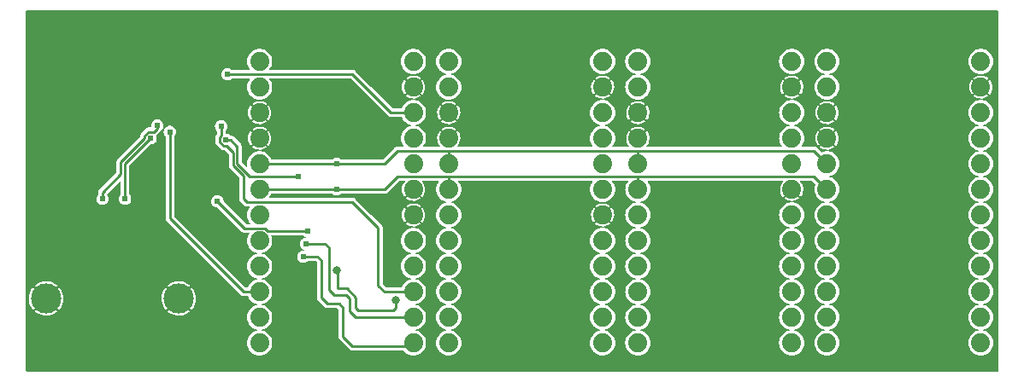
<source format=gbr>
%TF.GenerationSoftware,KiCad,Pcbnew,(6.0.7)*%
%TF.CreationDate,2022-08-19T11:16:44-06:00*%
%TF.ProjectId,ogx360,6f677833-3630-42e6-9b69-6361645f7063,rev?*%
%TF.SameCoordinates,Original*%
%TF.FileFunction,Copper,L2,Bot*%
%TF.FilePolarity,Positive*%
%FSLAX46Y46*%
G04 Gerber Fmt 4.6, Leading zero omitted, Abs format (unit mm)*
G04 Created by KiCad (PCBNEW (6.0.7)) date 2022-08-19 11:16:44*
%MOMM*%
%LPD*%
G01*
G04 APERTURE LIST*
%TA.AperFunction,ComponentPad*%
%ADD10C,1.880000*%
%TD*%
%TA.AperFunction,ComponentPad*%
%ADD11C,3.000000*%
%TD*%
%TA.AperFunction,ViaPad*%
%ADD12C,0.609600*%
%TD*%
%TA.AperFunction,ViaPad*%
%ADD13C,0.800000*%
%TD*%
%TA.AperFunction,Conductor*%
%ADD14C,0.254000*%
%TD*%
%TA.AperFunction,Conductor*%
%ADD15C,0.250000*%
%TD*%
G04 APERTURE END LIST*
D10*
%TO.P,U7,P$1,RAW*%
%TO.N,Net-(D3-Pad1)*%
X193916100Y-91891200D03*
%TO.P,U7,P$2,GND@1*%
%TO.N,GND*%
X193916100Y-94431200D03*
%TO.P,U7,P$3,RST*%
%TO.N,/RESET*%
X193916100Y-96971200D03*
%TO.P,U7,P$4,VCC*%
%TO.N,unconnected-(U7-PadP$4)*%
X193916100Y-99511200D03*
%TO.P,U7,P$5,D21/A3*%
%TO.N,unconnected-(U7-PadP$5)*%
X193916100Y-102051200D03*
%TO.P,U7,P$6,D20/A2*%
%TO.N,unconnected-(U7-PadP$6)*%
X193916100Y-104591200D03*
%TO.P,U7,P$7,D19/A1*%
%TO.N,unconnected-(U7-PadP$7)*%
X193916100Y-107131200D03*
%TO.P,U7,P$8,D18/A0*%
%TO.N,unconnected-(U7-PadP$8)*%
X193916100Y-109671200D03*
%TO.P,U7,P$9,D15/SCLK*%
%TO.N,unconnected-(U7-PadP$9)*%
X193916100Y-112211200D03*
%TO.P,U7,P$10,D14/MISO*%
%TO.N,unconnected-(U7-PadP$10)*%
X193916100Y-114751200D03*
%TO.P,U7,P$11,D16/MOSI*%
%TO.N,unconnected-(U7-PadP$11)*%
X193916100Y-117291200D03*
%TO.P,U7,P$12,D10/A10*%
%TO.N,unconnected-(U7-PadP$12)*%
X193916100Y-119831200D03*
%TO.P,U7,P$13,A9/D9*%
%TO.N,unconnected-(U7-PadP$13)*%
X178676100Y-119831200D03*
%TO.P,U7,P$14,A8/D8*%
%TO.N,unconnected-(U7-PadP$14)*%
X178676100Y-117291200D03*
%TO.P,U7,P$15,D7*%
%TO.N,unconnected-(U7-PadP$15)*%
X178676100Y-114751200D03*
%TO.P,U7,P$16,A7/D6*%
%TO.N,unconnected-(U7-PadP$16)*%
X178676100Y-112211200D03*
%TO.P,U7,P$17,D5*%
%TO.N,unconnected-(U7-PadP$17)*%
X178676100Y-109671200D03*
%TO.P,U7,P$18,A6/D4*%
%TO.N,unconnected-(U7-PadP$18)*%
X178676100Y-107131200D03*
%TO.P,U7,P$19,D3/SCL*%
%TO.N,/I2C_SCL*%
X178676100Y-104591200D03*
%TO.P,U7,P$20,D2/SDA*%
%TO.N,/I2C_SDA*%
X178676100Y-102051200D03*
%TO.P,U7,P$21,GND@2*%
%TO.N,GND*%
X178676100Y-99511200D03*
%TO.P,U7,P$22,GND@3*%
X178676100Y-96971200D03*
%TO.P,U7,P$23,D1/RX*%
%TO.N,unconnected-(U7-PadP$23)*%
X178676100Y-94431200D03*
%TO.P,U7,P$24,D0/TX*%
%TO.N,unconnected-(U7-PadP$24)*%
X178676100Y-91891200D03*
%TD*%
D11*
%TO.P,J1,5,Shield*%
%TO.N,GND*%
X114459000Y-115416600D03*
X101319000Y-115416600D03*
%TD*%
D10*
%TO.P,U5,P$1,RAW*%
%TO.N,Net-(D1-Pad1)*%
X156451100Y-91891200D03*
%TO.P,U5,P$2,GND@1*%
%TO.N,GND*%
X156451100Y-94431200D03*
%TO.P,U5,P$3,RST*%
%TO.N,/RESET*%
X156451100Y-96971200D03*
%TO.P,U5,P$4,VCC*%
%TO.N,unconnected-(U5-PadP$4)*%
X156451100Y-99511200D03*
%TO.P,U5,P$5,D21/A3*%
%TO.N,unconnected-(U5-PadP$5)*%
X156451100Y-102051200D03*
%TO.P,U5,P$6,D20/A2*%
%TO.N,unconnected-(U5-PadP$6)*%
X156451100Y-104591200D03*
%TO.P,U5,P$7,D19/A1*%
%TO.N,GND*%
X156451100Y-107131200D03*
%TO.P,U5,P$8,D18/A0*%
%TO.N,unconnected-(U5-PadP$8)*%
X156451100Y-109671200D03*
%TO.P,U5,P$9,D15/SCLK*%
%TO.N,unconnected-(U5-PadP$9)*%
X156451100Y-112211200D03*
%TO.P,U5,P$10,D14/MISO*%
%TO.N,unconnected-(U5-PadP$10)*%
X156451100Y-114751200D03*
%TO.P,U5,P$11,D16/MOSI*%
%TO.N,unconnected-(U5-PadP$11)*%
X156451100Y-117291200D03*
%TO.P,U5,P$12,D10/A10*%
%TO.N,unconnected-(U5-PadP$12)*%
X156451100Y-119831200D03*
%TO.P,U5,P$13,A9/D9*%
%TO.N,unconnected-(U5-PadP$13)*%
X141211100Y-119831200D03*
%TO.P,U5,P$14,A8/D8*%
%TO.N,unconnected-(U5-PadP$14)*%
X141211100Y-117291200D03*
%TO.P,U5,P$15,D7*%
%TO.N,unconnected-(U5-PadP$15)*%
X141211100Y-114751200D03*
%TO.P,U5,P$16,A7/D6*%
%TO.N,unconnected-(U5-PadP$16)*%
X141211100Y-112211200D03*
%TO.P,U5,P$17,D5*%
%TO.N,unconnected-(U5-PadP$17)*%
X141211100Y-109671200D03*
%TO.P,U5,P$18,A6/D4*%
%TO.N,unconnected-(U5-PadP$18)*%
X141211100Y-107131200D03*
%TO.P,U5,P$19,D3/SCL*%
%TO.N,/I2C_SCL*%
X141211100Y-104591200D03*
%TO.P,U5,P$20,D2/SDA*%
%TO.N,/I2C_SDA*%
X141211100Y-102051200D03*
%TO.P,U5,P$21,GND@2*%
%TO.N,GND*%
X141211100Y-99511200D03*
%TO.P,U5,P$22,GND@3*%
X141211100Y-96971200D03*
%TO.P,U5,P$23,D1/RX*%
%TO.N,unconnected-(U5-PadP$23)*%
X141211100Y-94431200D03*
%TO.P,U5,P$24,D0/TX*%
%TO.N,unconnected-(U5-PadP$24)*%
X141211100Y-91891200D03*
%TD*%
%TO.P,U6,P$1,RAW*%
%TO.N,Net-(D2-Pad1)*%
X175183600Y-91891200D03*
%TO.P,U6,P$2,GND@1*%
%TO.N,GND*%
X175183600Y-94431200D03*
%TO.P,U6,P$3,RST*%
%TO.N,/RESET*%
X175183600Y-96971200D03*
%TO.P,U6,P$4,VCC*%
%TO.N,unconnected-(U6-PadP$4)*%
X175183600Y-99511200D03*
%TO.P,U6,P$5,D21/A3*%
%TO.N,unconnected-(U6-PadP$5)*%
X175183600Y-102051200D03*
%TO.P,U6,P$6,D20/A2*%
%TO.N,GND*%
X175183600Y-104591200D03*
%TO.P,U6,P$7,D19/A1*%
%TO.N,unconnected-(U6-PadP$7)*%
X175183600Y-107131200D03*
%TO.P,U6,P$8,D18/A0*%
%TO.N,unconnected-(U6-PadP$8)*%
X175183600Y-109671200D03*
%TO.P,U6,P$9,D15/SCLK*%
%TO.N,unconnected-(U6-PadP$9)*%
X175183600Y-112211200D03*
%TO.P,U6,P$10,D14/MISO*%
%TO.N,unconnected-(U6-PadP$10)*%
X175183600Y-114751200D03*
%TO.P,U6,P$11,D16/MOSI*%
%TO.N,unconnected-(U6-PadP$11)*%
X175183600Y-117291200D03*
%TO.P,U6,P$12,D10/A10*%
%TO.N,unconnected-(U6-PadP$12)*%
X175183600Y-119831200D03*
%TO.P,U6,P$13,A9/D9*%
%TO.N,unconnected-(U6-PadP$13)*%
X159943600Y-119831200D03*
%TO.P,U6,P$14,A8/D8*%
%TO.N,unconnected-(U6-PadP$14)*%
X159943600Y-117291200D03*
%TO.P,U6,P$15,D7*%
%TO.N,unconnected-(U6-PadP$15)*%
X159943600Y-114751200D03*
%TO.P,U6,P$16,A7/D6*%
%TO.N,unconnected-(U6-PadP$16)*%
X159943600Y-112211200D03*
%TO.P,U6,P$17,D5*%
%TO.N,unconnected-(U6-PadP$17)*%
X159943600Y-109671200D03*
%TO.P,U6,P$18,A6/D4*%
%TO.N,unconnected-(U6-PadP$18)*%
X159943600Y-107131200D03*
%TO.P,U6,P$19,D3/SCL*%
%TO.N,/I2C_SCL*%
X159943600Y-104591200D03*
%TO.P,U6,P$20,D2/SDA*%
%TO.N,/I2C_SDA*%
X159943600Y-102051200D03*
%TO.P,U6,P$21,GND@2*%
%TO.N,GND*%
X159943600Y-99511200D03*
%TO.P,U6,P$22,GND@3*%
X159943600Y-96971200D03*
%TO.P,U6,P$23,D1/RX*%
%TO.N,unconnected-(U6-PadP$23)*%
X159943600Y-94431200D03*
%TO.P,U6,P$24,D0/TX*%
%TO.N,unconnected-(U6-PadP$24)*%
X159943600Y-91891200D03*
%TD*%
%TO.P,U4,P$1,RAW*%
%TO.N,+5V*%
X137718600Y-91891200D03*
%TO.P,U4,P$2,GND@1*%
%TO.N,GND*%
X137718600Y-94431200D03*
%TO.P,U4,P$3,RST*%
%TO.N,/RESET*%
X137718600Y-96971200D03*
%TO.P,U4,P$4,VCC*%
%TO.N,unconnected-(U4-PadP$4)*%
X137718600Y-99511200D03*
%TO.P,U4,P$5,D21/A3*%
%TO.N,unconnected-(U4-PadP$5)*%
X137718600Y-102051200D03*
%TO.P,U4,P$6,D20/A2*%
%TO.N,GND*%
X137718600Y-104591200D03*
%TO.P,U4,P$7,D19/A1*%
X137718600Y-107131200D03*
%TO.P,U4,P$8,D18/A0*%
%TO.N,unconnected-(U4-PadP$8)*%
X137718600Y-109671200D03*
%TO.P,U4,P$9,D15/SCLK*%
%TO.N,/AT_SCK*%
X137718600Y-112211200D03*
%TO.P,U4,P$10,D14/MISO*%
%TO.N,/MAX_MISO*%
X137718600Y-114751200D03*
%TO.P,U4,P$11,D16/MOSI*%
%TO.N,/AT_MOSI*%
X137718600Y-117291200D03*
%TO.P,U4,P$12,D10/A10*%
%TO.N,/AT_SS*%
X137718600Y-119831200D03*
%TO.P,U4,P$13,A9/D9*%
%TO.N,/AT_RES*%
X122478600Y-119831200D03*
%TO.P,U4,P$14,A8/D8*%
%TO.N,unconnected-(U4-PadP$14)*%
X122478600Y-117291200D03*
%TO.P,U4,P$15,D7*%
%TO.N,/MAX_INT*%
X122478600Y-114751200D03*
%TO.P,U4,P$16,A7/D6*%
%TO.N,unconnected-(U4-PadP$16)*%
X122478600Y-112211200D03*
%TO.P,U4,P$17,D5*%
%TO.N,unconnected-(U4-PadP$17)*%
X122478600Y-109671200D03*
%TO.P,U4,P$18,A6/D4*%
%TO.N,unconnected-(U4-PadP$18)*%
X122478600Y-107131200D03*
%TO.P,U4,P$19,D3/SCL*%
%TO.N,/I2C_SCL*%
X122478600Y-104591200D03*
%TO.P,U4,P$20,D2/SDA*%
%TO.N,/I2C_SDA*%
X122478600Y-102051200D03*
%TO.P,U4,P$21,GND@2*%
%TO.N,GND*%
X122478600Y-99511200D03*
%TO.P,U4,P$22,GND@3*%
X122478600Y-96971200D03*
%TO.P,U4,P$23,D1/RX*%
%TO.N,unconnected-(U4-PadP$23)*%
X122478600Y-94431200D03*
%TO.P,U4,P$24,D0/TX*%
%TO.N,unconnected-(U4-PadP$24)*%
X122478600Y-91891200D03*
%TD*%
D12*
%TO.N,+3V3*%
X118303000Y-105797600D03*
X127241100Y-108718700D03*
%TO.N,GND*%
X111366100Y-110623700D03*
X119938600Y-104273700D03*
X112928226Y-97569135D03*
X126812000Y-113290600D03*
X116128600Y-111258700D03*
X113906100Y-111258700D03*
X119303600Y-95066200D03*
X104381100Y-99193700D03*
X109461100Y-89986200D03*
X118986100Y-104273700D03*
X118049000Y-114179600D03*
X104381100Y-101416200D03*
X104698600Y-94748700D03*
X111366100Y-112528700D03*
X111366100Y-109353700D03*
X111366100Y-101416200D03*
X111366100Y-111576200D03*
%TO.N,Net-(R1-Pad1)*%
X111683600Y-99511200D03*
X109143600Y-105543700D03*
%TO.N,Net-(R2-Pad1)*%
X112335300Y-98241200D03*
X106921100Y-105543700D03*
%TO.N,/I2C_SCL*%
X130098600Y-104591200D03*
%TO.N,/I2C_SDA*%
X130098600Y-102051200D03*
%TO.N,/RESET*%
X119303600Y-93161200D03*
%TO.N,/MAX_SS*%
X119155906Y-99658894D03*
X126288600Y-103321200D03*
%TO.N,/MAX_MISO*%
X118668600Y-98345400D03*
%TO.N,/MAX_INT*%
X113588600Y-98876200D03*
%TO.N,/AT_MOSI*%
X127066000Y-109988600D03*
%TO.N,/AT_SS*%
X126812000Y-111258600D03*
D13*
%TO.N,/AT_SCK*%
X130114000Y-112655600D03*
X135956000Y-115576600D03*
%TD*%
D14*
%TO.N,/MAX_SS*%
X121526100Y-103321200D02*
X126288600Y-103321200D01*
X120256100Y-102051200D02*
X121526100Y-103321200D01*
X119597894Y-99658894D02*
X120256100Y-100317100D01*
X120256100Y-100317100D02*
X120256100Y-102051200D01*
X119155906Y-99658894D02*
X119597894Y-99658894D01*
%TO.N,+3V3*%
X120957200Y-108451800D02*
X122983693Y-108451800D01*
X122983693Y-108451800D02*
X123250593Y-108718700D01*
X118303000Y-105797600D02*
X120957200Y-108451800D01*
X123250593Y-108718700D02*
X127241100Y-108718700D01*
%TO.N,Net-(R1-Pad1)*%
X109143600Y-105543700D02*
X109143600Y-102051200D01*
X109143600Y-102051200D02*
X111683600Y-99511200D01*
%TO.N,Net-(R2-Pad1)*%
X112335300Y-98542000D02*
X112335300Y-98241200D01*
X106921100Y-105543700D02*
X106921100Y-104908700D01*
X108737200Y-103092600D02*
X108737200Y-101882863D01*
X106921100Y-104908700D02*
X108737200Y-103092600D01*
X111099400Y-99269213D02*
X111492412Y-98876200D01*
X111099400Y-99520663D02*
X111099400Y-99269213D01*
X112001100Y-98876200D02*
X112335300Y-98542000D01*
X111492412Y-98876200D02*
X112001100Y-98876200D01*
X108737200Y-101882863D02*
X111099400Y-99520663D01*
%TO.N,/I2C_SCL*%
X177406100Y-103321200D02*
X178676100Y-104591200D01*
X130098600Y-104591200D02*
X134861100Y-104591200D01*
X159943600Y-103321200D02*
X177406100Y-103321200D01*
X141211100Y-103321200D02*
X159943600Y-103321200D01*
X134861100Y-104591200D02*
X136131100Y-103321200D01*
X159943600Y-104591200D02*
X159943600Y-103321200D01*
X136131100Y-103321200D02*
X141211100Y-103321200D01*
X122478600Y-104591200D02*
X130098600Y-104591200D01*
X141211100Y-104591200D02*
X141211100Y-103321200D01*
%TO.N,/I2C_SDA*%
X177406100Y-100781200D02*
X178676100Y-102051200D01*
X122478600Y-102051200D02*
X130098600Y-102051200D01*
X141211100Y-100781200D02*
X159943600Y-100781200D01*
X159943600Y-100781200D02*
X177406100Y-100781200D01*
X141211100Y-102051200D02*
X141211100Y-100781200D01*
X136131100Y-100781200D02*
X141211100Y-100781200D01*
X134861100Y-102051200D02*
X136131100Y-100781200D01*
X130098600Y-102051200D02*
X134861100Y-102051200D01*
X159943600Y-102051200D02*
X159943600Y-100781200D01*
%TO.N,/RESET*%
X119303600Y-93161200D02*
X131686100Y-93161200D01*
X135496100Y-96971200D02*
X137718600Y-96971200D01*
X131686100Y-93161200D02*
X135496100Y-96971200D01*
%TO.N,/MAX_MISO*%
X120891100Y-105543700D02*
X121208600Y-105861200D01*
X118904556Y-100265694D02*
X119187968Y-100265694D01*
X119187968Y-100265694D02*
X119849700Y-100927425D01*
X134226100Y-114116200D02*
X134861100Y-114751200D01*
X134226100Y-108401200D02*
X134226100Y-114116200D01*
X118549106Y-99910244D02*
X118904556Y-100265694D01*
X118668600Y-99288050D02*
X118549106Y-99407544D01*
X120891100Y-103260938D02*
X120891100Y-105543700D01*
X118668600Y-98345400D02*
X118668600Y-99288050D01*
X131686100Y-105861200D02*
X134226100Y-108401200D01*
X121208600Y-105861200D02*
X131686100Y-105861200D01*
X134861100Y-114751200D02*
X137718600Y-114751200D01*
X119849700Y-100927425D02*
X119849700Y-102219538D01*
X118549106Y-99407544D02*
X118549106Y-99910244D01*
X119849700Y-102219538D02*
X120891100Y-103260938D01*
%TO.N,/MAX_INT*%
X120906600Y-114751200D02*
X122478600Y-114751200D01*
X113588600Y-98876200D02*
X113588600Y-107433200D01*
X113588600Y-107433200D02*
X120906600Y-114751200D01*
%TO.N,/AT_MOSI*%
X137718600Y-117291200D02*
X132003600Y-117291200D01*
X131368600Y-115386200D02*
X131051000Y-115068600D01*
X128971000Y-109988600D02*
X127066000Y-109988600D01*
X131368600Y-116656200D02*
X131368600Y-115386200D01*
X131051000Y-115068600D02*
X129860000Y-115068600D01*
X129352000Y-110369600D02*
X128971000Y-109988600D01*
X129352000Y-114560600D02*
X129352000Y-110369600D01*
X132003600Y-117291200D02*
X131368600Y-116656200D01*
X129860000Y-115068600D02*
X129352000Y-114560600D01*
%TO.N,/AT_SS*%
X130352500Y-115957600D02*
X129225000Y-115957600D01*
X128590000Y-111639600D02*
X128209000Y-111258600D01*
X129225000Y-115957600D02*
X128590000Y-115322600D01*
X131686100Y-120148700D02*
X130733600Y-119196200D01*
X137401100Y-120148700D02*
X131686100Y-120148700D01*
X130733600Y-119196200D02*
X130733600Y-116338700D01*
X130733600Y-116338700D02*
X130352500Y-115957600D01*
X128590000Y-115322600D02*
X128590000Y-111639600D01*
X128209000Y-111258600D02*
X126812000Y-111258600D01*
D15*
%TO.N,/AT_SCK*%
X135956000Y-116338600D02*
X135956000Y-115576600D01*
X132019000Y-115322600D02*
X132019000Y-116338600D01*
X132273000Y-116592600D02*
X135702000Y-116592600D01*
X130241000Y-112782600D02*
X130241000Y-114433600D01*
X130114000Y-112655600D02*
X130241000Y-112782600D01*
X135702000Y-116592600D02*
X135956000Y-116338600D01*
X131130000Y-114433600D02*
X132019000Y-115322600D01*
X130241000Y-114433600D02*
X131130000Y-114433600D01*
X132019000Y-116338600D02*
X132273000Y-116592600D01*
%TD*%
%TA.AperFunction,Conductor*%
%TO.N,GND*%
G36*
X195476486Y-86805864D02*
G01*
X195500000Y-86810010D01*
X195505700Y-86809005D01*
X195519376Y-86809155D01*
X195567269Y-86818681D01*
X195580641Y-86824219D01*
X195631538Y-86858226D01*
X195641773Y-86868461D01*
X195675781Y-86919359D01*
X195681319Y-86932731D01*
X195690845Y-86980624D01*
X195690995Y-86994300D01*
X195689990Y-87000000D01*
X195690554Y-87003199D01*
X195694136Y-87023513D01*
X195694700Y-87029955D01*
X195694700Y-122470045D01*
X195694136Y-122476486D01*
X195689990Y-122500000D01*
X195690554Y-122503198D01*
X195690995Y-122505700D01*
X195690845Y-122519376D01*
X195681319Y-122567269D01*
X195675781Y-122580641D01*
X195641774Y-122631538D01*
X195631539Y-122641773D01*
X195580641Y-122675781D01*
X195567269Y-122681319D01*
X195519376Y-122690845D01*
X195505700Y-122690995D01*
X195500000Y-122689990D01*
X195496801Y-122690554D01*
X195476487Y-122694136D01*
X195470045Y-122694700D01*
X99529955Y-122694700D01*
X99523513Y-122694136D01*
X99503199Y-122690554D01*
X99500000Y-122689990D01*
X99494300Y-122690995D01*
X99480624Y-122690845D01*
X99432731Y-122681319D01*
X99419359Y-122675781D01*
X99368461Y-122641773D01*
X99358226Y-122631538D01*
X99324219Y-122580641D01*
X99318681Y-122567269D01*
X99309155Y-122519376D01*
X99309005Y-122505700D01*
X99309446Y-122503198D01*
X99310010Y-122500000D01*
X99305864Y-122476486D01*
X99305300Y-122470045D01*
X99305300Y-116691649D01*
X100190100Y-116691649D01*
X100192296Y-116696918D01*
X100209300Y-116713775D01*
X100211390Y-116715560D01*
X100413225Y-116863551D01*
X100415557Y-116865009D01*
X100637050Y-116981541D01*
X100639562Y-116982634D01*
X100875852Y-117065149D01*
X100878504Y-117065860D01*
X101124387Y-117112543D01*
X101127123Y-117112854D01*
X101377204Y-117122680D01*
X101379949Y-117122584D01*
X101628733Y-117095338D01*
X101631445Y-117094835D01*
X101873466Y-117031117D01*
X101876069Y-117030220D01*
X102106013Y-116931429D01*
X102108464Y-116930153D01*
X102321277Y-116798460D01*
X102323505Y-116796841D01*
X102443847Y-116694965D01*
X102445555Y-116691649D01*
X113330100Y-116691649D01*
X113332296Y-116696918D01*
X113349300Y-116713775D01*
X113351390Y-116715560D01*
X113553225Y-116863551D01*
X113555557Y-116865009D01*
X113777050Y-116981541D01*
X113779562Y-116982634D01*
X114015852Y-117065149D01*
X114018504Y-117065860D01*
X114264387Y-117112543D01*
X114267123Y-117112854D01*
X114517204Y-117122680D01*
X114519949Y-117122584D01*
X114768733Y-117095338D01*
X114771445Y-117094835D01*
X115013466Y-117031117D01*
X115016069Y-117030220D01*
X115246013Y-116931429D01*
X115248464Y-116930153D01*
X115461277Y-116798460D01*
X115463505Y-116796841D01*
X115583847Y-116694965D01*
X115586433Y-116689944D01*
X115585118Y-116685836D01*
X114464217Y-115564935D01*
X114459000Y-115562774D01*
X114453783Y-115564935D01*
X113332242Y-116686476D01*
X113330100Y-116691649D01*
X102445555Y-116691649D01*
X102446433Y-116689944D01*
X102445118Y-116685836D01*
X101324217Y-115564935D01*
X101319000Y-115562774D01*
X101313783Y-115564935D01*
X100192242Y-116686476D01*
X100190100Y-116691649D01*
X99305300Y-116691649D01*
X99305300Y-115373286D01*
X99612477Y-115373286D01*
X99624485Y-115623269D01*
X99624821Y-115626009D01*
X99673646Y-115871468D01*
X99674380Y-115874118D01*
X99758956Y-116109680D01*
X99760069Y-116112180D01*
X99878534Y-116332654D01*
X99880003Y-116334961D01*
X100029758Y-116535508D01*
X100031558Y-116537578D01*
X100038040Y-116544003D01*
X100043313Y-116546161D01*
X100048470Y-116544012D01*
X101170665Y-115421817D01*
X101172826Y-115416600D01*
X101465174Y-115416600D01*
X101467335Y-115421817D01*
X102587070Y-116541552D01*
X102591625Y-116543439D01*
X102597570Y-116540745D01*
X102681504Y-116445037D01*
X102683153Y-116442849D01*
X102818548Y-116232353D01*
X102819862Y-116229932D01*
X102922650Y-116001751D01*
X102923595Y-115999155D01*
X102991529Y-115758277D01*
X102992075Y-115755593D01*
X103023715Y-115506881D01*
X103023859Y-115505006D01*
X103026150Y-115417527D01*
X103026105Y-115415678D01*
X103022955Y-115373286D01*
X112752477Y-115373286D01*
X112764485Y-115623269D01*
X112764821Y-115626009D01*
X112813646Y-115871468D01*
X112814380Y-115874118D01*
X112898956Y-116109680D01*
X112900069Y-116112180D01*
X113018534Y-116332654D01*
X113020003Y-116334961D01*
X113169758Y-116535508D01*
X113171558Y-116537578D01*
X113178040Y-116544003D01*
X113183313Y-116546161D01*
X113188470Y-116544012D01*
X114310665Y-115421817D01*
X114312826Y-115416600D01*
X114605174Y-115416600D01*
X114607335Y-115421817D01*
X115727070Y-116541552D01*
X115731625Y-116543439D01*
X115737570Y-116540745D01*
X115821504Y-116445037D01*
X115823153Y-116442849D01*
X115958548Y-116232353D01*
X115959862Y-116229932D01*
X116062650Y-116001751D01*
X116063595Y-115999155D01*
X116131529Y-115758277D01*
X116132075Y-115755593D01*
X116163715Y-115506881D01*
X116163859Y-115505006D01*
X116166150Y-115417527D01*
X116166105Y-115415678D01*
X116147524Y-115165634D01*
X116147119Y-115162923D01*
X116091885Y-114918821D01*
X116091077Y-114916180D01*
X116000372Y-114682935D01*
X115999183Y-114680441D01*
X115874993Y-114463153D01*
X115873458Y-114460878D01*
X115738896Y-114290187D01*
X115733968Y-114287427D01*
X115730240Y-114288478D01*
X114607335Y-115411383D01*
X114605174Y-115416600D01*
X114312826Y-115416600D01*
X114310665Y-115411383D01*
X113190327Y-114291045D01*
X113185110Y-114288884D01*
X113181232Y-114290490D01*
X113070044Y-114424180D01*
X113068447Y-114426419D01*
X112938614Y-114640377D01*
X112937365Y-114642829D01*
X112840580Y-114873636D01*
X112839706Y-114876247D01*
X112778102Y-115118813D01*
X112777624Y-115121526D01*
X112752549Y-115370541D01*
X112752477Y-115373286D01*
X103022955Y-115373286D01*
X103007524Y-115165634D01*
X103007119Y-115162923D01*
X102951885Y-114918821D01*
X102951077Y-114916180D01*
X102860372Y-114682935D01*
X102859183Y-114680441D01*
X102734993Y-114463153D01*
X102733458Y-114460878D01*
X102598896Y-114290187D01*
X102593968Y-114287427D01*
X102590240Y-114288478D01*
X101467335Y-115411383D01*
X101465174Y-115416600D01*
X101172826Y-115416600D01*
X101170665Y-115411383D01*
X100050327Y-114291045D01*
X100045110Y-114288884D01*
X100041232Y-114290490D01*
X99930044Y-114424180D01*
X99928447Y-114426419D01*
X99798614Y-114640377D01*
X99797365Y-114642829D01*
X99700580Y-114873636D01*
X99699706Y-114876247D01*
X99638102Y-115118813D01*
X99637624Y-115121526D01*
X99612549Y-115370541D01*
X99612477Y-115373286D01*
X99305300Y-115373286D01*
X99305300Y-114142945D01*
X100192169Y-114142945D01*
X100194453Y-114148935D01*
X101313783Y-115268265D01*
X101319000Y-115270426D01*
X101324217Y-115268265D01*
X102444434Y-114148048D01*
X102446467Y-114143139D01*
X102446383Y-114142945D01*
X113332169Y-114142945D01*
X113334453Y-114148935D01*
X114453783Y-115268265D01*
X114459000Y-115270426D01*
X114464217Y-115268265D01*
X115584434Y-114148048D01*
X115586467Y-114143139D01*
X115584061Y-114137573D01*
X115534362Y-114090821D01*
X115532226Y-114089091D01*
X115326585Y-113946432D01*
X115324224Y-113945042D01*
X115099751Y-113834344D01*
X115097212Y-113833318D01*
X114858834Y-113757012D01*
X114856185Y-113756376D01*
X114609144Y-113716143D01*
X114606417Y-113715904D01*
X114356160Y-113712628D01*
X114353411Y-113712796D01*
X114105426Y-113746546D01*
X114102737Y-113747117D01*
X113862451Y-113817154D01*
X113859887Y-113818113D01*
X113632596Y-113922896D01*
X113630196Y-113924226D01*
X113420894Y-114061450D01*
X113418707Y-114063128D01*
X113334353Y-114138416D01*
X113332169Y-114142945D01*
X102446383Y-114142945D01*
X102444061Y-114137573D01*
X102394362Y-114090821D01*
X102392226Y-114089091D01*
X102186585Y-113946432D01*
X102184224Y-113945042D01*
X101959751Y-113834344D01*
X101957212Y-113833318D01*
X101718834Y-113757012D01*
X101716185Y-113756376D01*
X101469144Y-113716143D01*
X101466417Y-113715904D01*
X101216160Y-113712628D01*
X101213411Y-113712796D01*
X100965426Y-113746546D01*
X100962737Y-113747117D01*
X100722451Y-113817154D01*
X100719887Y-113818113D01*
X100492596Y-113922896D01*
X100490196Y-113924226D01*
X100280894Y-114061450D01*
X100278707Y-114063128D01*
X100194353Y-114138416D01*
X100192169Y-114142945D01*
X99305300Y-114142945D01*
X99305300Y-105537264D01*
X106306553Y-105537264D01*
X106306798Y-105539483D01*
X106306798Y-105539486D01*
X106318665Y-105646979D01*
X106322757Y-105684040D01*
X106323525Y-105686138D01*
X106323525Y-105686139D01*
X106367207Y-105805507D01*
X106373504Y-105822714D01*
X106374752Y-105824572D01*
X106374754Y-105824575D01*
X106416606Y-105886856D01*
X106455865Y-105945280D01*
X106565085Y-106044662D01*
X106567048Y-106045728D01*
X106567051Y-106045730D01*
X106692896Y-106114058D01*
X106692898Y-106114059D01*
X106694858Y-106115123D01*
X106837692Y-106152595D01*
X106911517Y-106153755D01*
X106983104Y-106154879D01*
X106983105Y-106154879D01*
X106985341Y-106154914D01*
X107057311Y-106138431D01*
X107127105Y-106122446D01*
X107127108Y-106122445D01*
X107129282Y-106121947D01*
X107131276Y-106120944D01*
X107131279Y-106120943D01*
X107259206Y-106056603D01*
X107259207Y-106056602D01*
X107261204Y-106055598D01*
X107298684Y-106023587D01*
X107371792Y-105961147D01*
X107371796Y-105961143D01*
X107373491Y-105959695D01*
X107459661Y-105839777D01*
X107460636Y-105837353D01*
X107513907Y-105704837D01*
X107514740Y-105702765D01*
X107517983Y-105679982D01*
X107533355Y-105571965D01*
X107535546Y-105556571D01*
X107535681Y-105543700D01*
X107517941Y-105397102D01*
X107517042Y-105394721D01*
X107466534Y-105261057D01*
X107466533Y-105261055D01*
X107465744Y-105258967D01*
X107460577Y-105251449D01*
X107383371Y-105139113D01*
X107383369Y-105139111D01*
X107382104Y-105137270D01*
X107370088Y-105126565D01*
X107357730Y-105101002D01*
X107368534Y-105072631D01*
X108647966Y-103793198D01*
X108674200Y-103782332D01*
X108700434Y-103793198D01*
X108711300Y-103819432D01*
X108711300Y-105094291D01*
X108698589Y-105122248D01*
X108686877Y-105132465D01*
X108685593Y-105134292D01*
X108685592Y-105134293D01*
X108609657Y-105242338D01*
X108601968Y-105253279D01*
X108548327Y-105390860D01*
X108529053Y-105537264D01*
X108529298Y-105539483D01*
X108529298Y-105539486D01*
X108541165Y-105646979D01*
X108545257Y-105684040D01*
X108546025Y-105686138D01*
X108546025Y-105686139D01*
X108589707Y-105805507D01*
X108596004Y-105822714D01*
X108597252Y-105824572D01*
X108597254Y-105824575D01*
X108639106Y-105886856D01*
X108678365Y-105945280D01*
X108787585Y-106044662D01*
X108789548Y-106045728D01*
X108789551Y-106045730D01*
X108915396Y-106114058D01*
X108915398Y-106114059D01*
X108917358Y-106115123D01*
X109060192Y-106152595D01*
X109134017Y-106153755D01*
X109205604Y-106154879D01*
X109205605Y-106154879D01*
X109207841Y-106154914D01*
X109279811Y-106138431D01*
X109349605Y-106122446D01*
X109349608Y-106122445D01*
X109351782Y-106121947D01*
X109353776Y-106120944D01*
X109353779Y-106120943D01*
X109481706Y-106056603D01*
X109481707Y-106056602D01*
X109483704Y-106055598D01*
X109521184Y-106023587D01*
X109594292Y-105961147D01*
X109594296Y-105961143D01*
X109595991Y-105959695D01*
X109682161Y-105839777D01*
X109683136Y-105837353D01*
X109736407Y-105704837D01*
X109737240Y-105702765D01*
X109740483Y-105679982D01*
X109755855Y-105571965D01*
X109758046Y-105556571D01*
X109758181Y-105543700D01*
X109740441Y-105397102D01*
X109739542Y-105394721D01*
X109689034Y-105261057D01*
X109689033Y-105261055D01*
X109688244Y-105258967D01*
X109683077Y-105251449D01*
X109605871Y-105139113D01*
X109605869Y-105139111D01*
X109604604Y-105137270D01*
X109588319Y-105122761D01*
X109575900Y-105095062D01*
X109575900Y-102245633D01*
X109586766Y-102219399D01*
X111673633Y-100132531D01*
X111700449Y-100121670D01*
X111745604Y-100122379D01*
X111745605Y-100122379D01*
X111747841Y-100122414D01*
X111830424Y-100103500D01*
X111889605Y-100089946D01*
X111889608Y-100089945D01*
X111891782Y-100089447D01*
X111893776Y-100088444D01*
X111893779Y-100088443D01*
X112021706Y-100024103D01*
X112021707Y-100024102D01*
X112023704Y-100023098D01*
X112031119Y-100016765D01*
X112134292Y-99928647D01*
X112134296Y-99928643D01*
X112135991Y-99927195D01*
X112222161Y-99807277D01*
X112277240Y-99670265D01*
X112298046Y-99524071D01*
X112298181Y-99511200D01*
X112280441Y-99364602D01*
X112276192Y-99353356D01*
X112259564Y-99309354D01*
X112245620Y-99272452D01*
X112246512Y-99244072D01*
X112258278Y-99230132D01*
X112258070Y-99229888D01*
X112258577Y-99229455D01*
X112260197Y-99228072D01*
X112262345Y-99226238D01*
X112262347Y-99226236D01*
X112262907Y-99225758D01*
X112299841Y-99188824D01*
X112300891Y-99187815D01*
X112340257Y-99151426D01*
X112340259Y-99151423D01*
X112342291Y-99149545D01*
X112344256Y-99146162D01*
X112350103Y-99138562D01*
X112618901Y-98869764D01*
X112974053Y-98869764D01*
X112974298Y-98871983D01*
X112974298Y-98871986D01*
X112976184Y-98889071D01*
X112990257Y-99016540D01*
X112991025Y-99018638D01*
X112991025Y-99018639D01*
X113010055Y-99070641D01*
X113041004Y-99155214D01*
X113042252Y-99157072D01*
X113042254Y-99157075D01*
X113090470Y-99228827D01*
X113123365Y-99277780D01*
X113125017Y-99279283D01*
X113125022Y-99279289D01*
X113144169Y-99296711D01*
X113156300Y-99324151D01*
X113156300Y-107405311D01*
X113156043Y-107409672D01*
X113151633Y-107446933D01*
X113152132Y-107449665D01*
X113161981Y-107503595D01*
X113162173Y-107504744D01*
X113170744Y-107561749D01*
X113171943Y-107564245D01*
X113172759Y-107566899D01*
X113172696Y-107566918D01*
X113173528Y-107569482D01*
X113173592Y-107569460D01*
X113174489Y-107572081D01*
X113174988Y-107574811D01*
X113176267Y-107577273D01*
X113201542Y-107625930D01*
X113202063Y-107626973D01*
X113227014Y-107678933D01*
X113228898Y-107680971D01*
X113230456Y-107683263D01*
X113230401Y-107683301D01*
X113232704Y-107686578D01*
X113232758Y-107686542D01*
X113233936Y-107688290D01*
X113234912Y-107690170D01*
X113239042Y-107695007D01*
X113275976Y-107731941D01*
X113276985Y-107732991D01*
X113313374Y-107772357D01*
X113313377Y-107772359D01*
X113315255Y-107774391D01*
X113317650Y-107775782D01*
X113317651Y-107775783D01*
X113318638Y-107776356D01*
X113326238Y-107782203D01*
X120581204Y-115037169D01*
X120584105Y-115040435D01*
X120605611Y-115067716D01*
X120605614Y-115067719D01*
X120607328Y-115069893D01*
X120609607Y-115071468D01*
X120654739Y-115102661D01*
X120655665Y-115103323D01*
X120702029Y-115137567D01*
X120704645Y-115138486D01*
X120707097Y-115139784D01*
X120707066Y-115139842D01*
X120709466Y-115141065D01*
X120709495Y-115141006D01*
X120711985Y-115142225D01*
X120714266Y-115143802D01*
X120769221Y-115161182D01*
X120770303Y-115161543D01*
X120824680Y-115180639D01*
X120827455Y-115180748D01*
X120830175Y-115181267D01*
X120830162Y-115181333D01*
X120834110Y-115182022D01*
X120834122Y-115181959D01*
X120836189Y-115182362D01*
X120838210Y-115183001D01*
X120840319Y-115183167D01*
X120843821Y-115183443D01*
X120843832Y-115183443D01*
X120844551Y-115183500D01*
X120896772Y-115183500D01*
X120898229Y-115183529D01*
X120954574Y-115185743D01*
X120957256Y-115185032D01*
X120958362Y-115184739D01*
X120967869Y-115183500D01*
X121282513Y-115183500D01*
X121308747Y-115194366D01*
X121316136Y-115204920D01*
X121396019Y-115376228D01*
X121521001Y-115554721D01*
X121675079Y-115708799D01*
X121676401Y-115709725D01*
X121676405Y-115709728D01*
X121748895Y-115760486D01*
X121853571Y-115833781D01*
X122051055Y-115925869D01*
X122052612Y-115926286D01*
X122052617Y-115926288D01*
X122184354Y-115961587D01*
X122261530Y-115982266D01*
X122263134Y-115982406D01*
X122263138Y-115982407D01*
X122284105Y-115984241D01*
X122309292Y-115997353D01*
X122317831Y-116024433D01*
X122304719Y-116049620D01*
X122284105Y-116058159D01*
X122263138Y-116059993D01*
X122263134Y-116059994D01*
X122261530Y-116060134D01*
X122184354Y-116080813D01*
X122052617Y-116116112D01*
X122052612Y-116116114D01*
X122051055Y-116116531D01*
X121853572Y-116208619D01*
X121675079Y-116333601D01*
X121521001Y-116487679D01*
X121396019Y-116666172D01*
X121303931Y-116863655D01*
X121247534Y-117074130D01*
X121247394Y-117075734D01*
X121247393Y-117075738D01*
X121240508Y-117154433D01*
X121228543Y-117291200D01*
X121247534Y-117508270D01*
X121247952Y-117509829D01*
X121299322Y-117701543D01*
X121303931Y-117718745D01*
X121396019Y-117916228D01*
X121521001Y-118094721D01*
X121675079Y-118248799D01*
X121676401Y-118249725D01*
X121676405Y-118249728D01*
X121852241Y-118372850D01*
X121853571Y-118373781D01*
X122051055Y-118465869D01*
X122052612Y-118466286D01*
X122052617Y-118466288D01*
X122184354Y-118501587D01*
X122261530Y-118522266D01*
X122263134Y-118522406D01*
X122263138Y-118522407D01*
X122284105Y-118524241D01*
X122309292Y-118537353D01*
X122317831Y-118564433D01*
X122304719Y-118589620D01*
X122284105Y-118598159D01*
X122263138Y-118599993D01*
X122263134Y-118599994D01*
X122261530Y-118600134D01*
X122184354Y-118620813D01*
X122052617Y-118656112D01*
X122052612Y-118656114D01*
X122051055Y-118656531D01*
X121853572Y-118748619D01*
X121675079Y-118873601D01*
X121521001Y-119027679D01*
X121396019Y-119206172D01*
X121303931Y-119403655D01*
X121303514Y-119405212D01*
X121303512Y-119405217D01*
X121279471Y-119494940D01*
X121247534Y-119614130D01*
X121247394Y-119615734D01*
X121247393Y-119615738D01*
X121228684Y-119829588D01*
X121228543Y-119831200D01*
X121247534Y-120048270D01*
X121303931Y-120258745D01*
X121396019Y-120456228D01*
X121521001Y-120634721D01*
X121675079Y-120788799D01*
X121676401Y-120789725D01*
X121676405Y-120789728D01*
X121852241Y-120912850D01*
X121853571Y-120913781D01*
X122051055Y-121005869D01*
X122052612Y-121006286D01*
X122052617Y-121006288D01*
X122184354Y-121041587D01*
X122261530Y-121062266D01*
X122263134Y-121062406D01*
X122263138Y-121062407D01*
X122476988Y-121081116D01*
X122478600Y-121081257D01*
X122480212Y-121081116D01*
X122694062Y-121062407D01*
X122694066Y-121062406D01*
X122695670Y-121062266D01*
X122772846Y-121041587D01*
X122904583Y-121006288D01*
X122904588Y-121006286D01*
X122906145Y-121005869D01*
X123103629Y-120913781D01*
X123104959Y-120912850D01*
X123280795Y-120789728D01*
X123280799Y-120789725D01*
X123282121Y-120788799D01*
X123436199Y-120634721D01*
X123561181Y-120456228D01*
X123653269Y-120258745D01*
X123709666Y-120048270D01*
X123728657Y-119831200D01*
X123728516Y-119829588D01*
X123709807Y-119615738D01*
X123709806Y-119615734D01*
X123709666Y-119614130D01*
X123677729Y-119494940D01*
X123653688Y-119405217D01*
X123653686Y-119405212D01*
X123653269Y-119403655D01*
X123561181Y-119206172D01*
X123436199Y-119027679D01*
X123282121Y-118873601D01*
X123280797Y-118872674D01*
X123280795Y-118872672D01*
X123104959Y-118749550D01*
X123104957Y-118749549D01*
X123103629Y-118748619D01*
X122906145Y-118656531D01*
X122904588Y-118656114D01*
X122904583Y-118656112D01*
X122772846Y-118620813D01*
X122695670Y-118600134D01*
X122694066Y-118599994D01*
X122694062Y-118599993D01*
X122673095Y-118598159D01*
X122647908Y-118585047D01*
X122639369Y-118557967D01*
X122652481Y-118532780D01*
X122673095Y-118524241D01*
X122694062Y-118522407D01*
X122694066Y-118522406D01*
X122695670Y-118522266D01*
X122772846Y-118501587D01*
X122904583Y-118466288D01*
X122904588Y-118466286D01*
X122906145Y-118465869D01*
X123103629Y-118373781D01*
X123104959Y-118372850D01*
X123280795Y-118249728D01*
X123280799Y-118249725D01*
X123282121Y-118248799D01*
X123436199Y-118094721D01*
X123561181Y-117916228D01*
X123653269Y-117718745D01*
X123657879Y-117701543D01*
X123709248Y-117509829D01*
X123709666Y-117508270D01*
X123728657Y-117291200D01*
X123716692Y-117154433D01*
X123709807Y-117075738D01*
X123709806Y-117075734D01*
X123709666Y-117074130D01*
X123653269Y-116863655D01*
X123561181Y-116666172D01*
X123436199Y-116487679D01*
X123282121Y-116333601D01*
X123280797Y-116332674D01*
X123280795Y-116332672D01*
X123104959Y-116209550D01*
X123104957Y-116209549D01*
X123103629Y-116208619D01*
X122906145Y-116116531D01*
X122904588Y-116116114D01*
X122904583Y-116116112D01*
X122772846Y-116080813D01*
X122695670Y-116060134D01*
X122694066Y-116059994D01*
X122694062Y-116059993D01*
X122673095Y-116058159D01*
X122647908Y-116045047D01*
X122639369Y-116017967D01*
X122652481Y-115992780D01*
X122673095Y-115984241D01*
X122694062Y-115982407D01*
X122694066Y-115982406D01*
X122695670Y-115982266D01*
X122772846Y-115961587D01*
X122904583Y-115926288D01*
X122904588Y-115926286D01*
X122906145Y-115925869D01*
X123103629Y-115833781D01*
X123208305Y-115760486D01*
X123280795Y-115709728D01*
X123280799Y-115709725D01*
X123282121Y-115708799D01*
X123436199Y-115554721D01*
X123561181Y-115376228D01*
X123653269Y-115178745D01*
X123656783Y-115165634D01*
X123694684Y-115024182D01*
X123709666Y-114968270D01*
X123715311Y-114903754D01*
X123728516Y-114752812D01*
X123728657Y-114751200D01*
X123722685Y-114682935D01*
X123709807Y-114535738D01*
X123709806Y-114535734D01*
X123709666Y-114534130D01*
X123675010Y-114404794D01*
X123653688Y-114325217D01*
X123653686Y-114325212D01*
X123653269Y-114323655D01*
X123561181Y-114126172D01*
X123436199Y-113947679D01*
X123282121Y-113793601D01*
X123280797Y-113792674D01*
X123280795Y-113792672D01*
X123104959Y-113669550D01*
X123104957Y-113669549D01*
X123103629Y-113668619D01*
X122906145Y-113576531D01*
X122904588Y-113576114D01*
X122904583Y-113576112D01*
X122772846Y-113540813D01*
X122695670Y-113520134D01*
X122694066Y-113519994D01*
X122694062Y-113519993D01*
X122673095Y-113518159D01*
X122647908Y-113505047D01*
X122639369Y-113477967D01*
X122652481Y-113452780D01*
X122673095Y-113444241D01*
X122694062Y-113442407D01*
X122694066Y-113442406D01*
X122695670Y-113442266D01*
X122772846Y-113421587D01*
X122904583Y-113386288D01*
X122904588Y-113386286D01*
X122906145Y-113385869D01*
X123103629Y-113293781D01*
X123124477Y-113279183D01*
X123280795Y-113169728D01*
X123280799Y-113169725D01*
X123282121Y-113168799D01*
X123436199Y-113014721D01*
X123561181Y-112836228D01*
X123653269Y-112638745D01*
X123709666Y-112428270D01*
X123728657Y-112211200D01*
X123716626Y-112073681D01*
X123709807Y-111995738D01*
X123709806Y-111995734D01*
X123709666Y-111994130D01*
X123688987Y-111916954D01*
X123653688Y-111785217D01*
X123653686Y-111785212D01*
X123653269Y-111783655D01*
X123561181Y-111586172D01*
X123436199Y-111407679D01*
X123282121Y-111253601D01*
X123280797Y-111252674D01*
X123280795Y-111252672D01*
X123104959Y-111129550D01*
X123104957Y-111129549D01*
X123103629Y-111128619D01*
X122906145Y-111036531D01*
X122904588Y-111036114D01*
X122904583Y-111036112D01*
X122772846Y-111000813D01*
X122695670Y-110980134D01*
X122694066Y-110979994D01*
X122694062Y-110979993D01*
X122673095Y-110978159D01*
X122647908Y-110965047D01*
X122639369Y-110937967D01*
X122652481Y-110912780D01*
X122673095Y-110904241D01*
X122694062Y-110902407D01*
X122694066Y-110902406D01*
X122695670Y-110902266D01*
X122816028Y-110870016D01*
X122904583Y-110846288D01*
X122904588Y-110846286D01*
X122906145Y-110845869D01*
X123103629Y-110753781D01*
X123108612Y-110750292D01*
X123280795Y-110629728D01*
X123280799Y-110629725D01*
X123282121Y-110628799D01*
X123436199Y-110474721D01*
X123561181Y-110296228D01*
X123653269Y-110098745D01*
X123661020Y-110069821D01*
X123709248Y-109889829D01*
X123709666Y-109888270D01*
X123714443Y-109833675D01*
X123728516Y-109672812D01*
X123728657Y-109671200D01*
X123720608Y-109579193D01*
X123709807Y-109455738D01*
X123709806Y-109455734D01*
X123709666Y-109454130D01*
X123676373Y-109329879D01*
X123653688Y-109245217D01*
X123653686Y-109245212D01*
X123653269Y-109243655D01*
X123634674Y-109203778D01*
X123633435Y-109175411D01*
X123652619Y-109154476D01*
X123668298Y-109151000D01*
X126795273Y-109151000D01*
X126820242Y-109160660D01*
X126885085Y-109219662D01*
X126887048Y-109220728D01*
X126887051Y-109220730D01*
X127012896Y-109289058D01*
X127012898Y-109289059D01*
X127014858Y-109290123D01*
X127017014Y-109290689D01*
X127017015Y-109290689D01*
X127073338Y-109305465D01*
X127095955Y-109322633D01*
X127099809Y-109350766D01*
X127082641Y-109373383D01*
X127063729Y-109378450D01*
X126995362Y-109378092D01*
X126993194Y-109378613D01*
X126993190Y-109378613D01*
X126853943Y-109412043D01*
X126853941Y-109412044D01*
X126851774Y-109412564D01*
X126720554Y-109480292D01*
X126609277Y-109577365D01*
X126607993Y-109579192D01*
X126607992Y-109579193D01*
X126590643Y-109603879D01*
X126524368Y-109698179D01*
X126470727Y-109835760D01*
X126451453Y-109982164D01*
X126467657Y-110128940D01*
X126468425Y-110131038D01*
X126468425Y-110131039D01*
X126505862Y-110233340D01*
X126518404Y-110267614D01*
X126519652Y-110269472D01*
X126519654Y-110269475D01*
X126539632Y-110299205D01*
X126600765Y-110390180D01*
X126709985Y-110489562D01*
X126711948Y-110490628D01*
X126711951Y-110490630D01*
X126837796Y-110558958D01*
X126837798Y-110558959D01*
X126839758Y-110560023D01*
X126901656Y-110576262D01*
X126924273Y-110593429D01*
X126928127Y-110621561D01*
X126910959Y-110644179D01*
X126889028Y-110648662D01*
X126889027Y-110648865D01*
X126886793Y-110648853D01*
X126886791Y-110648853D01*
X126815195Y-110648479D01*
X126741362Y-110648092D01*
X126739194Y-110648613D01*
X126739190Y-110648613D01*
X126599943Y-110682043D01*
X126599941Y-110682044D01*
X126597774Y-110682564D01*
X126466554Y-110750292D01*
X126355277Y-110847365D01*
X126353993Y-110849192D01*
X126353992Y-110849193D01*
X126336643Y-110873879D01*
X126270368Y-110968179D01*
X126216727Y-111105760D01*
X126197453Y-111252164D01*
X126197698Y-111254383D01*
X126197698Y-111254386D01*
X126201696Y-111290597D01*
X126213657Y-111398940D01*
X126214425Y-111401038D01*
X126214425Y-111401039D01*
X126263634Y-111535510D01*
X126264404Y-111537614D01*
X126265652Y-111539472D01*
X126265654Y-111539475D01*
X126298018Y-111587637D01*
X126346765Y-111660180D01*
X126455985Y-111759562D01*
X126457948Y-111760628D01*
X126457951Y-111760630D01*
X126583796Y-111828958D01*
X126583798Y-111828959D01*
X126585758Y-111830023D01*
X126728592Y-111867495D01*
X126802417Y-111868655D01*
X126874004Y-111869779D01*
X126874005Y-111869779D01*
X126876241Y-111869814D01*
X126948211Y-111853331D01*
X127018005Y-111837346D01*
X127018008Y-111837345D01*
X127020182Y-111836847D01*
X127022176Y-111835844D01*
X127022179Y-111835843D01*
X127150106Y-111771503D01*
X127150107Y-111771502D01*
X127152104Y-111770498D01*
X127234893Y-111699789D01*
X127258987Y-111690900D01*
X128014567Y-111690900D01*
X128040801Y-111701766D01*
X128146834Y-111807798D01*
X128157700Y-111834032D01*
X128157700Y-115294711D01*
X128157443Y-115299072D01*
X128153033Y-115336333D01*
X128153532Y-115339065D01*
X128163381Y-115392995D01*
X128163573Y-115394144D01*
X128167521Y-115420398D01*
X128172144Y-115451149D01*
X128173343Y-115453645D01*
X128174159Y-115456299D01*
X128174096Y-115456318D01*
X128174928Y-115458882D01*
X128174992Y-115458860D01*
X128175889Y-115461481D01*
X128176388Y-115464211D01*
X128202477Y-115514434D01*
X128202942Y-115515330D01*
X128203463Y-115516373D01*
X128226941Y-115565265D01*
X128228414Y-115568333D01*
X128230298Y-115570371D01*
X128231856Y-115572663D01*
X128231801Y-115572701D01*
X128234104Y-115575978D01*
X128234158Y-115575942D01*
X128235336Y-115577690D01*
X128236312Y-115579570D01*
X128240442Y-115584407D01*
X128277376Y-115621341D01*
X128278385Y-115622391D01*
X128314774Y-115661757D01*
X128314777Y-115661759D01*
X128316655Y-115663791D01*
X128319050Y-115665182D01*
X128319051Y-115665183D01*
X128320038Y-115665756D01*
X128327638Y-115671603D01*
X128899604Y-116243569D01*
X128902505Y-116246835D01*
X128924011Y-116274116D01*
X128924014Y-116274119D01*
X128925728Y-116276293D01*
X128928007Y-116277868D01*
X128973139Y-116309061D01*
X128974065Y-116309723D01*
X129020429Y-116343967D01*
X129023045Y-116344886D01*
X129025497Y-116346184D01*
X129025466Y-116346243D01*
X129027864Y-116347465D01*
X129027893Y-116347405D01*
X129030386Y-116348626D01*
X129032666Y-116350202D01*
X129087605Y-116367577D01*
X129088702Y-116367943D01*
X129140462Y-116386121D01*
X129140465Y-116386121D01*
X129143080Y-116387040D01*
X129145853Y-116387149D01*
X129148575Y-116387668D01*
X129148562Y-116387734D01*
X129152506Y-116388422D01*
X129152518Y-116388359D01*
X129154596Y-116388764D01*
X129156610Y-116389401D01*
X129158712Y-116389566D01*
X129158715Y-116389567D01*
X129162221Y-116389843D01*
X129162232Y-116389843D01*
X129162951Y-116389900D01*
X129215162Y-116389900D01*
X129216618Y-116389929D01*
X129272975Y-116392143D01*
X129275655Y-116391432D01*
X129275658Y-116391432D01*
X129276760Y-116391140D01*
X129286270Y-116389900D01*
X130158067Y-116389900D01*
X130184301Y-116400766D01*
X130290434Y-116506899D01*
X130301300Y-116533133D01*
X130301300Y-119168311D01*
X130301043Y-119172672D01*
X130296633Y-119209933D01*
X130297132Y-119212665D01*
X130306981Y-119266595D01*
X130307173Y-119267744D01*
X130315744Y-119324749D01*
X130316943Y-119327245D01*
X130317759Y-119329899D01*
X130317696Y-119329918D01*
X130318528Y-119332482D01*
X130318592Y-119332460D01*
X130319489Y-119335081D01*
X130319988Y-119337811D01*
X130321267Y-119340273D01*
X130346542Y-119388930D01*
X130347063Y-119389973D01*
X130372014Y-119441933D01*
X130373898Y-119443971D01*
X130375456Y-119446263D01*
X130375401Y-119446301D01*
X130377704Y-119449578D01*
X130377758Y-119449542D01*
X130378936Y-119451290D01*
X130379912Y-119453170D01*
X130384042Y-119458007D01*
X130420975Y-119494940D01*
X130421984Y-119495990D01*
X130458374Y-119535357D01*
X130458377Y-119535359D01*
X130460255Y-119537391D01*
X130462650Y-119538782D01*
X130462651Y-119538783D01*
X130463638Y-119539356D01*
X130471238Y-119545203D01*
X131360701Y-120434665D01*
X131363602Y-120437931D01*
X131386828Y-120467393D01*
X131389114Y-120468973D01*
X131434245Y-120500164D01*
X131435186Y-120500836D01*
X131481529Y-120535066D01*
X131484145Y-120535985D01*
X131486597Y-120537283D01*
X131486565Y-120537343D01*
X131488964Y-120538565D01*
X131488993Y-120538505D01*
X131491486Y-120539726D01*
X131493766Y-120541302D01*
X131548720Y-120558682D01*
X131549817Y-120559048D01*
X131604179Y-120578139D01*
X131606954Y-120578248D01*
X131609674Y-120578767D01*
X131609661Y-120578833D01*
X131613610Y-120579522D01*
X131613622Y-120579459D01*
X131615689Y-120579862D01*
X131617710Y-120580501D01*
X131619819Y-120580667D01*
X131623321Y-120580943D01*
X131623332Y-120580943D01*
X131624051Y-120581000D01*
X131676287Y-120581000D01*
X131677743Y-120581029D01*
X131734074Y-120583242D01*
X131737857Y-120582239D01*
X131747365Y-120581000D01*
X136704071Y-120581000D01*
X136730305Y-120591866D01*
X136734461Y-120596820D01*
X136760068Y-120633390D01*
X136760074Y-120633397D01*
X136761001Y-120634721D01*
X136915079Y-120788799D01*
X136916401Y-120789725D01*
X136916405Y-120789728D01*
X137092241Y-120912850D01*
X137093571Y-120913781D01*
X137291055Y-121005869D01*
X137292612Y-121006286D01*
X137292617Y-121006288D01*
X137424354Y-121041587D01*
X137501530Y-121062266D01*
X137503134Y-121062406D01*
X137503138Y-121062407D01*
X137716988Y-121081116D01*
X137718600Y-121081257D01*
X137720212Y-121081116D01*
X137934062Y-121062407D01*
X137934066Y-121062406D01*
X137935670Y-121062266D01*
X138012846Y-121041587D01*
X138144583Y-121006288D01*
X138144588Y-121006286D01*
X138146145Y-121005869D01*
X138343629Y-120913781D01*
X138344959Y-120912850D01*
X138520795Y-120789728D01*
X138520799Y-120789725D01*
X138522121Y-120788799D01*
X138676199Y-120634721D01*
X138801181Y-120456228D01*
X138893269Y-120258745D01*
X138949666Y-120048270D01*
X138968657Y-119831200D01*
X138968516Y-119829588D01*
X138949807Y-119615738D01*
X138949806Y-119615734D01*
X138949666Y-119614130D01*
X138917729Y-119494940D01*
X138893688Y-119405217D01*
X138893686Y-119405212D01*
X138893269Y-119403655D01*
X138801181Y-119206172D01*
X138676199Y-119027679D01*
X138522121Y-118873601D01*
X138520797Y-118872674D01*
X138520795Y-118872672D01*
X138344959Y-118749550D01*
X138344957Y-118749549D01*
X138343629Y-118748619D01*
X138146145Y-118656531D01*
X138144588Y-118656114D01*
X138144583Y-118656112D01*
X138012846Y-118620813D01*
X137935670Y-118600134D01*
X137934066Y-118599994D01*
X137934062Y-118599993D01*
X137913095Y-118598159D01*
X137887908Y-118585047D01*
X137879369Y-118557967D01*
X137892481Y-118532780D01*
X137913095Y-118524241D01*
X137934062Y-118522407D01*
X137934066Y-118522406D01*
X137935670Y-118522266D01*
X138012846Y-118501587D01*
X138144583Y-118466288D01*
X138144588Y-118466286D01*
X138146145Y-118465869D01*
X138343629Y-118373781D01*
X138344959Y-118372850D01*
X138520795Y-118249728D01*
X138520799Y-118249725D01*
X138522121Y-118248799D01*
X138676199Y-118094721D01*
X138801181Y-117916228D01*
X138893269Y-117718745D01*
X138897879Y-117701543D01*
X138949248Y-117509829D01*
X138949666Y-117508270D01*
X138968657Y-117291200D01*
X138956692Y-117154433D01*
X138949807Y-117075738D01*
X138949806Y-117075734D01*
X138949666Y-117074130D01*
X138893269Y-116863655D01*
X138801181Y-116666172D01*
X138676199Y-116487679D01*
X138522121Y-116333601D01*
X138520797Y-116332674D01*
X138520795Y-116332672D01*
X138344959Y-116209550D01*
X138344957Y-116209549D01*
X138343629Y-116208619D01*
X138146145Y-116116531D01*
X138144588Y-116116114D01*
X138144583Y-116116112D01*
X138012846Y-116080813D01*
X137935670Y-116060134D01*
X137934066Y-116059994D01*
X137934062Y-116059993D01*
X137913095Y-116058159D01*
X137887908Y-116045047D01*
X137879369Y-116017967D01*
X137892481Y-115992780D01*
X137913095Y-115984241D01*
X137934062Y-115982407D01*
X137934066Y-115982406D01*
X137935670Y-115982266D01*
X138012846Y-115961587D01*
X138144583Y-115926288D01*
X138144588Y-115926286D01*
X138146145Y-115925869D01*
X138343629Y-115833781D01*
X138448305Y-115760486D01*
X138520795Y-115709728D01*
X138520799Y-115709725D01*
X138522121Y-115708799D01*
X138676199Y-115554721D01*
X138801181Y-115376228D01*
X138893269Y-115178745D01*
X138896783Y-115165634D01*
X138934684Y-115024182D01*
X138949666Y-114968270D01*
X138955311Y-114903754D01*
X138968516Y-114752812D01*
X138968657Y-114751200D01*
X138962685Y-114682935D01*
X138949807Y-114535738D01*
X138949806Y-114535734D01*
X138949666Y-114534130D01*
X138915010Y-114404794D01*
X138893688Y-114325217D01*
X138893686Y-114325212D01*
X138893269Y-114323655D01*
X138801181Y-114126172D01*
X138676199Y-113947679D01*
X138522121Y-113793601D01*
X138520797Y-113792674D01*
X138520795Y-113792672D01*
X138344959Y-113669550D01*
X138344957Y-113669549D01*
X138343629Y-113668619D01*
X138146145Y-113576531D01*
X138144588Y-113576114D01*
X138144583Y-113576112D01*
X138012846Y-113540813D01*
X137935670Y-113520134D01*
X137934066Y-113519994D01*
X137934062Y-113519993D01*
X137913095Y-113518159D01*
X137887908Y-113505047D01*
X137879369Y-113477967D01*
X137892481Y-113452780D01*
X137913095Y-113444241D01*
X137934062Y-113442407D01*
X137934066Y-113442406D01*
X137935670Y-113442266D01*
X138012846Y-113421587D01*
X138144583Y-113386288D01*
X138144588Y-113386286D01*
X138146145Y-113385869D01*
X138343629Y-113293781D01*
X138364477Y-113279183D01*
X138520795Y-113169728D01*
X138520799Y-113169725D01*
X138522121Y-113168799D01*
X138676199Y-113014721D01*
X138801181Y-112836228D01*
X138893269Y-112638745D01*
X138949666Y-112428270D01*
X138968657Y-112211200D01*
X138956626Y-112073681D01*
X138949807Y-111995738D01*
X138949806Y-111995734D01*
X138949666Y-111994130D01*
X138928987Y-111916954D01*
X138893688Y-111785217D01*
X138893686Y-111785212D01*
X138893269Y-111783655D01*
X138801181Y-111586172D01*
X138676199Y-111407679D01*
X138522121Y-111253601D01*
X138520797Y-111252674D01*
X138520795Y-111252672D01*
X138344959Y-111129550D01*
X138344957Y-111129549D01*
X138343629Y-111128619D01*
X138146145Y-111036531D01*
X138144588Y-111036114D01*
X138144583Y-111036112D01*
X138012846Y-111000813D01*
X137935670Y-110980134D01*
X137934066Y-110979994D01*
X137934062Y-110979993D01*
X137913095Y-110978159D01*
X137887908Y-110965047D01*
X137879369Y-110937967D01*
X137892481Y-110912780D01*
X137913095Y-110904241D01*
X137934062Y-110902407D01*
X137934066Y-110902406D01*
X137935670Y-110902266D01*
X138056028Y-110870016D01*
X138144583Y-110846288D01*
X138144588Y-110846286D01*
X138146145Y-110845869D01*
X138343629Y-110753781D01*
X138348612Y-110750292D01*
X138520795Y-110629728D01*
X138520799Y-110629725D01*
X138522121Y-110628799D01*
X138676199Y-110474721D01*
X138801181Y-110296228D01*
X138893269Y-110098745D01*
X138901020Y-110069821D01*
X138949248Y-109889829D01*
X138949666Y-109888270D01*
X138954443Y-109833675D01*
X138968516Y-109672812D01*
X138968657Y-109671200D01*
X138960608Y-109579193D01*
X138949807Y-109455738D01*
X138949806Y-109455734D01*
X138949666Y-109454130D01*
X138916373Y-109329879D01*
X138893688Y-109245217D01*
X138893686Y-109245212D01*
X138893269Y-109243655D01*
X138801181Y-109046172D01*
X138676199Y-108867679D01*
X138522121Y-108713601D01*
X138520797Y-108712674D01*
X138520795Y-108712672D01*
X138344959Y-108589550D01*
X138344957Y-108589549D01*
X138343629Y-108588619D01*
X138146145Y-108496531D01*
X138144588Y-108496114D01*
X138144583Y-108496112D01*
X138012846Y-108460813D01*
X137935670Y-108440134D01*
X137934066Y-108439994D01*
X137934062Y-108439993D01*
X137720212Y-108421284D01*
X137718600Y-108421143D01*
X137716988Y-108421284D01*
X137503138Y-108439993D01*
X137503134Y-108439994D01*
X137501530Y-108440134D01*
X137424354Y-108460813D01*
X137292617Y-108496112D01*
X137292612Y-108496114D01*
X137291055Y-108496531D01*
X137093572Y-108588619D01*
X136915079Y-108713601D01*
X136761001Y-108867679D01*
X136636019Y-109046172D01*
X136543931Y-109243655D01*
X136543514Y-109245212D01*
X136543512Y-109245217D01*
X136520827Y-109329879D01*
X136487534Y-109454130D01*
X136487394Y-109455734D01*
X136487393Y-109455738D01*
X136476592Y-109579193D01*
X136468543Y-109671200D01*
X136468684Y-109672812D01*
X136482758Y-109833675D01*
X136487534Y-109888270D01*
X136487952Y-109889829D01*
X136536181Y-110069821D01*
X136543931Y-110098745D01*
X136636019Y-110296228D01*
X136761001Y-110474721D01*
X136915079Y-110628799D01*
X136916401Y-110629725D01*
X136916405Y-110629728D01*
X137088588Y-110750292D01*
X137093571Y-110753781D01*
X137291055Y-110845869D01*
X137292612Y-110846286D01*
X137292617Y-110846288D01*
X137381172Y-110870016D01*
X137501530Y-110902266D01*
X137503134Y-110902406D01*
X137503138Y-110902407D01*
X137524105Y-110904241D01*
X137549292Y-110917353D01*
X137557831Y-110944433D01*
X137544719Y-110969620D01*
X137524105Y-110978159D01*
X137503138Y-110979993D01*
X137503134Y-110979994D01*
X137501530Y-110980134D01*
X137424354Y-111000813D01*
X137292617Y-111036112D01*
X137292612Y-111036114D01*
X137291055Y-111036531D01*
X137093572Y-111128619D01*
X136915079Y-111253601D01*
X136761001Y-111407679D01*
X136636019Y-111586172D01*
X136543931Y-111783655D01*
X136543514Y-111785212D01*
X136543512Y-111785217D01*
X136508213Y-111916954D01*
X136487534Y-111994130D01*
X136487394Y-111995734D01*
X136487393Y-111995738D01*
X136480574Y-112073681D01*
X136468543Y-112211200D01*
X136487534Y-112428270D01*
X136543931Y-112638745D01*
X136636019Y-112836228D01*
X136761001Y-113014721D01*
X136915079Y-113168799D01*
X136916401Y-113169725D01*
X136916405Y-113169728D01*
X137072723Y-113279183D01*
X137093571Y-113293781D01*
X137291055Y-113385869D01*
X137292612Y-113386286D01*
X137292617Y-113386288D01*
X137424354Y-113421587D01*
X137501530Y-113442266D01*
X137503134Y-113442406D01*
X137503138Y-113442407D01*
X137524105Y-113444241D01*
X137549292Y-113457353D01*
X137557831Y-113484433D01*
X137544719Y-113509620D01*
X137524105Y-113518159D01*
X137503138Y-113519993D01*
X137503134Y-113519994D01*
X137501530Y-113520134D01*
X137424354Y-113540813D01*
X137292617Y-113576112D01*
X137292612Y-113576114D01*
X137291055Y-113576531D01*
X137093572Y-113668619D01*
X136915079Y-113793601D01*
X136761001Y-113947679D01*
X136636019Y-114126172D01*
X136573487Y-114260273D01*
X136556137Y-114297479D01*
X136535202Y-114316663D01*
X136522513Y-114318900D01*
X135055533Y-114318900D01*
X135029299Y-114308034D01*
X134669266Y-113948001D01*
X134658400Y-113921767D01*
X134658400Y-108429089D01*
X134658657Y-108424728D01*
X134662741Y-108390223D01*
X134662741Y-108390222D01*
X134663067Y-108387467D01*
X134652719Y-108330805D01*
X134652527Y-108329656D01*
X134644368Y-108275390D01*
X134644368Y-108275389D01*
X134643956Y-108272651D01*
X134642757Y-108270155D01*
X134641941Y-108267501D01*
X134642004Y-108267482D01*
X134641172Y-108264918D01*
X134641108Y-108264940D01*
X134640211Y-108262319D01*
X134639712Y-108259589D01*
X134613149Y-108208452D01*
X134612628Y-108207409D01*
X134588888Y-108157970D01*
X134587686Y-108155467D01*
X134585802Y-108153429D01*
X134584244Y-108151136D01*
X134584299Y-108151098D01*
X134581998Y-108147823D01*
X134581945Y-108147859D01*
X134580762Y-108146104D01*
X134579788Y-108144229D01*
X134575657Y-108139393D01*
X134538736Y-108102472D01*
X134537727Y-108101422D01*
X134501327Y-108062045D01*
X134499445Y-108060009D01*
X134497050Y-108058618D01*
X134497044Y-108058613D01*
X134496057Y-108058040D01*
X134488458Y-108052194D01*
X134445880Y-108009616D01*
X136986281Y-108009616D01*
X136988546Y-108014985D01*
X136995363Y-108021626D01*
X136997999Y-108023760D01*
X137169749Y-108138520D01*
X137172721Y-108140133D01*
X137362506Y-108221670D01*
X137365724Y-108222716D01*
X137567183Y-108268302D01*
X137570554Y-108268746D01*
X137776944Y-108276855D01*
X137780327Y-108276678D01*
X137984743Y-108247039D01*
X137988046Y-108246246D01*
X138183638Y-108179851D01*
X138186726Y-108178477D01*
X138366956Y-108077543D01*
X138369738Y-108075630D01*
X138446051Y-108012162D01*
X138448681Y-108007163D01*
X138447437Y-108003155D01*
X137723817Y-107279535D01*
X137718600Y-107277374D01*
X137713383Y-107279535D01*
X136988387Y-108004531D01*
X136986281Y-108009616D01*
X134445880Y-108009616D01*
X133539122Y-107102858D01*
X136571810Y-107102858D01*
X136585320Y-107308986D01*
X136585849Y-107312322D01*
X136636693Y-107512520D01*
X136637827Y-107515724D01*
X136724301Y-107703299D01*
X136725998Y-107706239D01*
X136835382Y-107861015D01*
X136840158Y-107864028D01*
X136843383Y-107863299D01*
X137570265Y-107136417D01*
X137572426Y-107131200D01*
X137864774Y-107131200D01*
X137866935Y-107136417D01*
X138589626Y-107859108D01*
X138594843Y-107861269D01*
X138598721Y-107859663D01*
X138663030Y-107782338D01*
X138664943Y-107779556D01*
X138765877Y-107599326D01*
X138767251Y-107596238D01*
X138833646Y-107400646D01*
X138834439Y-107397343D01*
X138864165Y-107192329D01*
X138864351Y-107190148D01*
X138865865Y-107132296D01*
X138865794Y-107130108D01*
X138846838Y-106923820D01*
X138846219Y-106920482D01*
X138790152Y-106721682D01*
X138788940Y-106718525D01*
X138697580Y-106533265D01*
X138695814Y-106530381D01*
X138600502Y-106402743D01*
X138595649Y-106399856D01*
X138592181Y-106400737D01*
X137866935Y-107125983D01*
X137864774Y-107131200D01*
X137572426Y-107131200D01*
X137570265Y-107125983D01*
X136847233Y-106402951D01*
X136842016Y-106400790D01*
X136838438Y-106402272D01*
X136757454Y-106504999D01*
X136755603Y-106507850D01*
X136659433Y-106690641D01*
X136658133Y-106693778D01*
X136596882Y-106891036D01*
X136596177Y-106894354D01*
X136571898Y-107099483D01*
X136571810Y-107102858D01*
X133539122Y-107102858D01*
X132690565Y-106254300D01*
X136988626Y-106254300D01*
X136990925Y-106260407D01*
X137713383Y-106982865D01*
X137718600Y-106985026D01*
X137723817Y-106982865D01*
X138447492Y-106259190D01*
X138449489Y-106254369D01*
X138447011Y-106248706D01*
X138418278Y-106222145D01*
X138415593Y-106220085D01*
X138240901Y-106109863D01*
X138237879Y-106108323D01*
X138046029Y-106031782D01*
X138042779Y-106030820D01*
X137840198Y-105990524D01*
X137836821Y-105990169D01*
X137630289Y-105987465D01*
X137626902Y-105987732D01*
X137423333Y-106022711D01*
X137420064Y-106023587D01*
X137226273Y-106095080D01*
X137223215Y-106096539D01*
X137045697Y-106202152D01*
X137042962Y-106204139D01*
X136990808Y-106249877D01*
X136988626Y-106254300D01*
X132690565Y-106254300D01*
X132011496Y-105575231D01*
X132008595Y-105571965D01*
X131987089Y-105544684D01*
X131987086Y-105544681D01*
X131985372Y-105542507D01*
X131946746Y-105515811D01*
X131937961Y-105509739D01*
X131937035Y-105509077D01*
X131890671Y-105474833D01*
X131888055Y-105473914D01*
X131885603Y-105472616D01*
X131885634Y-105472558D01*
X131883234Y-105471335D01*
X131883205Y-105471394D01*
X131880715Y-105470175D01*
X131879906Y-105469616D01*
X136986281Y-105469616D01*
X136988546Y-105474985D01*
X136995363Y-105481626D01*
X136997999Y-105483760D01*
X137169749Y-105598520D01*
X137172721Y-105600133D01*
X137362506Y-105681670D01*
X137365724Y-105682716D01*
X137567183Y-105728302D01*
X137570554Y-105728746D01*
X137776944Y-105736855D01*
X137780327Y-105736678D01*
X137984743Y-105707039D01*
X137988046Y-105706246D01*
X138183638Y-105639851D01*
X138186726Y-105638477D01*
X138366956Y-105537543D01*
X138369738Y-105535630D01*
X138446051Y-105472162D01*
X138448681Y-105467163D01*
X138447437Y-105463155D01*
X137723817Y-104739535D01*
X137718600Y-104737374D01*
X137713383Y-104739535D01*
X136988387Y-105464531D01*
X136986281Y-105469616D01*
X131879906Y-105469616D01*
X131878434Y-105468598D01*
X131823479Y-105451218D01*
X131822382Y-105450852D01*
X131768020Y-105431761D01*
X131765245Y-105431652D01*
X131762525Y-105431133D01*
X131762538Y-105431067D01*
X131758590Y-105430378D01*
X131758578Y-105430441D01*
X131756511Y-105430038D01*
X131754490Y-105429399D01*
X131752381Y-105429233D01*
X131748879Y-105428957D01*
X131748868Y-105428957D01*
X131748149Y-105428900D01*
X131695928Y-105428900D01*
X131694471Y-105428871D01*
X131693607Y-105428837D01*
X131638126Y-105426657D01*
X131635445Y-105427368D01*
X131635444Y-105427368D01*
X131634338Y-105427661D01*
X131624831Y-105428900D01*
X123483536Y-105428900D01*
X123457302Y-105418034D01*
X123446436Y-105391800D01*
X123453145Y-105370520D01*
X123557445Y-105221564D01*
X123561181Y-105216228D01*
X123641063Y-105044921D01*
X123661998Y-105025737D01*
X123674687Y-105023500D01*
X129652773Y-105023500D01*
X129677742Y-105033160D01*
X129703105Y-105056238D01*
X129742585Y-105092162D01*
X129744548Y-105093228D01*
X129744551Y-105093230D01*
X129870396Y-105161558D01*
X129870398Y-105161559D01*
X129872358Y-105162623D01*
X130015192Y-105200095D01*
X130089016Y-105201254D01*
X130160604Y-105202379D01*
X130160605Y-105202379D01*
X130162841Y-105202414D01*
X130234811Y-105185931D01*
X130304605Y-105169946D01*
X130304608Y-105169945D01*
X130306782Y-105169447D01*
X130308776Y-105168444D01*
X130308779Y-105168443D01*
X130436706Y-105104103D01*
X130436707Y-105104102D01*
X130438704Y-105103098D01*
X130521493Y-105032389D01*
X130545587Y-105023500D01*
X134833211Y-105023500D01*
X134837572Y-105023757D01*
X134872077Y-105027841D01*
X134872078Y-105027841D01*
X134874833Y-105028167D01*
X134898980Y-105023757D01*
X134931495Y-105017819D01*
X134932644Y-105017627D01*
X134986910Y-105009468D01*
X134986911Y-105009468D01*
X134989649Y-105009056D01*
X134992145Y-105007857D01*
X134994799Y-105007041D01*
X134994818Y-105007104D01*
X134997382Y-105006272D01*
X134997360Y-105006208D01*
X134999981Y-105005311D01*
X135002711Y-105004812D01*
X135053842Y-104978252D01*
X135054873Y-104977737D01*
X135104330Y-104953988D01*
X135106833Y-104952786D01*
X135108871Y-104950902D01*
X135111163Y-104949344D01*
X135111201Y-104949399D01*
X135114478Y-104947096D01*
X135114442Y-104947042D01*
X135116190Y-104945864D01*
X135118070Y-104944888D01*
X135122907Y-104940758D01*
X135159841Y-104903824D01*
X135160891Y-104902815D01*
X135200257Y-104866426D01*
X135200259Y-104866423D01*
X135202291Y-104864545D01*
X135204256Y-104861162D01*
X135210103Y-104853562D01*
X136299299Y-103764366D01*
X136325533Y-103753500D01*
X136847698Y-103753500D01*
X136873932Y-103764366D01*
X136884798Y-103790600D01*
X136876833Y-103813568D01*
X136757453Y-103965001D01*
X136755605Y-103967846D01*
X136659433Y-104150641D01*
X136658133Y-104153778D01*
X136596882Y-104351036D01*
X136596177Y-104354354D01*
X136571898Y-104559483D01*
X136571810Y-104562858D01*
X136585320Y-104768986D01*
X136585849Y-104772322D01*
X136636693Y-104972520D01*
X136637827Y-104975724D01*
X136724301Y-105163299D01*
X136725998Y-105166239D01*
X136835382Y-105321015D01*
X136840158Y-105324028D01*
X136843383Y-105323299D01*
X137692366Y-104474316D01*
X137718600Y-104463450D01*
X137744834Y-104474316D01*
X138589626Y-105319108D01*
X138594843Y-105321269D01*
X138598721Y-105319663D01*
X138663030Y-105242338D01*
X138664943Y-105239556D01*
X138765877Y-105059326D01*
X138767251Y-105056238D01*
X138833646Y-104860646D01*
X138834439Y-104857343D01*
X138864165Y-104652329D01*
X138864351Y-104650148D01*
X138865865Y-104592296D01*
X138865794Y-104590108D01*
X138846838Y-104383820D01*
X138846219Y-104380482D01*
X138790152Y-104181682D01*
X138788940Y-104178525D01*
X138697580Y-103993265D01*
X138695814Y-103990381D01*
X138572223Y-103824872D01*
X138569954Y-103822353D01*
X138565076Y-103817844D01*
X138553187Y-103792058D01*
X138563014Y-103765418D01*
X138590258Y-103753500D01*
X140206164Y-103753500D01*
X140232398Y-103764366D01*
X140243264Y-103790600D01*
X140236555Y-103811880D01*
X140179622Y-103893189D01*
X140128519Y-103966172D01*
X140036431Y-104163655D01*
X140036014Y-104165212D01*
X140036012Y-104165217D01*
X140000713Y-104296954D01*
X139980034Y-104374130D01*
X139979894Y-104375734D01*
X139979893Y-104375738D01*
X139971269Y-104474316D01*
X139961043Y-104591200D01*
X139961184Y-104592812D01*
X139976801Y-104771312D01*
X139980034Y-104808270D01*
X139994471Y-104862149D01*
X140033835Y-105009056D01*
X140036431Y-105018745D01*
X140128519Y-105216228D01*
X140253501Y-105394721D01*
X140407579Y-105548799D01*
X140408901Y-105549725D01*
X140408905Y-105549728D01*
X140550556Y-105648913D01*
X140586071Y-105673781D01*
X140783555Y-105765869D01*
X140785112Y-105766286D01*
X140785117Y-105766288D01*
X140899893Y-105797042D01*
X140994030Y-105822266D01*
X140995634Y-105822406D01*
X140995638Y-105822407D01*
X141016605Y-105824241D01*
X141041792Y-105837353D01*
X141050331Y-105864433D01*
X141037219Y-105889620D01*
X141016605Y-105898159D01*
X140995638Y-105899993D01*
X140995634Y-105899994D01*
X140994030Y-105900134D01*
X140916854Y-105920813D01*
X140785117Y-105956112D01*
X140785112Y-105956114D01*
X140783555Y-105956531D01*
X140586072Y-106048619D01*
X140407579Y-106173601D01*
X140253501Y-106327679D01*
X140128519Y-106506172D01*
X140036431Y-106703655D01*
X140036014Y-106705212D01*
X140036012Y-106705217D01*
X140000713Y-106836954D01*
X139980034Y-106914130D01*
X139979894Y-106915734D01*
X139979893Y-106915738D01*
X139973831Y-106985026D01*
X139961043Y-107131200D01*
X139961184Y-107132812D01*
X139974021Y-107279535D01*
X139980034Y-107348270D01*
X140036431Y-107558745D01*
X140128519Y-107756228D01*
X140253501Y-107934721D01*
X140407579Y-108088799D01*
X140408901Y-108089725D01*
X140408905Y-108089728D01*
X140581231Y-108210392D01*
X140586071Y-108213781D01*
X140783555Y-108305869D01*
X140785112Y-108306286D01*
X140785117Y-108306288D01*
X140916854Y-108341587D01*
X140994030Y-108362266D01*
X140995634Y-108362406D01*
X140995638Y-108362407D01*
X141016605Y-108364241D01*
X141041792Y-108377353D01*
X141050331Y-108404433D01*
X141037219Y-108429620D01*
X141016605Y-108438159D01*
X140995638Y-108439993D01*
X140995634Y-108439994D01*
X140994030Y-108440134D01*
X140916854Y-108460813D01*
X140785117Y-108496112D01*
X140785112Y-108496114D01*
X140783555Y-108496531D01*
X140586072Y-108588619D01*
X140407579Y-108713601D01*
X140253501Y-108867679D01*
X140128519Y-109046172D01*
X140036431Y-109243655D01*
X140036014Y-109245212D01*
X140036012Y-109245217D01*
X140013327Y-109329879D01*
X139980034Y-109454130D01*
X139979894Y-109455734D01*
X139979893Y-109455738D01*
X139969092Y-109579193D01*
X139961043Y-109671200D01*
X139961184Y-109672812D01*
X139975258Y-109833675D01*
X139980034Y-109888270D01*
X139980452Y-109889829D01*
X140028681Y-110069821D01*
X140036431Y-110098745D01*
X140128519Y-110296228D01*
X140253501Y-110474721D01*
X140407579Y-110628799D01*
X140408901Y-110629725D01*
X140408905Y-110629728D01*
X140581088Y-110750292D01*
X140586071Y-110753781D01*
X140783555Y-110845869D01*
X140785112Y-110846286D01*
X140785117Y-110846288D01*
X140873672Y-110870016D01*
X140994030Y-110902266D01*
X140995634Y-110902406D01*
X140995638Y-110902407D01*
X141016605Y-110904241D01*
X141041792Y-110917353D01*
X141050331Y-110944433D01*
X141037219Y-110969620D01*
X141016605Y-110978159D01*
X140995638Y-110979993D01*
X140995634Y-110979994D01*
X140994030Y-110980134D01*
X140916854Y-111000813D01*
X140785117Y-111036112D01*
X140785112Y-111036114D01*
X140783555Y-111036531D01*
X140586072Y-111128619D01*
X140407579Y-111253601D01*
X140253501Y-111407679D01*
X140128519Y-111586172D01*
X140036431Y-111783655D01*
X140036014Y-111785212D01*
X140036012Y-111785217D01*
X140000713Y-111916954D01*
X139980034Y-111994130D01*
X139979894Y-111995734D01*
X139979893Y-111995738D01*
X139973074Y-112073681D01*
X139961043Y-112211200D01*
X139980034Y-112428270D01*
X140036431Y-112638745D01*
X140128519Y-112836228D01*
X140253501Y-113014721D01*
X140407579Y-113168799D01*
X140408901Y-113169725D01*
X140408905Y-113169728D01*
X140565223Y-113279183D01*
X140586071Y-113293781D01*
X140783555Y-113385869D01*
X140785112Y-113386286D01*
X140785117Y-113386288D01*
X140916854Y-113421587D01*
X140994030Y-113442266D01*
X140995634Y-113442406D01*
X140995638Y-113442407D01*
X141016605Y-113444241D01*
X141041792Y-113457353D01*
X141050331Y-113484433D01*
X141037219Y-113509620D01*
X141016605Y-113518159D01*
X140995638Y-113519993D01*
X140995634Y-113519994D01*
X140994030Y-113520134D01*
X140916854Y-113540813D01*
X140785117Y-113576112D01*
X140785112Y-113576114D01*
X140783555Y-113576531D01*
X140586072Y-113668619D01*
X140407579Y-113793601D01*
X140253501Y-113947679D01*
X140128519Y-114126172D01*
X140036431Y-114323655D01*
X140036014Y-114325212D01*
X140036012Y-114325217D01*
X140014690Y-114404794D01*
X139980034Y-114534130D01*
X139979894Y-114535734D01*
X139979893Y-114535738D01*
X139967015Y-114682935D01*
X139961043Y-114751200D01*
X139961184Y-114752812D01*
X139974390Y-114903754D01*
X139980034Y-114968270D01*
X139995016Y-115024182D01*
X140032918Y-115165634D01*
X140036431Y-115178745D01*
X140128519Y-115376228D01*
X140253501Y-115554721D01*
X140407579Y-115708799D01*
X140408901Y-115709725D01*
X140408905Y-115709728D01*
X140481395Y-115760486D01*
X140586071Y-115833781D01*
X140783555Y-115925869D01*
X140785112Y-115926286D01*
X140785117Y-115926288D01*
X140916854Y-115961587D01*
X140994030Y-115982266D01*
X140995634Y-115982406D01*
X140995638Y-115982407D01*
X141016605Y-115984241D01*
X141041792Y-115997353D01*
X141050331Y-116024433D01*
X141037219Y-116049620D01*
X141016605Y-116058159D01*
X140995638Y-116059993D01*
X140995634Y-116059994D01*
X140994030Y-116060134D01*
X140916854Y-116080813D01*
X140785117Y-116116112D01*
X140785112Y-116116114D01*
X140783555Y-116116531D01*
X140586072Y-116208619D01*
X140407579Y-116333601D01*
X140253501Y-116487679D01*
X140128519Y-116666172D01*
X140036431Y-116863655D01*
X139980034Y-117074130D01*
X139979894Y-117075734D01*
X139979893Y-117075738D01*
X139973008Y-117154433D01*
X139961043Y-117291200D01*
X139980034Y-117508270D01*
X139980452Y-117509829D01*
X140031822Y-117701543D01*
X140036431Y-117718745D01*
X140128519Y-117916228D01*
X140253501Y-118094721D01*
X140407579Y-118248799D01*
X140408901Y-118249725D01*
X140408905Y-118249728D01*
X140584741Y-118372850D01*
X140586071Y-118373781D01*
X140783555Y-118465869D01*
X140785112Y-118466286D01*
X140785117Y-118466288D01*
X140916854Y-118501587D01*
X140994030Y-118522266D01*
X140995634Y-118522406D01*
X140995638Y-118522407D01*
X141016605Y-118524241D01*
X141041792Y-118537353D01*
X141050331Y-118564433D01*
X141037219Y-118589620D01*
X141016605Y-118598159D01*
X140995638Y-118599993D01*
X140995634Y-118599994D01*
X140994030Y-118600134D01*
X140916854Y-118620813D01*
X140785117Y-118656112D01*
X140785112Y-118656114D01*
X140783555Y-118656531D01*
X140586072Y-118748619D01*
X140407579Y-118873601D01*
X140253501Y-119027679D01*
X140128519Y-119206172D01*
X140036431Y-119403655D01*
X140036014Y-119405212D01*
X140036012Y-119405217D01*
X140011971Y-119494940D01*
X139980034Y-119614130D01*
X139979894Y-119615734D01*
X139979893Y-119615738D01*
X139961184Y-119829588D01*
X139961043Y-119831200D01*
X139980034Y-120048270D01*
X140036431Y-120258745D01*
X140128519Y-120456228D01*
X140253501Y-120634721D01*
X140407579Y-120788799D01*
X140408901Y-120789725D01*
X140408905Y-120789728D01*
X140584741Y-120912850D01*
X140586071Y-120913781D01*
X140783555Y-121005869D01*
X140785112Y-121006286D01*
X140785117Y-121006288D01*
X140916854Y-121041587D01*
X140994030Y-121062266D01*
X140995634Y-121062406D01*
X140995638Y-121062407D01*
X141209488Y-121081116D01*
X141211100Y-121081257D01*
X141212712Y-121081116D01*
X141426562Y-121062407D01*
X141426566Y-121062406D01*
X141428170Y-121062266D01*
X141505346Y-121041587D01*
X141637083Y-121006288D01*
X141637088Y-121006286D01*
X141638645Y-121005869D01*
X141836129Y-120913781D01*
X141837459Y-120912850D01*
X142013295Y-120789728D01*
X142013299Y-120789725D01*
X142014621Y-120788799D01*
X142168699Y-120634721D01*
X142293681Y-120456228D01*
X142385769Y-120258745D01*
X142442166Y-120048270D01*
X142461157Y-119831200D01*
X155201043Y-119831200D01*
X155220034Y-120048270D01*
X155276431Y-120258745D01*
X155368519Y-120456228D01*
X155493501Y-120634721D01*
X155647579Y-120788799D01*
X155648901Y-120789725D01*
X155648905Y-120789728D01*
X155824741Y-120912850D01*
X155826071Y-120913781D01*
X156023555Y-121005869D01*
X156025112Y-121006286D01*
X156025117Y-121006288D01*
X156156854Y-121041587D01*
X156234030Y-121062266D01*
X156235634Y-121062406D01*
X156235638Y-121062407D01*
X156449488Y-121081116D01*
X156451100Y-121081257D01*
X156452712Y-121081116D01*
X156666562Y-121062407D01*
X156666566Y-121062406D01*
X156668170Y-121062266D01*
X156745346Y-121041587D01*
X156877083Y-121006288D01*
X156877088Y-121006286D01*
X156878645Y-121005869D01*
X157076129Y-120913781D01*
X157077459Y-120912850D01*
X157253295Y-120789728D01*
X157253299Y-120789725D01*
X157254621Y-120788799D01*
X157408699Y-120634721D01*
X157533681Y-120456228D01*
X157625769Y-120258745D01*
X157682166Y-120048270D01*
X157701157Y-119831200D01*
X157701016Y-119829588D01*
X157682307Y-119615738D01*
X157682306Y-119615734D01*
X157682166Y-119614130D01*
X157650229Y-119494940D01*
X157626188Y-119405217D01*
X157626186Y-119405212D01*
X157625769Y-119403655D01*
X157533681Y-119206172D01*
X157408699Y-119027679D01*
X157254621Y-118873601D01*
X157253297Y-118872674D01*
X157253295Y-118872672D01*
X157077459Y-118749550D01*
X157077457Y-118749549D01*
X157076129Y-118748619D01*
X156878645Y-118656531D01*
X156877088Y-118656114D01*
X156877083Y-118656112D01*
X156745346Y-118620813D01*
X156668170Y-118600134D01*
X156666566Y-118599994D01*
X156666562Y-118599993D01*
X156645595Y-118598159D01*
X156620408Y-118585047D01*
X156611869Y-118557967D01*
X156624981Y-118532780D01*
X156645595Y-118524241D01*
X156666562Y-118522407D01*
X156666566Y-118522406D01*
X156668170Y-118522266D01*
X156745346Y-118501587D01*
X156877083Y-118466288D01*
X156877088Y-118466286D01*
X156878645Y-118465869D01*
X157076129Y-118373781D01*
X157077459Y-118372850D01*
X157253295Y-118249728D01*
X157253299Y-118249725D01*
X157254621Y-118248799D01*
X157408699Y-118094721D01*
X157533681Y-117916228D01*
X157625769Y-117718745D01*
X157630379Y-117701543D01*
X157681748Y-117509829D01*
X157682166Y-117508270D01*
X157701157Y-117291200D01*
X157689192Y-117154433D01*
X157682307Y-117075738D01*
X157682306Y-117075734D01*
X157682166Y-117074130D01*
X157625769Y-116863655D01*
X157533681Y-116666172D01*
X157408699Y-116487679D01*
X157254621Y-116333601D01*
X157253297Y-116332674D01*
X157253295Y-116332672D01*
X157077459Y-116209550D01*
X157077457Y-116209549D01*
X157076129Y-116208619D01*
X156878645Y-116116531D01*
X156877088Y-116116114D01*
X156877083Y-116116112D01*
X156745346Y-116080813D01*
X156668170Y-116060134D01*
X156666566Y-116059994D01*
X156666562Y-116059993D01*
X156645595Y-116058159D01*
X156620408Y-116045047D01*
X156611869Y-116017967D01*
X156624981Y-115992780D01*
X156645595Y-115984241D01*
X156666562Y-115982407D01*
X156666566Y-115982406D01*
X156668170Y-115982266D01*
X156745346Y-115961587D01*
X156877083Y-115926288D01*
X156877088Y-115926286D01*
X156878645Y-115925869D01*
X157076129Y-115833781D01*
X157180805Y-115760486D01*
X157253295Y-115709728D01*
X157253299Y-115709725D01*
X157254621Y-115708799D01*
X157408699Y-115554721D01*
X157533681Y-115376228D01*
X157625769Y-115178745D01*
X157629283Y-115165634D01*
X157667184Y-115024182D01*
X157682166Y-114968270D01*
X157687811Y-114903754D01*
X157701016Y-114752812D01*
X157701157Y-114751200D01*
X157695185Y-114682935D01*
X157682307Y-114535738D01*
X157682306Y-114535734D01*
X157682166Y-114534130D01*
X157647510Y-114404794D01*
X157626188Y-114325217D01*
X157626186Y-114325212D01*
X157625769Y-114323655D01*
X157533681Y-114126172D01*
X157408699Y-113947679D01*
X157254621Y-113793601D01*
X157253297Y-113792674D01*
X157253295Y-113792672D01*
X157077459Y-113669550D01*
X157077457Y-113669549D01*
X157076129Y-113668619D01*
X156878645Y-113576531D01*
X156877088Y-113576114D01*
X156877083Y-113576112D01*
X156745346Y-113540813D01*
X156668170Y-113520134D01*
X156666566Y-113519994D01*
X156666562Y-113519993D01*
X156645595Y-113518159D01*
X156620408Y-113505047D01*
X156611869Y-113477967D01*
X156624981Y-113452780D01*
X156645595Y-113444241D01*
X156666562Y-113442407D01*
X156666566Y-113442406D01*
X156668170Y-113442266D01*
X156745346Y-113421587D01*
X156877083Y-113386288D01*
X156877088Y-113386286D01*
X156878645Y-113385869D01*
X157076129Y-113293781D01*
X157096977Y-113279183D01*
X157253295Y-113169728D01*
X157253299Y-113169725D01*
X157254621Y-113168799D01*
X157408699Y-113014721D01*
X157533681Y-112836228D01*
X157625769Y-112638745D01*
X157682166Y-112428270D01*
X157701157Y-112211200D01*
X157689126Y-112073681D01*
X157682307Y-111995738D01*
X157682306Y-111995734D01*
X157682166Y-111994130D01*
X157661487Y-111916954D01*
X157626188Y-111785217D01*
X157626186Y-111785212D01*
X157625769Y-111783655D01*
X157533681Y-111586172D01*
X157408699Y-111407679D01*
X157254621Y-111253601D01*
X157253297Y-111252674D01*
X157253295Y-111252672D01*
X157077459Y-111129550D01*
X157077457Y-111129549D01*
X157076129Y-111128619D01*
X156878645Y-111036531D01*
X156877088Y-111036114D01*
X156877083Y-111036112D01*
X156745346Y-111000813D01*
X156668170Y-110980134D01*
X156666566Y-110979994D01*
X156666562Y-110979993D01*
X156645595Y-110978159D01*
X156620408Y-110965047D01*
X156611869Y-110937967D01*
X156624981Y-110912780D01*
X156645595Y-110904241D01*
X156666562Y-110902407D01*
X156666566Y-110902406D01*
X156668170Y-110902266D01*
X156788528Y-110870016D01*
X156877083Y-110846288D01*
X156877088Y-110846286D01*
X156878645Y-110845869D01*
X157076129Y-110753781D01*
X157081112Y-110750292D01*
X157253295Y-110629728D01*
X157253299Y-110629725D01*
X157254621Y-110628799D01*
X157408699Y-110474721D01*
X157533681Y-110296228D01*
X157625769Y-110098745D01*
X157633520Y-110069821D01*
X157681748Y-109889829D01*
X157682166Y-109888270D01*
X157686943Y-109833675D01*
X157701016Y-109672812D01*
X157701157Y-109671200D01*
X157693108Y-109579193D01*
X157682307Y-109455738D01*
X157682306Y-109455734D01*
X157682166Y-109454130D01*
X157648873Y-109329879D01*
X157626188Y-109245217D01*
X157626186Y-109245212D01*
X157625769Y-109243655D01*
X157533681Y-109046172D01*
X157408699Y-108867679D01*
X157254621Y-108713601D01*
X157253297Y-108712674D01*
X157253295Y-108712672D01*
X157077459Y-108589550D01*
X157077457Y-108589549D01*
X157076129Y-108588619D01*
X156878645Y-108496531D01*
X156877088Y-108496114D01*
X156877083Y-108496112D01*
X156745346Y-108460813D01*
X156668170Y-108440134D01*
X156666566Y-108439994D01*
X156666562Y-108439993D01*
X156452712Y-108421284D01*
X156451100Y-108421143D01*
X156449488Y-108421284D01*
X156235638Y-108439993D01*
X156235634Y-108439994D01*
X156234030Y-108440134D01*
X156156854Y-108460813D01*
X156025117Y-108496112D01*
X156025112Y-108496114D01*
X156023555Y-108496531D01*
X155826072Y-108588619D01*
X155647579Y-108713601D01*
X155493501Y-108867679D01*
X155368519Y-109046172D01*
X155276431Y-109243655D01*
X155276014Y-109245212D01*
X155276012Y-109245217D01*
X155253327Y-109329879D01*
X155220034Y-109454130D01*
X155219894Y-109455734D01*
X155219893Y-109455738D01*
X155209092Y-109579193D01*
X155201043Y-109671200D01*
X155201184Y-109672812D01*
X155215258Y-109833675D01*
X155220034Y-109888270D01*
X155220452Y-109889829D01*
X155268681Y-110069821D01*
X155276431Y-110098745D01*
X155368519Y-110296228D01*
X155493501Y-110474721D01*
X155647579Y-110628799D01*
X155648901Y-110629725D01*
X155648905Y-110629728D01*
X155821088Y-110750292D01*
X155826071Y-110753781D01*
X156023555Y-110845869D01*
X156025112Y-110846286D01*
X156025117Y-110846288D01*
X156113672Y-110870016D01*
X156234030Y-110902266D01*
X156235634Y-110902406D01*
X156235638Y-110902407D01*
X156256605Y-110904241D01*
X156281792Y-110917353D01*
X156290331Y-110944433D01*
X156277219Y-110969620D01*
X156256605Y-110978159D01*
X156235638Y-110979993D01*
X156235634Y-110979994D01*
X156234030Y-110980134D01*
X156156854Y-111000813D01*
X156025117Y-111036112D01*
X156025112Y-111036114D01*
X156023555Y-111036531D01*
X155826072Y-111128619D01*
X155647579Y-111253601D01*
X155493501Y-111407679D01*
X155368519Y-111586172D01*
X155276431Y-111783655D01*
X155276014Y-111785212D01*
X155276012Y-111785217D01*
X155240713Y-111916954D01*
X155220034Y-111994130D01*
X155219894Y-111995734D01*
X155219893Y-111995738D01*
X155213074Y-112073681D01*
X155201043Y-112211200D01*
X155220034Y-112428270D01*
X155276431Y-112638745D01*
X155368519Y-112836228D01*
X155493501Y-113014721D01*
X155647579Y-113168799D01*
X155648901Y-113169725D01*
X155648905Y-113169728D01*
X155805223Y-113279183D01*
X155826071Y-113293781D01*
X156023555Y-113385869D01*
X156025112Y-113386286D01*
X156025117Y-113386288D01*
X156156854Y-113421587D01*
X156234030Y-113442266D01*
X156235634Y-113442406D01*
X156235638Y-113442407D01*
X156256605Y-113444241D01*
X156281792Y-113457353D01*
X156290331Y-113484433D01*
X156277219Y-113509620D01*
X156256605Y-113518159D01*
X156235638Y-113519993D01*
X156235634Y-113519994D01*
X156234030Y-113520134D01*
X156156854Y-113540813D01*
X156025117Y-113576112D01*
X156025112Y-113576114D01*
X156023555Y-113576531D01*
X155826072Y-113668619D01*
X155647579Y-113793601D01*
X155493501Y-113947679D01*
X155368519Y-114126172D01*
X155276431Y-114323655D01*
X155276014Y-114325212D01*
X155276012Y-114325217D01*
X155254690Y-114404794D01*
X155220034Y-114534130D01*
X155219894Y-114535734D01*
X155219893Y-114535738D01*
X155207015Y-114682935D01*
X155201043Y-114751200D01*
X155201184Y-114752812D01*
X155214390Y-114903754D01*
X155220034Y-114968270D01*
X155235016Y-115024182D01*
X155272918Y-115165634D01*
X155276431Y-115178745D01*
X155368519Y-115376228D01*
X155493501Y-115554721D01*
X155647579Y-115708799D01*
X155648901Y-115709725D01*
X155648905Y-115709728D01*
X155721395Y-115760486D01*
X155826071Y-115833781D01*
X156023555Y-115925869D01*
X156025112Y-115926286D01*
X156025117Y-115926288D01*
X156156854Y-115961587D01*
X156234030Y-115982266D01*
X156235634Y-115982406D01*
X156235638Y-115982407D01*
X156256605Y-115984241D01*
X156281792Y-115997353D01*
X156290331Y-116024433D01*
X156277219Y-116049620D01*
X156256605Y-116058159D01*
X156235638Y-116059993D01*
X156235634Y-116059994D01*
X156234030Y-116060134D01*
X156156854Y-116080813D01*
X156025117Y-116116112D01*
X156025112Y-116116114D01*
X156023555Y-116116531D01*
X155826072Y-116208619D01*
X155647579Y-116333601D01*
X155493501Y-116487679D01*
X155368519Y-116666172D01*
X155276431Y-116863655D01*
X155220034Y-117074130D01*
X155219894Y-117075734D01*
X155219893Y-117075738D01*
X155213008Y-117154433D01*
X155201043Y-117291200D01*
X155220034Y-117508270D01*
X155220452Y-117509829D01*
X155271822Y-117701543D01*
X155276431Y-117718745D01*
X155368519Y-117916228D01*
X155493501Y-118094721D01*
X155647579Y-118248799D01*
X155648901Y-118249725D01*
X155648905Y-118249728D01*
X155824741Y-118372850D01*
X155826071Y-118373781D01*
X156023555Y-118465869D01*
X156025112Y-118466286D01*
X156025117Y-118466288D01*
X156156854Y-118501587D01*
X156234030Y-118522266D01*
X156235634Y-118522406D01*
X156235638Y-118522407D01*
X156256605Y-118524241D01*
X156281792Y-118537353D01*
X156290331Y-118564433D01*
X156277219Y-118589620D01*
X156256605Y-118598159D01*
X156235638Y-118599993D01*
X156235634Y-118599994D01*
X156234030Y-118600134D01*
X156156854Y-118620813D01*
X156025117Y-118656112D01*
X156025112Y-118656114D01*
X156023555Y-118656531D01*
X155826072Y-118748619D01*
X155647579Y-118873601D01*
X155493501Y-119027679D01*
X155368519Y-119206172D01*
X155276431Y-119403655D01*
X155276014Y-119405212D01*
X155276012Y-119405217D01*
X155251971Y-119494940D01*
X155220034Y-119614130D01*
X155219894Y-119615734D01*
X155219893Y-119615738D01*
X155201184Y-119829588D01*
X155201043Y-119831200D01*
X142461157Y-119831200D01*
X142461016Y-119829588D01*
X142442307Y-119615738D01*
X142442306Y-119615734D01*
X142442166Y-119614130D01*
X142410229Y-119494940D01*
X142386188Y-119405217D01*
X142386186Y-119405212D01*
X142385769Y-119403655D01*
X142293681Y-119206172D01*
X142168699Y-119027679D01*
X142014621Y-118873601D01*
X142013297Y-118872674D01*
X142013295Y-118872672D01*
X141837459Y-118749550D01*
X141837457Y-118749549D01*
X141836129Y-118748619D01*
X141638645Y-118656531D01*
X141637088Y-118656114D01*
X141637083Y-118656112D01*
X141505346Y-118620813D01*
X141428170Y-118600134D01*
X141426566Y-118599994D01*
X141426562Y-118599993D01*
X141405595Y-118598159D01*
X141380408Y-118585047D01*
X141371869Y-118557967D01*
X141384981Y-118532780D01*
X141405595Y-118524241D01*
X141426562Y-118522407D01*
X141426566Y-118522406D01*
X141428170Y-118522266D01*
X141505346Y-118501587D01*
X141637083Y-118466288D01*
X141637088Y-118466286D01*
X141638645Y-118465869D01*
X141836129Y-118373781D01*
X141837459Y-118372850D01*
X142013295Y-118249728D01*
X142013299Y-118249725D01*
X142014621Y-118248799D01*
X142168699Y-118094721D01*
X142293681Y-117916228D01*
X142385769Y-117718745D01*
X142390379Y-117701543D01*
X142441748Y-117509829D01*
X142442166Y-117508270D01*
X142461157Y-117291200D01*
X142449192Y-117154433D01*
X142442307Y-117075738D01*
X142442306Y-117075734D01*
X142442166Y-117074130D01*
X142385769Y-116863655D01*
X142293681Y-116666172D01*
X142168699Y-116487679D01*
X142014621Y-116333601D01*
X142013297Y-116332674D01*
X142013295Y-116332672D01*
X141837459Y-116209550D01*
X141837457Y-116209549D01*
X141836129Y-116208619D01*
X141638645Y-116116531D01*
X141637088Y-116116114D01*
X141637083Y-116116112D01*
X141505346Y-116080813D01*
X141428170Y-116060134D01*
X141426566Y-116059994D01*
X141426562Y-116059993D01*
X141405595Y-116058159D01*
X141380408Y-116045047D01*
X141371869Y-116017967D01*
X141384981Y-115992780D01*
X141405595Y-115984241D01*
X141426562Y-115982407D01*
X141426566Y-115982406D01*
X141428170Y-115982266D01*
X141505346Y-115961587D01*
X141637083Y-115926288D01*
X141637088Y-115926286D01*
X141638645Y-115925869D01*
X141836129Y-115833781D01*
X141940805Y-115760486D01*
X142013295Y-115709728D01*
X142013299Y-115709725D01*
X142014621Y-115708799D01*
X142168699Y-115554721D01*
X142293681Y-115376228D01*
X142385769Y-115178745D01*
X142389283Y-115165634D01*
X142427184Y-115024182D01*
X142442166Y-114968270D01*
X142447811Y-114903754D01*
X142461016Y-114752812D01*
X142461157Y-114751200D01*
X142455185Y-114682935D01*
X142442307Y-114535738D01*
X142442306Y-114535734D01*
X142442166Y-114534130D01*
X142407510Y-114404794D01*
X142386188Y-114325217D01*
X142386186Y-114325212D01*
X142385769Y-114323655D01*
X142293681Y-114126172D01*
X142168699Y-113947679D01*
X142014621Y-113793601D01*
X142013297Y-113792674D01*
X142013295Y-113792672D01*
X141837459Y-113669550D01*
X141837457Y-113669549D01*
X141836129Y-113668619D01*
X141638645Y-113576531D01*
X141637088Y-113576114D01*
X141637083Y-113576112D01*
X141505346Y-113540813D01*
X141428170Y-113520134D01*
X141426566Y-113519994D01*
X141426562Y-113519993D01*
X141405595Y-113518159D01*
X141380408Y-113505047D01*
X141371869Y-113477967D01*
X141384981Y-113452780D01*
X141405595Y-113444241D01*
X141426562Y-113442407D01*
X141426566Y-113442406D01*
X141428170Y-113442266D01*
X141505346Y-113421587D01*
X141637083Y-113386288D01*
X141637088Y-113386286D01*
X141638645Y-113385869D01*
X141836129Y-113293781D01*
X141856977Y-113279183D01*
X142013295Y-113169728D01*
X142013299Y-113169725D01*
X142014621Y-113168799D01*
X142168699Y-113014721D01*
X142293681Y-112836228D01*
X142385769Y-112638745D01*
X142442166Y-112428270D01*
X142461157Y-112211200D01*
X142449126Y-112073681D01*
X142442307Y-111995738D01*
X142442306Y-111995734D01*
X142442166Y-111994130D01*
X142421487Y-111916954D01*
X142386188Y-111785217D01*
X142386186Y-111785212D01*
X142385769Y-111783655D01*
X142293681Y-111586172D01*
X142168699Y-111407679D01*
X142014621Y-111253601D01*
X142013297Y-111252674D01*
X142013295Y-111252672D01*
X141837459Y-111129550D01*
X141837457Y-111129549D01*
X141836129Y-111128619D01*
X141638645Y-111036531D01*
X141637088Y-111036114D01*
X141637083Y-111036112D01*
X141505346Y-111000813D01*
X141428170Y-110980134D01*
X141426566Y-110979994D01*
X141426562Y-110979993D01*
X141405595Y-110978159D01*
X141380408Y-110965047D01*
X141371869Y-110937967D01*
X141384981Y-110912780D01*
X141405595Y-110904241D01*
X141426562Y-110902407D01*
X141426566Y-110902406D01*
X141428170Y-110902266D01*
X141548528Y-110870016D01*
X141637083Y-110846288D01*
X141637088Y-110846286D01*
X141638645Y-110845869D01*
X141836129Y-110753781D01*
X141841112Y-110750292D01*
X142013295Y-110629728D01*
X142013299Y-110629725D01*
X142014621Y-110628799D01*
X142168699Y-110474721D01*
X142293681Y-110296228D01*
X142385769Y-110098745D01*
X142393520Y-110069821D01*
X142441748Y-109889829D01*
X142442166Y-109888270D01*
X142446943Y-109833675D01*
X142461016Y-109672812D01*
X142461157Y-109671200D01*
X142453108Y-109579193D01*
X142442307Y-109455738D01*
X142442306Y-109455734D01*
X142442166Y-109454130D01*
X142408873Y-109329879D01*
X142386188Y-109245217D01*
X142386186Y-109245212D01*
X142385769Y-109243655D01*
X142293681Y-109046172D01*
X142168699Y-108867679D01*
X142014621Y-108713601D01*
X142013297Y-108712674D01*
X142013295Y-108712672D01*
X141837459Y-108589550D01*
X141837457Y-108589549D01*
X141836129Y-108588619D01*
X141638645Y-108496531D01*
X141637088Y-108496114D01*
X141637083Y-108496112D01*
X141505346Y-108460813D01*
X141428170Y-108440134D01*
X141426566Y-108439994D01*
X141426562Y-108439993D01*
X141405595Y-108438159D01*
X141380408Y-108425047D01*
X141371869Y-108397967D01*
X141384981Y-108372780D01*
X141405595Y-108364241D01*
X141426562Y-108362407D01*
X141426566Y-108362406D01*
X141428170Y-108362266D01*
X141505346Y-108341587D01*
X141637083Y-108306288D01*
X141637088Y-108306286D01*
X141638645Y-108305869D01*
X141836129Y-108213781D01*
X141840969Y-108210392D01*
X142013295Y-108089728D01*
X142013299Y-108089725D01*
X142014621Y-108088799D01*
X142093804Y-108009616D01*
X155718781Y-108009616D01*
X155721046Y-108014985D01*
X155727863Y-108021626D01*
X155730499Y-108023760D01*
X155902249Y-108138520D01*
X155905221Y-108140133D01*
X156095006Y-108221670D01*
X156098224Y-108222716D01*
X156299683Y-108268302D01*
X156303054Y-108268746D01*
X156509444Y-108276855D01*
X156512827Y-108276678D01*
X156717243Y-108247039D01*
X156720546Y-108246246D01*
X156916138Y-108179851D01*
X156919226Y-108178477D01*
X157099456Y-108077543D01*
X157102238Y-108075630D01*
X157178551Y-108012162D01*
X157181181Y-108007163D01*
X157179937Y-108003155D01*
X156456317Y-107279535D01*
X156451100Y-107277374D01*
X156445883Y-107279535D01*
X155720887Y-108004531D01*
X155718781Y-108009616D01*
X142093804Y-108009616D01*
X142168699Y-107934721D01*
X142293681Y-107756228D01*
X142385769Y-107558745D01*
X142442166Y-107348270D01*
X142448180Y-107279535D01*
X142461016Y-107132812D01*
X142461157Y-107131200D01*
X142458678Y-107102858D01*
X155304310Y-107102858D01*
X155317820Y-107308986D01*
X155318349Y-107312322D01*
X155369193Y-107512520D01*
X155370327Y-107515724D01*
X155456801Y-107703299D01*
X155458498Y-107706239D01*
X155567882Y-107861015D01*
X155572658Y-107864028D01*
X155575883Y-107863299D01*
X156302765Y-107136417D01*
X156304926Y-107131200D01*
X156597274Y-107131200D01*
X156599435Y-107136417D01*
X157322126Y-107859108D01*
X157327343Y-107861269D01*
X157331221Y-107859663D01*
X157395530Y-107782338D01*
X157397443Y-107779556D01*
X157498377Y-107599326D01*
X157499751Y-107596238D01*
X157566146Y-107400646D01*
X157566939Y-107397343D01*
X157596665Y-107192329D01*
X157596851Y-107190148D01*
X157598365Y-107132296D01*
X157598294Y-107130108D01*
X157579338Y-106923820D01*
X157578719Y-106920482D01*
X157522652Y-106721682D01*
X157521440Y-106718525D01*
X157430080Y-106533265D01*
X157428314Y-106530381D01*
X157333002Y-106402743D01*
X157328149Y-106399856D01*
X157324681Y-106400737D01*
X156599435Y-107125983D01*
X156597274Y-107131200D01*
X156304926Y-107131200D01*
X156302765Y-107125983D01*
X155579733Y-106402951D01*
X155574516Y-106400790D01*
X155570938Y-106402272D01*
X155489954Y-106504999D01*
X155488103Y-106507850D01*
X155391933Y-106690641D01*
X155390633Y-106693778D01*
X155329382Y-106891036D01*
X155328677Y-106894354D01*
X155304398Y-107099483D01*
X155304310Y-107102858D01*
X142458678Y-107102858D01*
X142448369Y-106985026D01*
X142442307Y-106915738D01*
X142442306Y-106915734D01*
X142442166Y-106914130D01*
X142421487Y-106836954D01*
X142386188Y-106705217D01*
X142386186Y-106705212D01*
X142385769Y-106703655D01*
X142293681Y-106506172D01*
X142168699Y-106327679D01*
X142095320Y-106254300D01*
X155721126Y-106254300D01*
X155723425Y-106260407D01*
X156445883Y-106982865D01*
X156451100Y-106985026D01*
X156456317Y-106982865D01*
X157179992Y-106259190D01*
X157181989Y-106254369D01*
X157179511Y-106248706D01*
X157150778Y-106222145D01*
X157148093Y-106220085D01*
X156973401Y-106109863D01*
X156970379Y-106108323D01*
X156778529Y-106031782D01*
X156775279Y-106030820D01*
X156572698Y-105990524D01*
X156569321Y-105990169D01*
X156362789Y-105987465D01*
X156359402Y-105987732D01*
X156155833Y-106022711D01*
X156152564Y-106023587D01*
X155958773Y-106095080D01*
X155955715Y-106096539D01*
X155778197Y-106202152D01*
X155775462Y-106204139D01*
X155723308Y-106249877D01*
X155721126Y-106254300D01*
X142095320Y-106254300D01*
X142014621Y-106173601D01*
X142013297Y-106172674D01*
X142013295Y-106172672D01*
X141837459Y-106049550D01*
X141837457Y-106049549D01*
X141836129Y-106048619D01*
X141638645Y-105956531D01*
X141637088Y-105956114D01*
X141637083Y-105956112D01*
X141505346Y-105920813D01*
X141428170Y-105900134D01*
X141426566Y-105899994D01*
X141426562Y-105899993D01*
X141405595Y-105898159D01*
X141380408Y-105885047D01*
X141371869Y-105857967D01*
X141384981Y-105832780D01*
X141405595Y-105824241D01*
X141426562Y-105822407D01*
X141426566Y-105822406D01*
X141428170Y-105822266D01*
X141522307Y-105797042D01*
X141637083Y-105766288D01*
X141637088Y-105766286D01*
X141638645Y-105765869D01*
X141836129Y-105673781D01*
X141871644Y-105648913D01*
X142013295Y-105549728D01*
X142013299Y-105549725D01*
X142014621Y-105548799D01*
X142168699Y-105394721D01*
X142293681Y-105216228D01*
X142385769Y-105018745D01*
X142388366Y-105009056D01*
X142427729Y-104862149D01*
X142442166Y-104808270D01*
X142445400Y-104771312D01*
X142461016Y-104592812D01*
X142461157Y-104591200D01*
X142450931Y-104474316D01*
X142442307Y-104375738D01*
X142442306Y-104375734D01*
X142442166Y-104374130D01*
X142421487Y-104296954D01*
X142386188Y-104165217D01*
X142386186Y-104165212D01*
X142385769Y-104163655D01*
X142293681Y-103966172D01*
X142242578Y-103893189D01*
X142185645Y-103811880D01*
X142179500Y-103784158D01*
X142194756Y-103760209D01*
X142216036Y-103753500D01*
X155446164Y-103753500D01*
X155472398Y-103764366D01*
X155483264Y-103790600D01*
X155476555Y-103811880D01*
X155419622Y-103893189D01*
X155368519Y-103966172D01*
X155276431Y-104163655D01*
X155276014Y-104165212D01*
X155276012Y-104165217D01*
X155240713Y-104296954D01*
X155220034Y-104374130D01*
X155219894Y-104375734D01*
X155219893Y-104375738D01*
X155211269Y-104474316D01*
X155201043Y-104591200D01*
X155201184Y-104592812D01*
X155216801Y-104771312D01*
X155220034Y-104808270D01*
X155234471Y-104862149D01*
X155273835Y-105009056D01*
X155276431Y-105018745D01*
X155368519Y-105216228D01*
X155493501Y-105394721D01*
X155647579Y-105548799D01*
X155648901Y-105549725D01*
X155648905Y-105549728D01*
X155790556Y-105648913D01*
X155826071Y-105673781D01*
X156023555Y-105765869D01*
X156025112Y-105766286D01*
X156025117Y-105766288D01*
X156139893Y-105797042D01*
X156234030Y-105822266D01*
X156235634Y-105822406D01*
X156235638Y-105822407D01*
X156449488Y-105841116D01*
X156451100Y-105841257D01*
X156452712Y-105841116D01*
X156666562Y-105822407D01*
X156666566Y-105822406D01*
X156668170Y-105822266D01*
X156762307Y-105797042D01*
X156877083Y-105766288D01*
X156877088Y-105766286D01*
X156878645Y-105765869D01*
X157076129Y-105673781D01*
X157111644Y-105648913D01*
X157253295Y-105549728D01*
X157253299Y-105549725D01*
X157254621Y-105548799D01*
X157408699Y-105394721D01*
X157533681Y-105216228D01*
X157625769Y-105018745D01*
X157628366Y-105009056D01*
X157667729Y-104862149D01*
X157682166Y-104808270D01*
X157685400Y-104771312D01*
X157701016Y-104592812D01*
X157701157Y-104591200D01*
X157690931Y-104474316D01*
X157682307Y-104375738D01*
X157682306Y-104375734D01*
X157682166Y-104374130D01*
X157661487Y-104296954D01*
X157626188Y-104165217D01*
X157626186Y-104165212D01*
X157625769Y-104163655D01*
X157533681Y-103966172D01*
X157482578Y-103893189D01*
X157425645Y-103811880D01*
X157419500Y-103784158D01*
X157434756Y-103760209D01*
X157456036Y-103753500D01*
X158938664Y-103753500D01*
X158964898Y-103764366D01*
X158975764Y-103790600D01*
X158969055Y-103811880D01*
X158912122Y-103893189D01*
X158861019Y-103966172D01*
X158768931Y-104163655D01*
X158768514Y-104165212D01*
X158768512Y-104165217D01*
X158733213Y-104296954D01*
X158712534Y-104374130D01*
X158712394Y-104375734D01*
X158712393Y-104375738D01*
X158703769Y-104474316D01*
X158693543Y-104591200D01*
X158693684Y-104592812D01*
X158709301Y-104771312D01*
X158712534Y-104808270D01*
X158726971Y-104862149D01*
X158766335Y-105009056D01*
X158768931Y-105018745D01*
X158861019Y-105216228D01*
X158986001Y-105394721D01*
X159140079Y-105548799D01*
X159141401Y-105549725D01*
X159141405Y-105549728D01*
X159283056Y-105648913D01*
X159318571Y-105673781D01*
X159516055Y-105765869D01*
X159517612Y-105766286D01*
X159517617Y-105766288D01*
X159632393Y-105797042D01*
X159726530Y-105822266D01*
X159728134Y-105822406D01*
X159728138Y-105822407D01*
X159749105Y-105824241D01*
X159774292Y-105837353D01*
X159782831Y-105864433D01*
X159769719Y-105889620D01*
X159749105Y-105898159D01*
X159728138Y-105899993D01*
X159728134Y-105899994D01*
X159726530Y-105900134D01*
X159649354Y-105920813D01*
X159517617Y-105956112D01*
X159517612Y-105956114D01*
X159516055Y-105956531D01*
X159318572Y-106048619D01*
X159140079Y-106173601D01*
X158986001Y-106327679D01*
X158861019Y-106506172D01*
X158768931Y-106703655D01*
X158768514Y-106705212D01*
X158768512Y-106705217D01*
X158733213Y-106836954D01*
X158712534Y-106914130D01*
X158712394Y-106915734D01*
X158712393Y-106915738D01*
X158706331Y-106985026D01*
X158693543Y-107131200D01*
X158693684Y-107132812D01*
X158706521Y-107279535D01*
X158712534Y-107348270D01*
X158768931Y-107558745D01*
X158861019Y-107756228D01*
X158986001Y-107934721D01*
X159140079Y-108088799D01*
X159141401Y-108089725D01*
X159141405Y-108089728D01*
X159313731Y-108210392D01*
X159318571Y-108213781D01*
X159516055Y-108305869D01*
X159517612Y-108306286D01*
X159517617Y-108306288D01*
X159649354Y-108341587D01*
X159726530Y-108362266D01*
X159728134Y-108362406D01*
X159728138Y-108362407D01*
X159749105Y-108364241D01*
X159774292Y-108377353D01*
X159782831Y-108404433D01*
X159769719Y-108429620D01*
X159749105Y-108438159D01*
X159728138Y-108439993D01*
X159728134Y-108439994D01*
X159726530Y-108440134D01*
X159649354Y-108460813D01*
X159517617Y-108496112D01*
X159517612Y-108496114D01*
X159516055Y-108496531D01*
X159318572Y-108588619D01*
X159140079Y-108713601D01*
X158986001Y-108867679D01*
X158861019Y-109046172D01*
X158768931Y-109243655D01*
X158768514Y-109245212D01*
X158768512Y-109245217D01*
X158745827Y-109329879D01*
X158712534Y-109454130D01*
X158712394Y-109455734D01*
X158712393Y-109455738D01*
X158701592Y-109579193D01*
X158693543Y-109671200D01*
X158693684Y-109672812D01*
X158707758Y-109833675D01*
X158712534Y-109888270D01*
X158712952Y-109889829D01*
X158761181Y-110069821D01*
X158768931Y-110098745D01*
X158861019Y-110296228D01*
X158986001Y-110474721D01*
X159140079Y-110628799D01*
X159141401Y-110629725D01*
X159141405Y-110629728D01*
X159313588Y-110750292D01*
X159318571Y-110753781D01*
X159516055Y-110845869D01*
X159517612Y-110846286D01*
X159517617Y-110846288D01*
X159606172Y-110870016D01*
X159726530Y-110902266D01*
X159728134Y-110902406D01*
X159728138Y-110902407D01*
X159749105Y-110904241D01*
X159774292Y-110917353D01*
X159782831Y-110944433D01*
X159769719Y-110969620D01*
X159749105Y-110978159D01*
X159728138Y-110979993D01*
X159728134Y-110979994D01*
X159726530Y-110980134D01*
X159649354Y-111000813D01*
X159517617Y-111036112D01*
X159517612Y-111036114D01*
X159516055Y-111036531D01*
X159318572Y-111128619D01*
X159140079Y-111253601D01*
X158986001Y-111407679D01*
X158861019Y-111586172D01*
X158768931Y-111783655D01*
X158768514Y-111785212D01*
X158768512Y-111785217D01*
X158733213Y-111916954D01*
X158712534Y-111994130D01*
X158712394Y-111995734D01*
X158712393Y-111995738D01*
X158705574Y-112073681D01*
X158693543Y-112211200D01*
X158712534Y-112428270D01*
X158768931Y-112638745D01*
X158861019Y-112836228D01*
X158986001Y-113014721D01*
X159140079Y-113168799D01*
X159141401Y-113169725D01*
X159141405Y-113169728D01*
X159297723Y-113279183D01*
X159318571Y-113293781D01*
X159516055Y-113385869D01*
X159517612Y-113386286D01*
X159517617Y-113386288D01*
X159649354Y-113421587D01*
X159726530Y-113442266D01*
X159728134Y-113442406D01*
X159728138Y-113442407D01*
X159749105Y-113444241D01*
X159774292Y-113457353D01*
X159782831Y-113484433D01*
X159769719Y-113509620D01*
X159749105Y-113518159D01*
X159728138Y-113519993D01*
X159728134Y-113519994D01*
X159726530Y-113520134D01*
X159649354Y-113540813D01*
X159517617Y-113576112D01*
X159517612Y-113576114D01*
X159516055Y-113576531D01*
X159318572Y-113668619D01*
X159140079Y-113793601D01*
X158986001Y-113947679D01*
X158861019Y-114126172D01*
X158768931Y-114323655D01*
X158768514Y-114325212D01*
X158768512Y-114325217D01*
X158747190Y-114404794D01*
X158712534Y-114534130D01*
X158712394Y-114535734D01*
X158712393Y-114535738D01*
X158699515Y-114682935D01*
X158693543Y-114751200D01*
X158693684Y-114752812D01*
X158706890Y-114903754D01*
X158712534Y-114968270D01*
X158727516Y-115024182D01*
X158765418Y-115165634D01*
X158768931Y-115178745D01*
X158861019Y-115376228D01*
X158986001Y-115554721D01*
X159140079Y-115708799D01*
X159141401Y-115709725D01*
X159141405Y-115709728D01*
X159213895Y-115760486D01*
X159318571Y-115833781D01*
X159516055Y-115925869D01*
X159517612Y-115926286D01*
X159517617Y-115926288D01*
X159649354Y-115961587D01*
X159726530Y-115982266D01*
X159728134Y-115982406D01*
X159728138Y-115982407D01*
X159749105Y-115984241D01*
X159774292Y-115997353D01*
X159782831Y-116024433D01*
X159769719Y-116049620D01*
X159749105Y-116058159D01*
X159728138Y-116059993D01*
X159728134Y-116059994D01*
X159726530Y-116060134D01*
X159649354Y-116080813D01*
X159517617Y-116116112D01*
X159517612Y-116116114D01*
X159516055Y-116116531D01*
X159318572Y-116208619D01*
X159140079Y-116333601D01*
X158986001Y-116487679D01*
X158861019Y-116666172D01*
X158768931Y-116863655D01*
X158712534Y-117074130D01*
X158712394Y-117075734D01*
X158712393Y-117075738D01*
X158705508Y-117154433D01*
X158693543Y-117291200D01*
X158712534Y-117508270D01*
X158712952Y-117509829D01*
X158764322Y-117701543D01*
X158768931Y-117718745D01*
X158861019Y-117916228D01*
X158986001Y-118094721D01*
X159140079Y-118248799D01*
X159141401Y-118249725D01*
X159141405Y-118249728D01*
X159317241Y-118372850D01*
X159318571Y-118373781D01*
X159516055Y-118465869D01*
X159517612Y-118466286D01*
X159517617Y-118466288D01*
X159649354Y-118501587D01*
X159726530Y-118522266D01*
X159728134Y-118522406D01*
X159728138Y-118522407D01*
X159749105Y-118524241D01*
X159774292Y-118537353D01*
X159782831Y-118564433D01*
X159769719Y-118589620D01*
X159749105Y-118598159D01*
X159728138Y-118599993D01*
X159728134Y-118599994D01*
X159726530Y-118600134D01*
X159649354Y-118620813D01*
X159517617Y-118656112D01*
X159517612Y-118656114D01*
X159516055Y-118656531D01*
X159318572Y-118748619D01*
X159140079Y-118873601D01*
X158986001Y-119027679D01*
X158861019Y-119206172D01*
X158768931Y-119403655D01*
X158768514Y-119405212D01*
X158768512Y-119405217D01*
X158744471Y-119494940D01*
X158712534Y-119614130D01*
X158712394Y-119615734D01*
X158712393Y-119615738D01*
X158693684Y-119829588D01*
X158693543Y-119831200D01*
X158712534Y-120048270D01*
X158768931Y-120258745D01*
X158861019Y-120456228D01*
X158986001Y-120634721D01*
X159140079Y-120788799D01*
X159141401Y-120789725D01*
X159141405Y-120789728D01*
X159317241Y-120912850D01*
X159318571Y-120913781D01*
X159516055Y-121005869D01*
X159517612Y-121006286D01*
X159517617Y-121006288D01*
X159649354Y-121041587D01*
X159726530Y-121062266D01*
X159728134Y-121062406D01*
X159728138Y-121062407D01*
X159941988Y-121081116D01*
X159943600Y-121081257D01*
X159945212Y-121081116D01*
X160159062Y-121062407D01*
X160159066Y-121062406D01*
X160160670Y-121062266D01*
X160237846Y-121041587D01*
X160369583Y-121006288D01*
X160369588Y-121006286D01*
X160371145Y-121005869D01*
X160568629Y-120913781D01*
X160569959Y-120912850D01*
X160745795Y-120789728D01*
X160745799Y-120789725D01*
X160747121Y-120788799D01*
X160901199Y-120634721D01*
X161026181Y-120456228D01*
X161118269Y-120258745D01*
X161174666Y-120048270D01*
X161193657Y-119831200D01*
X173933543Y-119831200D01*
X173952534Y-120048270D01*
X174008931Y-120258745D01*
X174101019Y-120456228D01*
X174226001Y-120634721D01*
X174380079Y-120788799D01*
X174381401Y-120789725D01*
X174381405Y-120789728D01*
X174557241Y-120912850D01*
X174558571Y-120913781D01*
X174756055Y-121005869D01*
X174757612Y-121006286D01*
X174757617Y-121006288D01*
X174889354Y-121041587D01*
X174966530Y-121062266D01*
X174968134Y-121062406D01*
X174968138Y-121062407D01*
X175181988Y-121081116D01*
X175183600Y-121081257D01*
X175185212Y-121081116D01*
X175399062Y-121062407D01*
X175399066Y-121062406D01*
X175400670Y-121062266D01*
X175477846Y-121041587D01*
X175609583Y-121006288D01*
X175609588Y-121006286D01*
X175611145Y-121005869D01*
X175808629Y-120913781D01*
X175809959Y-120912850D01*
X175985795Y-120789728D01*
X175985799Y-120789725D01*
X175987121Y-120788799D01*
X176141199Y-120634721D01*
X176266181Y-120456228D01*
X176358269Y-120258745D01*
X176414666Y-120048270D01*
X176433657Y-119831200D01*
X176433516Y-119829588D01*
X176414807Y-119615738D01*
X176414806Y-119615734D01*
X176414666Y-119614130D01*
X176382729Y-119494940D01*
X176358688Y-119405217D01*
X176358686Y-119405212D01*
X176358269Y-119403655D01*
X176266181Y-119206172D01*
X176141199Y-119027679D01*
X175987121Y-118873601D01*
X175985797Y-118872674D01*
X175985795Y-118872672D01*
X175809959Y-118749550D01*
X175809957Y-118749549D01*
X175808629Y-118748619D01*
X175611145Y-118656531D01*
X175609588Y-118656114D01*
X175609583Y-118656112D01*
X175477846Y-118620813D01*
X175400670Y-118600134D01*
X175399066Y-118599994D01*
X175399062Y-118599993D01*
X175378095Y-118598159D01*
X175352908Y-118585047D01*
X175344369Y-118557967D01*
X175357481Y-118532780D01*
X175378095Y-118524241D01*
X175399062Y-118522407D01*
X175399066Y-118522406D01*
X175400670Y-118522266D01*
X175477846Y-118501587D01*
X175609583Y-118466288D01*
X175609588Y-118466286D01*
X175611145Y-118465869D01*
X175808629Y-118373781D01*
X175809959Y-118372850D01*
X175985795Y-118249728D01*
X175985799Y-118249725D01*
X175987121Y-118248799D01*
X176141199Y-118094721D01*
X176266181Y-117916228D01*
X176358269Y-117718745D01*
X176362879Y-117701543D01*
X176414248Y-117509829D01*
X176414666Y-117508270D01*
X176433657Y-117291200D01*
X176421692Y-117154433D01*
X176414807Y-117075738D01*
X176414806Y-117075734D01*
X176414666Y-117074130D01*
X176358269Y-116863655D01*
X176266181Y-116666172D01*
X176141199Y-116487679D01*
X175987121Y-116333601D01*
X175985797Y-116332674D01*
X175985795Y-116332672D01*
X175809959Y-116209550D01*
X175809957Y-116209549D01*
X175808629Y-116208619D01*
X175611145Y-116116531D01*
X175609588Y-116116114D01*
X175609583Y-116116112D01*
X175477846Y-116080813D01*
X175400670Y-116060134D01*
X175399066Y-116059994D01*
X175399062Y-116059993D01*
X175378095Y-116058159D01*
X175352908Y-116045047D01*
X175344369Y-116017967D01*
X175357481Y-115992780D01*
X175378095Y-115984241D01*
X175399062Y-115982407D01*
X175399066Y-115982406D01*
X175400670Y-115982266D01*
X175477846Y-115961587D01*
X175609583Y-115926288D01*
X175609588Y-115926286D01*
X175611145Y-115925869D01*
X175808629Y-115833781D01*
X175913305Y-115760486D01*
X175985795Y-115709728D01*
X175985799Y-115709725D01*
X175987121Y-115708799D01*
X176141199Y-115554721D01*
X176266181Y-115376228D01*
X176358269Y-115178745D01*
X176361783Y-115165634D01*
X176399684Y-115024182D01*
X176414666Y-114968270D01*
X176420311Y-114903754D01*
X176433516Y-114752812D01*
X176433657Y-114751200D01*
X176427685Y-114682935D01*
X176414807Y-114535738D01*
X176414806Y-114535734D01*
X176414666Y-114534130D01*
X176380010Y-114404794D01*
X176358688Y-114325217D01*
X176358686Y-114325212D01*
X176358269Y-114323655D01*
X176266181Y-114126172D01*
X176141199Y-113947679D01*
X175987121Y-113793601D01*
X175985797Y-113792674D01*
X175985795Y-113792672D01*
X175809959Y-113669550D01*
X175809957Y-113669549D01*
X175808629Y-113668619D01*
X175611145Y-113576531D01*
X175609588Y-113576114D01*
X175609583Y-113576112D01*
X175477846Y-113540813D01*
X175400670Y-113520134D01*
X175399066Y-113519994D01*
X175399062Y-113519993D01*
X175378095Y-113518159D01*
X175352908Y-113505047D01*
X175344369Y-113477967D01*
X175357481Y-113452780D01*
X175378095Y-113444241D01*
X175399062Y-113442407D01*
X175399066Y-113442406D01*
X175400670Y-113442266D01*
X175477846Y-113421587D01*
X175609583Y-113386288D01*
X175609588Y-113386286D01*
X175611145Y-113385869D01*
X175808629Y-113293781D01*
X175829477Y-113279183D01*
X175985795Y-113169728D01*
X175985799Y-113169725D01*
X175987121Y-113168799D01*
X176141199Y-113014721D01*
X176266181Y-112836228D01*
X176358269Y-112638745D01*
X176414666Y-112428270D01*
X176433657Y-112211200D01*
X176421626Y-112073681D01*
X176414807Y-111995738D01*
X176414806Y-111995734D01*
X176414666Y-111994130D01*
X176393987Y-111916954D01*
X176358688Y-111785217D01*
X176358686Y-111785212D01*
X176358269Y-111783655D01*
X176266181Y-111586172D01*
X176141199Y-111407679D01*
X175987121Y-111253601D01*
X175985797Y-111252674D01*
X175985795Y-111252672D01*
X175809959Y-111129550D01*
X175809957Y-111129549D01*
X175808629Y-111128619D01*
X175611145Y-111036531D01*
X175609588Y-111036114D01*
X175609583Y-111036112D01*
X175477846Y-111000813D01*
X175400670Y-110980134D01*
X175399066Y-110979994D01*
X175399062Y-110979993D01*
X175378095Y-110978159D01*
X175352908Y-110965047D01*
X175344369Y-110937967D01*
X175357481Y-110912780D01*
X175378095Y-110904241D01*
X175399062Y-110902407D01*
X175399066Y-110902406D01*
X175400670Y-110902266D01*
X175521028Y-110870016D01*
X175609583Y-110846288D01*
X175609588Y-110846286D01*
X175611145Y-110845869D01*
X175808629Y-110753781D01*
X175813612Y-110750292D01*
X175985795Y-110629728D01*
X175985799Y-110629725D01*
X175987121Y-110628799D01*
X176141199Y-110474721D01*
X176266181Y-110296228D01*
X176358269Y-110098745D01*
X176366020Y-110069821D01*
X176414248Y-109889829D01*
X176414666Y-109888270D01*
X176419443Y-109833675D01*
X176433516Y-109672812D01*
X176433657Y-109671200D01*
X176425608Y-109579193D01*
X176414807Y-109455738D01*
X176414806Y-109455734D01*
X176414666Y-109454130D01*
X176381373Y-109329879D01*
X176358688Y-109245217D01*
X176358686Y-109245212D01*
X176358269Y-109243655D01*
X176266181Y-109046172D01*
X176141199Y-108867679D01*
X175987121Y-108713601D01*
X175985797Y-108712674D01*
X175985795Y-108712672D01*
X175809959Y-108589550D01*
X175809957Y-108589549D01*
X175808629Y-108588619D01*
X175611145Y-108496531D01*
X175609588Y-108496114D01*
X175609583Y-108496112D01*
X175477846Y-108460813D01*
X175400670Y-108440134D01*
X175399066Y-108439994D01*
X175399062Y-108439993D01*
X175378095Y-108438159D01*
X175352908Y-108425047D01*
X175344369Y-108397967D01*
X175357481Y-108372780D01*
X175378095Y-108364241D01*
X175399062Y-108362407D01*
X175399066Y-108362406D01*
X175400670Y-108362266D01*
X175477846Y-108341587D01*
X175609583Y-108306288D01*
X175609588Y-108306286D01*
X175611145Y-108305869D01*
X175808629Y-108213781D01*
X175813469Y-108210392D01*
X175985795Y-108089728D01*
X175985799Y-108089725D01*
X175987121Y-108088799D01*
X176141199Y-107934721D01*
X176266181Y-107756228D01*
X176358269Y-107558745D01*
X176414666Y-107348270D01*
X176420680Y-107279535D01*
X176433516Y-107132812D01*
X176433657Y-107131200D01*
X176420869Y-106985026D01*
X176414807Y-106915738D01*
X176414806Y-106915734D01*
X176414666Y-106914130D01*
X176393987Y-106836954D01*
X176358688Y-106705217D01*
X176358686Y-106705212D01*
X176358269Y-106703655D01*
X176266181Y-106506172D01*
X176141199Y-106327679D01*
X175987121Y-106173601D01*
X175985797Y-106172674D01*
X175985795Y-106172672D01*
X175809959Y-106049550D01*
X175809957Y-106049549D01*
X175808629Y-106048619D01*
X175611145Y-105956531D01*
X175609588Y-105956114D01*
X175609583Y-105956112D01*
X175477846Y-105920813D01*
X175400670Y-105900134D01*
X175399066Y-105899994D01*
X175399062Y-105899993D01*
X175185212Y-105881284D01*
X175183600Y-105881143D01*
X175181988Y-105881284D01*
X174968138Y-105899993D01*
X174968134Y-105899994D01*
X174966530Y-105900134D01*
X174889354Y-105920813D01*
X174757617Y-105956112D01*
X174757612Y-105956114D01*
X174756055Y-105956531D01*
X174558572Y-106048619D01*
X174380079Y-106173601D01*
X174226001Y-106327679D01*
X174101019Y-106506172D01*
X174008931Y-106703655D01*
X174008514Y-106705212D01*
X174008512Y-106705217D01*
X173973213Y-106836954D01*
X173952534Y-106914130D01*
X173952394Y-106915734D01*
X173952393Y-106915738D01*
X173946331Y-106985026D01*
X173933543Y-107131200D01*
X173933684Y-107132812D01*
X173946521Y-107279535D01*
X173952534Y-107348270D01*
X174008931Y-107558745D01*
X174101019Y-107756228D01*
X174226001Y-107934721D01*
X174380079Y-108088799D01*
X174381401Y-108089725D01*
X174381405Y-108089728D01*
X174553731Y-108210392D01*
X174558571Y-108213781D01*
X174756055Y-108305869D01*
X174757612Y-108306286D01*
X174757617Y-108306288D01*
X174889354Y-108341587D01*
X174966530Y-108362266D01*
X174968134Y-108362406D01*
X174968138Y-108362407D01*
X174989105Y-108364241D01*
X175014292Y-108377353D01*
X175022831Y-108404433D01*
X175009719Y-108429620D01*
X174989105Y-108438159D01*
X174968138Y-108439993D01*
X174968134Y-108439994D01*
X174966530Y-108440134D01*
X174889354Y-108460813D01*
X174757617Y-108496112D01*
X174757612Y-108496114D01*
X174756055Y-108496531D01*
X174558572Y-108588619D01*
X174380079Y-108713601D01*
X174226001Y-108867679D01*
X174101019Y-109046172D01*
X174008931Y-109243655D01*
X174008514Y-109245212D01*
X174008512Y-109245217D01*
X173985827Y-109329879D01*
X173952534Y-109454130D01*
X173952394Y-109455734D01*
X173952393Y-109455738D01*
X173941592Y-109579193D01*
X173933543Y-109671200D01*
X173933684Y-109672812D01*
X173947758Y-109833675D01*
X173952534Y-109888270D01*
X173952952Y-109889829D01*
X174001181Y-110069821D01*
X174008931Y-110098745D01*
X174101019Y-110296228D01*
X174226001Y-110474721D01*
X174380079Y-110628799D01*
X174381401Y-110629725D01*
X174381405Y-110629728D01*
X174553588Y-110750292D01*
X174558571Y-110753781D01*
X174756055Y-110845869D01*
X174757612Y-110846286D01*
X174757617Y-110846288D01*
X174846172Y-110870016D01*
X174966530Y-110902266D01*
X174968134Y-110902406D01*
X174968138Y-110902407D01*
X174989105Y-110904241D01*
X175014292Y-110917353D01*
X175022831Y-110944433D01*
X175009719Y-110969620D01*
X174989105Y-110978159D01*
X174968138Y-110979993D01*
X174968134Y-110979994D01*
X174966530Y-110980134D01*
X174889354Y-111000813D01*
X174757617Y-111036112D01*
X174757612Y-111036114D01*
X174756055Y-111036531D01*
X174558572Y-111128619D01*
X174380079Y-111253601D01*
X174226001Y-111407679D01*
X174101019Y-111586172D01*
X174008931Y-111783655D01*
X174008514Y-111785212D01*
X174008512Y-111785217D01*
X173973213Y-111916954D01*
X173952534Y-111994130D01*
X173952394Y-111995734D01*
X173952393Y-111995738D01*
X173945574Y-112073681D01*
X173933543Y-112211200D01*
X173952534Y-112428270D01*
X174008931Y-112638745D01*
X174101019Y-112836228D01*
X174226001Y-113014721D01*
X174380079Y-113168799D01*
X174381401Y-113169725D01*
X174381405Y-113169728D01*
X174537723Y-113279183D01*
X174558571Y-113293781D01*
X174756055Y-113385869D01*
X174757612Y-113386286D01*
X174757617Y-113386288D01*
X174889354Y-113421587D01*
X174966530Y-113442266D01*
X174968134Y-113442406D01*
X174968138Y-113442407D01*
X174989105Y-113444241D01*
X175014292Y-113457353D01*
X175022831Y-113484433D01*
X175009719Y-113509620D01*
X174989105Y-113518159D01*
X174968138Y-113519993D01*
X174968134Y-113519994D01*
X174966530Y-113520134D01*
X174889354Y-113540813D01*
X174757617Y-113576112D01*
X174757612Y-113576114D01*
X174756055Y-113576531D01*
X174558572Y-113668619D01*
X174380079Y-113793601D01*
X174226001Y-113947679D01*
X174101019Y-114126172D01*
X174008931Y-114323655D01*
X174008514Y-114325212D01*
X174008512Y-114325217D01*
X173987190Y-114404794D01*
X173952534Y-114534130D01*
X173952394Y-114535734D01*
X173952393Y-114535738D01*
X173939515Y-114682935D01*
X173933543Y-114751200D01*
X173933684Y-114752812D01*
X173946890Y-114903754D01*
X173952534Y-114968270D01*
X173967516Y-115024182D01*
X174005418Y-115165634D01*
X174008931Y-115178745D01*
X174101019Y-115376228D01*
X174226001Y-115554721D01*
X174380079Y-115708799D01*
X174381401Y-115709725D01*
X174381405Y-115709728D01*
X174453895Y-115760486D01*
X174558571Y-115833781D01*
X174756055Y-115925869D01*
X174757612Y-115926286D01*
X174757617Y-115926288D01*
X174889354Y-115961587D01*
X174966530Y-115982266D01*
X174968134Y-115982406D01*
X174968138Y-115982407D01*
X174989105Y-115984241D01*
X175014292Y-115997353D01*
X175022831Y-116024433D01*
X175009719Y-116049620D01*
X174989105Y-116058159D01*
X174968138Y-116059993D01*
X174968134Y-116059994D01*
X174966530Y-116060134D01*
X174889354Y-116080813D01*
X174757617Y-116116112D01*
X174757612Y-116116114D01*
X174756055Y-116116531D01*
X174558572Y-116208619D01*
X174380079Y-116333601D01*
X174226001Y-116487679D01*
X174101019Y-116666172D01*
X174008931Y-116863655D01*
X173952534Y-117074130D01*
X173952394Y-117075734D01*
X173952393Y-117075738D01*
X173945508Y-117154433D01*
X173933543Y-117291200D01*
X173952534Y-117508270D01*
X173952952Y-117509829D01*
X174004322Y-117701543D01*
X174008931Y-117718745D01*
X174101019Y-117916228D01*
X174226001Y-118094721D01*
X174380079Y-118248799D01*
X174381401Y-118249725D01*
X174381405Y-118249728D01*
X174557241Y-118372850D01*
X174558571Y-118373781D01*
X174756055Y-118465869D01*
X174757612Y-118466286D01*
X174757617Y-118466288D01*
X174889354Y-118501587D01*
X174966530Y-118522266D01*
X174968134Y-118522406D01*
X174968138Y-118522407D01*
X174989105Y-118524241D01*
X175014292Y-118537353D01*
X175022831Y-118564433D01*
X175009719Y-118589620D01*
X174989105Y-118598159D01*
X174968138Y-118599993D01*
X174968134Y-118599994D01*
X174966530Y-118600134D01*
X174889354Y-118620813D01*
X174757617Y-118656112D01*
X174757612Y-118656114D01*
X174756055Y-118656531D01*
X174558572Y-118748619D01*
X174380079Y-118873601D01*
X174226001Y-119027679D01*
X174101019Y-119206172D01*
X174008931Y-119403655D01*
X174008514Y-119405212D01*
X174008512Y-119405217D01*
X173984471Y-119494940D01*
X173952534Y-119614130D01*
X173952394Y-119615734D01*
X173952393Y-119615738D01*
X173933684Y-119829588D01*
X173933543Y-119831200D01*
X161193657Y-119831200D01*
X161193516Y-119829588D01*
X161174807Y-119615738D01*
X161174806Y-119615734D01*
X161174666Y-119614130D01*
X161142729Y-119494940D01*
X161118688Y-119405217D01*
X161118686Y-119405212D01*
X161118269Y-119403655D01*
X161026181Y-119206172D01*
X160901199Y-119027679D01*
X160747121Y-118873601D01*
X160745797Y-118872674D01*
X160745795Y-118872672D01*
X160569959Y-118749550D01*
X160569957Y-118749549D01*
X160568629Y-118748619D01*
X160371145Y-118656531D01*
X160369588Y-118656114D01*
X160369583Y-118656112D01*
X160237846Y-118620813D01*
X160160670Y-118600134D01*
X160159066Y-118599994D01*
X160159062Y-118599993D01*
X160138095Y-118598159D01*
X160112908Y-118585047D01*
X160104369Y-118557967D01*
X160117481Y-118532780D01*
X160138095Y-118524241D01*
X160159062Y-118522407D01*
X160159066Y-118522406D01*
X160160670Y-118522266D01*
X160237846Y-118501587D01*
X160369583Y-118466288D01*
X160369588Y-118466286D01*
X160371145Y-118465869D01*
X160568629Y-118373781D01*
X160569959Y-118372850D01*
X160745795Y-118249728D01*
X160745799Y-118249725D01*
X160747121Y-118248799D01*
X160901199Y-118094721D01*
X161026181Y-117916228D01*
X161118269Y-117718745D01*
X161122879Y-117701543D01*
X161174248Y-117509829D01*
X161174666Y-117508270D01*
X161193657Y-117291200D01*
X161181692Y-117154433D01*
X161174807Y-117075738D01*
X161174806Y-117075734D01*
X161174666Y-117074130D01*
X161118269Y-116863655D01*
X161026181Y-116666172D01*
X160901199Y-116487679D01*
X160747121Y-116333601D01*
X160745797Y-116332674D01*
X160745795Y-116332672D01*
X160569959Y-116209550D01*
X160569957Y-116209549D01*
X160568629Y-116208619D01*
X160371145Y-116116531D01*
X160369588Y-116116114D01*
X160369583Y-116116112D01*
X160237846Y-116080813D01*
X160160670Y-116060134D01*
X160159066Y-116059994D01*
X160159062Y-116059993D01*
X160138095Y-116058159D01*
X160112908Y-116045047D01*
X160104369Y-116017967D01*
X160117481Y-115992780D01*
X160138095Y-115984241D01*
X160159062Y-115982407D01*
X160159066Y-115982406D01*
X160160670Y-115982266D01*
X160237846Y-115961587D01*
X160369583Y-115926288D01*
X160369588Y-115926286D01*
X160371145Y-115925869D01*
X160568629Y-115833781D01*
X160673305Y-115760486D01*
X160745795Y-115709728D01*
X160745799Y-115709725D01*
X160747121Y-115708799D01*
X160901199Y-115554721D01*
X161026181Y-115376228D01*
X161118269Y-115178745D01*
X161121783Y-115165634D01*
X161159684Y-115024182D01*
X161174666Y-114968270D01*
X161180311Y-114903754D01*
X161193516Y-114752812D01*
X161193657Y-114751200D01*
X161187685Y-114682935D01*
X161174807Y-114535738D01*
X161174806Y-114535734D01*
X161174666Y-114534130D01*
X161140010Y-114404794D01*
X161118688Y-114325217D01*
X161118686Y-114325212D01*
X161118269Y-114323655D01*
X161026181Y-114126172D01*
X160901199Y-113947679D01*
X160747121Y-113793601D01*
X160745797Y-113792674D01*
X160745795Y-113792672D01*
X160569959Y-113669550D01*
X160569957Y-113669549D01*
X160568629Y-113668619D01*
X160371145Y-113576531D01*
X160369588Y-113576114D01*
X160369583Y-113576112D01*
X160237846Y-113540813D01*
X160160670Y-113520134D01*
X160159066Y-113519994D01*
X160159062Y-113519993D01*
X160138095Y-113518159D01*
X160112908Y-113505047D01*
X160104369Y-113477967D01*
X160117481Y-113452780D01*
X160138095Y-113444241D01*
X160159062Y-113442407D01*
X160159066Y-113442406D01*
X160160670Y-113442266D01*
X160237846Y-113421587D01*
X160369583Y-113386288D01*
X160369588Y-113386286D01*
X160371145Y-113385869D01*
X160568629Y-113293781D01*
X160589477Y-113279183D01*
X160745795Y-113169728D01*
X160745799Y-113169725D01*
X160747121Y-113168799D01*
X160901199Y-113014721D01*
X161026181Y-112836228D01*
X161118269Y-112638745D01*
X161174666Y-112428270D01*
X161193657Y-112211200D01*
X161181626Y-112073681D01*
X161174807Y-111995738D01*
X161174806Y-111995734D01*
X161174666Y-111994130D01*
X161153987Y-111916954D01*
X161118688Y-111785217D01*
X161118686Y-111785212D01*
X161118269Y-111783655D01*
X161026181Y-111586172D01*
X160901199Y-111407679D01*
X160747121Y-111253601D01*
X160745797Y-111252674D01*
X160745795Y-111252672D01*
X160569959Y-111129550D01*
X160569957Y-111129549D01*
X160568629Y-111128619D01*
X160371145Y-111036531D01*
X160369588Y-111036114D01*
X160369583Y-111036112D01*
X160237846Y-111000813D01*
X160160670Y-110980134D01*
X160159066Y-110979994D01*
X160159062Y-110979993D01*
X160138095Y-110978159D01*
X160112908Y-110965047D01*
X160104369Y-110937967D01*
X160117481Y-110912780D01*
X160138095Y-110904241D01*
X160159062Y-110902407D01*
X160159066Y-110902406D01*
X160160670Y-110902266D01*
X160281028Y-110870016D01*
X160369583Y-110846288D01*
X160369588Y-110846286D01*
X160371145Y-110845869D01*
X160568629Y-110753781D01*
X160573612Y-110750292D01*
X160745795Y-110629728D01*
X160745799Y-110629725D01*
X160747121Y-110628799D01*
X160901199Y-110474721D01*
X161026181Y-110296228D01*
X161118269Y-110098745D01*
X161126020Y-110069821D01*
X161174248Y-109889829D01*
X161174666Y-109888270D01*
X161179443Y-109833675D01*
X161193516Y-109672812D01*
X161193657Y-109671200D01*
X161185608Y-109579193D01*
X161174807Y-109455738D01*
X161174806Y-109455734D01*
X161174666Y-109454130D01*
X161141373Y-109329879D01*
X161118688Y-109245217D01*
X161118686Y-109245212D01*
X161118269Y-109243655D01*
X161026181Y-109046172D01*
X160901199Y-108867679D01*
X160747121Y-108713601D01*
X160745797Y-108712674D01*
X160745795Y-108712672D01*
X160569959Y-108589550D01*
X160569957Y-108589549D01*
X160568629Y-108588619D01*
X160371145Y-108496531D01*
X160369588Y-108496114D01*
X160369583Y-108496112D01*
X160237846Y-108460813D01*
X160160670Y-108440134D01*
X160159066Y-108439994D01*
X160159062Y-108439993D01*
X160138095Y-108438159D01*
X160112908Y-108425047D01*
X160104369Y-108397967D01*
X160117481Y-108372780D01*
X160138095Y-108364241D01*
X160159062Y-108362407D01*
X160159066Y-108362406D01*
X160160670Y-108362266D01*
X160237846Y-108341587D01*
X160369583Y-108306288D01*
X160369588Y-108306286D01*
X160371145Y-108305869D01*
X160568629Y-108213781D01*
X160573469Y-108210392D01*
X160745795Y-108089728D01*
X160745799Y-108089725D01*
X160747121Y-108088799D01*
X160901199Y-107934721D01*
X161026181Y-107756228D01*
X161118269Y-107558745D01*
X161174666Y-107348270D01*
X161180680Y-107279535D01*
X161193516Y-107132812D01*
X161193657Y-107131200D01*
X161180869Y-106985026D01*
X161174807Y-106915738D01*
X161174806Y-106915734D01*
X161174666Y-106914130D01*
X161153987Y-106836954D01*
X161118688Y-106705217D01*
X161118686Y-106705212D01*
X161118269Y-106703655D01*
X161026181Y-106506172D01*
X160901199Y-106327679D01*
X160747121Y-106173601D01*
X160745797Y-106172674D01*
X160745795Y-106172672D01*
X160569959Y-106049550D01*
X160569957Y-106049549D01*
X160568629Y-106048619D01*
X160371145Y-105956531D01*
X160369588Y-105956114D01*
X160369583Y-105956112D01*
X160237846Y-105920813D01*
X160160670Y-105900134D01*
X160159066Y-105899994D01*
X160159062Y-105899993D01*
X160138095Y-105898159D01*
X160112908Y-105885047D01*
X160104369Y-105857967D01*
X160117481Y-105832780D01*
X160138095Y-105824241D01*
X160159062Y-105822407D01*
X160159066Y-105822406D01*
X160160670Y-105822266D01*
X160254807Y-105797042D01*
X160369583Y-105766288D01*
X160369588Y-105766286D01*
X160371145Y-105765869D01*
X160568629Y-105673781D01*
X160604144Y-105648913D01*
X160745795Y-105549728D01*
X160745799Y-105549725D01*
X160747121Y-105548799D01*
X160826304Y-105469616D01*
X174451281Y-105469616D01*
X174453546Y-105474985D01*
X174460363Y-105481626D01*
X174462999Y-105483760D01*
X174634749Y-105598520D01*
X174637721Y-105600133D01*
X174827506Y-105681670D01*
X174830724Y-105682716D01*
X175032183Y-105728302D01*
X175035554Y-105728746D01*
X175241944Y-105736855D01*
X175245327Y-105736678D01*
X175449743Y-105707039D01*
X175453046Y-105706246D01*
X175648638Y-105639851D01*
X175651726Y-105638477D01*
X175831956Y-105537543D01*
X175834738Y-105535630D01*
X175911051Y-105472162D01*
X175913681Y-105467163D01*
X175912437Y-105463155D01*
X175188817Y-104739535D01*
X175183600Y-104737374D01*
X175178383Y-104739535D01*
X174453387Y-105464531D01*
X174451281Y-105469616D01*
X160826304Y-105469616D01*
X160901199Y-105394721D01*
X161026181Y-105216228D01*
X161118269Y-105018745D01*
X161120866Y-105009056D01*
X161160229Y-104862149D01*
X161174666Y-104808270D01*
X161177900Y-104771312D01*
X161193516Y-104592812D01*
X161193657Y-104591200D01*
X161183431Y-104474316D01*
X161174807Y-104375738D01*
X161174806Y-104375734D01*
X161174666Y-104374130D01*
X161153987Y-104296954D01*
X161118688Y-104165217D01*
X161118686Y-104165212D01*
X161118269Y-104163655D01*
X161026181Y-103966172D01*
X160975078Y-103893189D01*
X160918145Y-103811880D01*
X160912000Y-103784158D01*
X160927256Y-103760209D01*
X160948536Y-103753500D01*
X174312698Y-103753500D01*
X174338932Y-103764366D01*
X174349798Y-103790600D01*
X174341833Y-103813568D01*
X174222453Y-103965001D01*
X174220605Y-103967846D01*
X174124433Y-104150641D01*
X174123133Y-104153778D01*
X174061882Y-104351036D01*
X174061177Y-104354354D01*
X174036898Y-104559483D01*
X174036810Y-104562858D01*
X174050320Y-104768986D01*
X174050849Y-104772322D01*
X174101693Y-104972520D01*
X174102827Y-104975724D01*
X174189301Y-105163299D01*
X174190998Y-105166239D01*
X174300382Y-105321015D01*
X174305158Y-105324028D01*
X174308383Y-105323299D01*
X175157366Y-104474316D01*
X175183600Y-104463450D01*
X175209834Y-104474316D01*
X176054626Y-105319108D01*
X176059843Y-105321269D01*
X176063721Y-105319663D01*
X176128030Y-105242338D01*
X176129943Y-105239556D01*
X176230877Y-105059326D01*
X176232251Y-105056238D01*
X176298646Y-104860646D01*
X176299439Y-104857343D01*
X176329165Y-104652329D01*
X176329351Y-104650148D01*
X176330865Y-104592296D01*
X176330794Y-104590108D01*
X176311838Y-104383820D01*
X176311219Y-104380482D01*
X176255152Y-104181682D01*
X176253940Y-104178525D01*
X176162580Y-103993265D01*
X176160814Y-103990381D01*
X176037223Y-103824872D01*
X176034954Y-103822353D01*
X176030076Y-103817844D01*
X176018187Y-103792058D01*
X176028014Y-103765418D01*
X176055258Y-103753500D01*
X177211667Y-103753500D01*
X177237901Y-103764366D01*
X177526235Y-104052700D01*
X177537101Y-104078934D01*
X177533625Y-104094613D01*
X177518003Y-104128115D01*
X177501431Y-104163655D01*
X177501014Y-104165212D01*
X177501012Y-104165217D01*
X177465713Y-104296954D01*
X177445034Y-104374130D01*
X177444894Y-104375734D01*
X177444893Y-104375738D01*
X177436269Y-104474316D01*
X177426043Y-104591200D01*
X177426184Y-104592812D01*
X177441801Y-104771312D01*
X177445034Y-104808270D01*
X177459471Y-104862149D01*
X177498835Y-105009056D01*
X177501431Y-105018745D01*
X177593519Y-105216228D01*
X177718501Y-105394721D01*
X177872579Y-105548799D01*
X177873901Y-105549725D01*
X177873905Y-105549728D01*
X178015556Y-105648913D01*
X178051071Y-105673781D01*
X178248555Y-105765869D01*
X178250112Y-105766286D01*
X178250117Y-105766288D01*
X178364893Y-105797042D01*
X178459030Y-105822266D01*
X178460634Y-105822406D01*
X178460638Y-105822407D01*
X178481605Y-105824241D01*
X178506792Y-105837353D01*
X178515331Y-105864433D01*
X178502219Y-105889620D01*
X178481605Y-105898159D01*
X178460638Y-105899993D01*
X178460634Y-105899994D01*
X178459030Y-105900134D01*
X178381854Y-105920813D01*
X178250117Y-105956112D01*
X178250112Y-105956114D01*
X178248555Y-105956531D01*
X178051072Y-106048619D01*
X177872579Y-106173601D01*
X177718501Y-106327679D01*
X177593519Y-106506172D01*
X177501431Y-106703655D01*
X177501014Y-106705212D01*
X177501012Y-106705217D01*
X177465713Y-106836954D01*
X177445034Y-106914130D01*
X177444894Y-106915734D01*
X177444893Y-106915738D01*
X177438831Y-106985026D01*
X177426043Y-107131200D01*
X177426184Y-107132812D01*
X177439021Y-107279535D01*
X177445034Y-107348270D01*
X177501431Y-107558745D01*
X177593519Y-107756228D01*
X177718501Y-107934721D01*
X177872579Y-108088799D01*
X177873901Y-108089725D01*
X177873905Y-108089728D01*
X178046231Y-108210392D01*
X178051071Y-108213781D01*
X178248555Y-108305869D01*
X178250112Y-108306286D01*
X178250117Y-108306288D01*
X178381854Y-108341587D01*
X178459030Y-108362266D01*
X178460634Y-108362406D01*
X178460638Y-108362407D01*
X178481605Y-108364241D01*
X178506792Y-108377353D01*
X178515331Y-108404433D01*
X178502219Y-108429620D01*
X178481605Y-108438159D01*
X178460638Y-108439993D01*
X178460634Y-108439994D01*
X178459030Y-108440134D01*
X178381854Y-108460813D01*
X178250117Y-108496112D01*
X178250112Y-108496114D01*
X178248555Y-108496531D01*
X178051072Y-108588619D01*
X177872579Y-108713601D01*
X177718501Y-108867679D01*
X177593519Y-109046172D01*
X177501431Y-109243655D01*
X177501014Y-109245212D01*
X177501012Y-109245217D01*
X177478327Y-109329879D01*
X177445034Y-109454130D01*
X177444894Y-109455734D01*
X177444893Y-109455738D01*
X177434092Y-109579193D01*
X177426043Y-109671200D01*
X177426184Y-109672812D01*
X177440258Y-109833675D01*
X177445034Y-109888270D01*
X177445452Y-109889829D01*
X177493681Y-110069821D01*
X177501431Y-110098745D01*
X177593519Y-110296228D01*
X177718501Y-110474721D01*
X177872579Y-110628799D01*
X177873901Y-110629725D01*
X177873905Y-110629728D01*
X178046088Y-110750292D01*
X178051071Y-110753781D01*
X178248555Y-110845869D01*
X178250112Y-110846286D01*
X178250117Y-110846288D01*
X178338672Y-110870016D01*
X178459030Y-110902266D01*
X178460634Y-110902406D01*
X178460638Y-110902407D01*
X178481605Y-110904241D01*
X178506792Y-110917353D01*
X178515331Y-110944433D01*
X178502219Y-110969620D01*
X178481605Y-110978159D01*
X178460638Y-110979993D01*
X178460634Y-110979994D01*
X178459030Y-110980134D01*
X178381854Y-111000813D01*
X178250117Y-111036112D01*
X178250112Y-111036114D01*
X178248555Y-111036531D01*
X178051072Y-111128619D01*
X177872579Y-111253601D01*
X177718501Y-111407679D01*
X177593519Y-111586172D01*
X177501431Y-111783655D01*
X177501014Y-111785212D01*
X177501012Y-111785217D01*
X177465713Y-111916954D01*
X177445034Y-111994130D01*
X177444894Y-111995734D01*
X177444893Y-111995738D01*
X177438074Y-112073681D01*
X177426043Y-112211200D01*
X177445034Y-112428270D01*
X177501431Y-112638745D01*
X177593519Y-112836228D01*
X177718501Y-113014721D01*
X177872579Y-113168799D01*
X177873901Y-113169725D01*
X177873905Y-113169728D01*
X178030223Y-113279183D01*
X178051071Y-113293781D01*
X178248555Y-113385869D01*
X178250112Y-113386286D01*
X178250117Y-113386288D01*
X178381854Y-113421587D01*
X178459030Y-113442266D01*
X178460634Y-113442406D01*
X178460638Y-113442407D01*
X178481605Y-113444241D01*
X178506792Y-113457353D01*
X178515331Y-113484433D01*
X178502219Y-113509620D01*
X178481605Y-113518159D01*
X178460638Y-113519993D01*
X178460634Y-113519994D01*
X178459030Y-113520134D01*
X178381854Y-113540813D01*
X178250117Y-113576112D01*
X178250112Y-113576114D01*
X178248555Y-113576531D01*
X178051072Y-113668619D01*
X177872579Y-113793601D01*
X177718501Y-113947679D01*
X177593519Y-114126172D01*
X177501431Y-114323655D01*
X177501014Y-114325212D01*
X177501012Y-114325217D01*
X177479690Y-114404794D01*
X177445034Y-114534130D01*
X177444894Y-114535734D01*
X177444893Y-114535738D01*
X177432015Y-114682935D01*
X177426043Y-114751200D01*
X177426184Y-114752812D01*
X177439390Y-114903754D01*
X177445034Y-114968270D01*
X177460016Y-115024182D01*
X177497918Y-115165634D01*
X177501431Y-115178745D01*
X177593519Y-115376228D01*
X177718501Y-115554721D01*
X177872579Y-115708799D01*
X177873901Y-115709725D01*
X177873905Y-115709728D01*
X177946395Y-115760486D01*
X178051071Y-115833781D01*
X178248555Y-115925869D01*
X178250112Y-115926286D01*
X178250117Y-115926288D01*
X178381854Y-115961587D01*
X178459030Y-115982266D01*
X178460634Y-115982406D01*
X178460638Y-115982407D01*
X178481605Y-115984241D01*
X178506792Y-115997353D01*
X178515331Y-116024433D01*
X178502219Y-116049620D01*
X178481605Y-116058159D01*
X178460638Y-116059993D01*
X178460634Y-116059994D01*
X178459030Y-116060134D01*
X178381854Y-116080813D01*
X178250117Y-116116112D01*
X178250112Y-116116114D01*
X178248555Y-116116531D01*
X178051072Y-116208619D01*
X177872579Y-116333601D01*
X177718501Y-116487679D01*
X177593519Y-116666172D01*
X177501431Y-116863655D01*
X177445034Y-117074130D01*
X177444894Y-117075734D01*
X177444893Y-117075738D01*
X177438008Y-117154433D01*
X177426043Y-117291200D01*
X177445034Y-117508270D01*
X177445452Y-117509829D01*
X177496822Y-117701543D01*
X177501431Y-117718745D01*
X177593519Y-117916228D01*
X177718501Y-118094721D01*
X177872579Y-118248799D01*
X177873901Y-118249725D01*
X177873905Y-118249728D01*
X178049741Y-118372850D01*
X178051071Y-118373781D01*
X178248555Y-118465869D01*
X178250112Y-118466286D01*
X178250117Y-118466288D01*
X178381854Y-118501587D01*
X178459030Y-118522266D01*
X178460634Y-118522406D01*
X178460638Y-118522407D01*
X178481605Y-118524241D01*
X178506792Y-118537353D01*
X178515331Y-118564433D01*
X178502219Y-118589620D01*
X178481605Y-118598159D01*
X178460638Y-118599993D01*
X178460634Y-118599994D01*
X178459030Y-118600134D01*
X178381854Y-118620813D01*
X178250117Y-118656112D01*
X178250112Y-118656114D01*
X178248555Y-118656531D01*
X178051072Y-118748619D01*
X177872579Y-118873601D01*
X177718501Y-119027679D01*
X177593519Y-119206172D01*
X177501431Y-119403655D01*
X177501014Y-119405212D01*
X177501012Y-119405217D01*
X177476971Y-119494940D01*
X177445034Y-119614130D01*
X177444894Y-119615734D01*
X177444893Y-119615738D01*
X177426184Y-119829588D01*
X177426043Y-119831200D01*
X177445034Y-120048270D01*
X177501431Y-120258745D01*
X177593519Y-120456228D01*
X177718501Y-120634721D01*
X177872579Y-120788799D01*
X177873901Y-120789725D01*
X177873905Y-120789728D01*
X178049741Y-120912850D01*
X178051071Y-120913781D01*
X178248555Y-121005869D01*
X178250112Y-121006286D01*
X178250117Y-121006288D01*
X178381854Y-121041587D01*
X178459030Y-121062266D01*
X178460634Y-121062406D01*
X178460638Y-121062407D01*
X178674488Y-121081116D01*
X178676100Y-121081257D01*
X178677712Y-121081116D01*
X178891562Y-121062407D01*
X178891566Y-121062406D01*
X178893170Y-121062266D01*
X178970346Y-121041587D01*
X179102083Y-121006288D01*
X179102088Y-121006286D01*
X179103645Y-121005869D01*
X179301129Y-120913781D01*
X179302459Y-120912850D01*
X179478295Y-120789728D01*
X179478299Y-120789725D01*
X179479621Y-120788799D01*
X179633699Y-120634721D01*
X179758681Y-120456228D01*
X179850769Y-120258745D01*
X179907166Y-120048270D01*
X179926157Y-119831200D01*
X192666043Y-119831200D01*
X192685034Y-120048270D01*
X192741431Y-120258745D01*
X192833519Y-120456228D01*
X192958501Y-120634721D01*
X193112579Y-120788799D01*
X193113901Y-120789725D01*
X193113905Y-120789728D01*
X193289741Y-120912850D01*
X193291071Y-120913781D01*
X193488555Y-121005869D01*
X193490112Y-121006286D01*
X193490117Y-121006288D01*
X193621854Y-121041587D01*
X193699030Y-121062266D01*
X193700634Y-121062406D01*
X193700638Y-121062407D01*
X193914488Y-121081116D01*
X193916100Y-121081257D01*
X193917712Y-121081116D01*
X194131562Y-121062407D01*
X194131566Y-121062406D01*
X194133170Y-121062266D01*
X194210346Y-121041587D01*
X194342083Y-121006288D01*
X194342088Y-121006286D01*
X194343645Y-121005869D01*
X194541129Y-120913781D01*
X194542459Y-120912850D01*
X194718295Y-120789728D01*
X194718299Y-120789725D01*
X194719621Y-120788799D01*
X194873699Y-120634721D01*
X194998681Y-120456228D01*
X195090769Y-120258745D01*
X195147166Y-120048270D01*
X195166157Y-119831200D01*
X195166016Y-119829588D01*
X195147307Y-119615738D01*
X195147306Y-119615734D01*
X195147166Y-119614130D01*
X195115229Y-119494940D01*
X195091188Y-119405217D01*
X195091186Y-119405212D01*
X195090769Y-119403655D01*
X194998681Y-119206172D01*
X194873699Y-119027679D01*
X194719621Y-118873601D01*
X194718297Y-118872674D01*
X194718295Y-118872672D01*
X194542459Y-118749550D01*
X194542457Y-118749549D01*
X194541129Y-118748619D01*
X194343645Y-118656531D01*
X194342088Y-118656114D01*
X194342083Y-118656112D01*
X194210346Y-118620813D01*
X194133170Y-118600134D01*
X194131566Y-118599994D01*
X194131562Y-118599993D01*
X194110595Y-118598159D01*
X194085408Y-118585047D01*
X194076869Y-118557967D01*
X194089981Y-118532780D01*
X194110595Y-118524241D01*
X194131562Y-118522407D01*
X194131566Y-118522406D01*
X194133170Y-118522266D01*
X194210346Y-118501587D01*
X194342083Y-118466288D01*
X194342088Y-118466286D01*
X194343645Y-118465869D01*
X194541129Y-118373781D01*
X194542459Y-118372850D01*
X194718295Y-118249728D01*
X194718299Y-118249725D01*
X194719621Y-118248799D01*
X194873699Y-118094721D01*
X194998681Y-117916228D01*
X195090769Y-117718745D01*
X195095379Y-117701543D01*
X195146748Y-117509829D01*
X195147166Y-117508270D01*
X195166157Y-117291200D01*
X195154192Y-117154433D01*
X195147307Y-117075738D01*
X195147306Y-117075734D01*
X195147166Y-117074130D01*
X195090769Y-116863655D01*
X194998681Y-116666172D01*
X194873699Y-116487679D01*
X194719621Y-116333601D01*
X194718297Y-116332674D01*
X194718295Y-116332672D01*
X194542459Y-116209550D01*
X194542457Y-116209549D01*
X194541129Y-116208619D01*
X194343645Y-116116531D01*
X194342088Y-116116114D01*
X194342083Y-116116112D01*
X194210346Y-116080813D01*
X194133170Y-116060134D01*
X194131566Y-116059994D01*
X194131562Y-116059993D01*
X194110595Y-116058159D01*
X194085408Y-116045047D01*
X194076869Y-116017967D01*
X194089981Y-115992780D01*
X194110595Y-115984241D01*
X194131562Y-115982407D01*
X194131566Y-115982406D01*
X194133170Y-115982266D01*
X194210346Y-115961587D01*
X194342083Y-115926288D01*
X194342088Y-115926286D01*
X194343645Y-115925869D01*
X194541129Y-115833781D01*
X194645805Y-115760486D01*
X194718295Y-115709728D01*
X194718299Y-115709725D01*
X194719621Y-115708799D01*
X194873699Y-115554721D01*
X194998681Y-115376228D01*
X195090769Y-115178745D01*
X195094283Y-115165634D01*
X195132184Y-115024182D01*
X195147166Y-114968270D01*
X195152811Y-114903754D01*
X195166016Y-114752812D01*
X195166157Y-114751200D01*
X195160185Y-114682935D01*
X195147307Y-114535738D01*
X195147306Y-114535734D01*
X195147166Y-114534130D01*
X195112510Y-114404794D01*
X195091188Y-114325217D01*
X195091186Y-114325212D01*
X195090769Y-114323655D01*
X194998681Y-114126172D01*
X194873699Y-113947679D01*
X194719621Y-113793601D01*
X194718297Y-113792674D01*
X194718295Y-113792672D01*
X194542459Y-113669550D01*
X194542457Y-113669549D01*
X194541129Y-113668619D01*
X194343645Y-113576531D01*
X194342088Y-113576114D01*
X194342083Y-113576112D01*
X194210346Y-113540813D01*
X194133170Y-113520134D01*
X194131566Y-113519994D01*
X194131562Y-113519993D01*
X194110595Y-113518159D01*
X194085408Y-113505047D01*
X194076869Y-113477967D01*
X194089981Y-113452780D01*
X194110595Y-113444241D01*
X194131562Y-113442407D01*
X194131566Y-113442406D01*
X194133170Y-113442266D01*
X194210346Y-113421587D01*
X194342083Y-113386288D01*
X194342088Y-113386286D01*
X194343645Y-113385869D01*
X194541129Y-113293781D01*
X194561977Y-113279183D01*
X194718295Y-113169728D01*
X194718299Y-113169725D01*
X194719621Y-113168799D01*
X194873699Y-113014721D01*
X194998681Y-112836228D01*
X195090769Y-112638745D01*
X195147166Y-112428270D01*
X195166157Y-112211200D01*
X195154126Y-112073681D01*
X195147307Y-111995738D01*
X195147306Y-111995734D01*
X195147166Y-111994130D01*
X195126487Y-111916954D01*
X195091188Y-111785217D01*
X195091186Y-111785212D01*
X195090769Y-111783655D01*
X194998681Y-111586172D01*
X194873699Y-111407679D01*
X194719621Y-111253601D01*
X194718297Y-111252674D01*
X194718295Y-111252672D01*
X194542459Y-111129550D01*
X194542457Y-111129549D01*
X194541129Y-111128619D01*
X194343645Y-111036531D01*
X194342088Y-111036114D01*
X194342083Y-111036112D01*
X194210346Y-111000813D01*
X194133170Y-110980134D01*
X194131566Y-110979994D01*
X194131562Y-110979993D01*
X194110595Y-110978159D01*
X194085408Y-110965047D01*
X194076869Y-110937967D01*
X194089981Y-110912780D01*
X194110595Y-110904241D01*
X194131562Y-110902407D01*
X194131566Y-110902406D01*
X194133170Y-110902266D01*
X194253528Y-110870016D01*
X194342083Y-110846288D01*
X194342088Y-110846286D01*
X194343645Y-110845869D01*
X194541129Y-110753781D01*
X194546112Y-110750292D01*
X194718295Y-110629728D01*
X194718299Y-110629725D01*
X194719621Y-110628799D01*
X194873699Y-110474721D01*
X194998681Y-110296228D01*
X195090769Y-110098745D01*
X195098520Y-110069821D01*
X195146748Y-109889829D01*
X195147166Y-109888270D01*
X195151943Y-109833675D01*
X195166016Y-109672812D01*
X195166157Y-109671200D01*
X195158108Y-109579193D01*
X195147307Y-109455738D01*
X195147306Y-109455734D01*
X195147166Y-109454130D01*
X195113873Y-109329879D01*
X195091188Y-109245217D01*
X195091186Y-109245212D01*
X195090769Y-109243655D01*
X194998681Y-109046172D01*
X194873699Y-108867679D01*
X194719621Y-108713601D01*
X194718297Y-108712674D01*
X194718295Y-108712672D01*
X194542459Y-108589550D01*
X194542457Y-108589549D01*
X194541129Y-108588619D01*
X194343645Y-108496531D01*
X194342088Y-108496114D01*
X194342083Y-108496112D01*
X194210346Y-108460813D01*
X194133170Y-108440134D01*
X194131566Y-108439994D01*
X194131562Y-108439993D01*
X194110595Y-108438159D01*
X194085408Y-108425047D01*
X194076869Y-108397967D01*
X194089981Y-108372780D01*
X194110595Y-108364241D01*
X194131562Y-108362407D01*
X194131566Y-108362406D01*
X194133170Y-108362266D01*
X194210346Y-108341587D01*
X194342083Y-108306288D01*
X194342088Y-108306286D01*
X194343645Y-108305869D01*
X194541129Y-108213781D01*
X194545969Y-108210392D01*
X194718295Y-108089728D01*
X194718299Y-108089725D01*
X194719621Y-108088799D01*
X194873699Y-107934721D01*
X194998681Y-107756228D01*
X195090769Y-107558745D01*
X195147166Y-107348270D01*
X195153180Y-107279535D01*
X195166016Y-107132812D01*
X195166157Y-107131200D01*
X195153369Y-106985026D01*
X195147307Y-106915738D01*
X195147306Y-106915734D01*
X195147166Y-106914130D01*
X195126487Y-106836954D01*
X195091188Y-106705217D01*
X195091186Y-106705212D01*
X195090769Y-106703655D01*
X194998681Y-106506172D01*
X194873699Y-106327679D01*
X194719621Y-106173601D01*
X194718297Y-106172674D01*
X194718295Y-106172672D01*
X194542459Y-106049550D01*
X194542457Y-106049549D01*
X194541129Y-106048619D01*
X194343645Y-105956531D01*
X194342088Y-105956114D01*
X194342083Y-105956112D01*
X194210346Y-105920813D01*
X194133170Y-105900134D01*
X194131566Y-105899994D01*
X194131562Y-105899993D01*
X194110595Y-105898159D01*
X194085408Y-105885047D01*
X194076869Y-105857967D01*
X194089981Y-105832780D01*
X194110595Y-105824241D01*
X194131562Y-105822407D01*
X194131566Y-105822406D01*
X194133170Y-105822266D01*
X194227307Y-105797042D01*
X194342083Y-105766288D01*
X194342088Y-105766286D01*
X194343645Y-105765869D01*
X194541129Y-105673781D01*
X194576644Y-105648913D01*
X194718295Y-105549728D01*
X194718299Y-105549725D01*
X194719621Y-105548799D01*
X194873699Y-105394721D01*
X194998681Y-105216228D01*
X195090769Y-105018745D01*
X195093366Y-105009056D01*
X195132729Y-104862149D01*
X195147166Y-104808270D01*
X195150400Y-104771312D01*
X195166016Y-104592812D01*
X195166157Y-104591200D01*
X195155931Y-104474316D01*
X195147307Y-104375738D01*
X195147306Y-104375734D01*
X195147166Y-104374130D01*
X195126487Y-104296954D01*
X195091188Y-104165217D01*
X195091186Y-104165212D01*
X195090769Y-104163655D01*
X194998681Y-103966172D01*
X194873699Y-103787679D01*
X194719621Y-103633601D01*
X194718297Y-103632674D01*
X194718295Y-103632672D01*
X194542459Y-103509550D01*
X194542457Y-103509549D01*
X194541129Y-103508619D01*
X194343645Y-103416531D01*
X194342088Y-103416114D01*
X194342083Y-103416112D01*
X194210346Y-103380813D01*
X194133170Y-103360134D01*
X194131566Y-103359994D01*
X194131562Y-103359993D01*
X194110595Y-103358159D01*
X194085408Y-103345047D01*
X194076869Y-103317967D01*
X194089981Y-103292780D01*
X194110595Y-103284241D01*
X194131562Y-103282407D01*
X194131566Y-103282406D01*
X194133170Y-103282266D01*
X194210346Y-103261587D01*
X194342083Y-103226288D01*
X194342088Y-103226286D01*
X194343645Y-103225869D01*
X194541129Y-103133781D01*
X194659008Y-103051241D01*
X194718295Y-103009728D01*
X194718299Y-103009725D01*
X194719621Y-103008799D01*
X194873699Y-102854721D01*
X194998681Y-102676228D01*
X195090769Y-102478745D01*
X195091369Y-102476508D01*
X195132729Y-102322149D01*
X195147166Y-102268270D01*
X195149147Y-102245633D01*
X195166016Y-102052812D01*
X195166157Y-102051200D01*
X195155958Y-101934625D01*
X195147307Y-101835738D01*
X195147306Y-101835734D01*
X195147166Y-101834130D01*
X195123411Y-101745475D01*
X195091188Y-101625217D01*
X195091186Y-101625212D01*
X195090769Y-101623655D01*
X194998681Y-101426172D01*
X194873699Y-101247679D01*
X194719621Y-101093601D01*
X194718297Y-101092674D01*
X194718295Y-101092672D01*
X194542459Y-100969550D01*
X194542457Y-100969549D01*
X194541129Y-100968619D01*
X194343645Y-100876531D01*
X194342088Y-100876114D01*
X194342083Y-100876112D01*
X194210346Y-100840813D01*
X194133170Y-100820134D01*
X194131566Y-100819994D01*
X194131562Y-100819993D01*
X194110595Y-100818159D01*
X194085408Y-100805047D01*
X194076869Y-100777967D01*
X194089981Y-100752780D01*
X194110595Y-100744241D01*
X194131562Y-100742407D01*
X194131566Y-100742406D01*
X194133170Y-100742266D01*
X194210346Y-100721587D01*
X194342083Y-100686288D01*
X194342088Y-100686286D01*
X194343645Y-100685869D01*
X194541129Y-100593781D01*
X194589586Y-100559851D01*
X194718295Y-100469728D01*
X194718299Y-100469725D01*
X194719621Y-100468799D01*
X194873699Y-100314721D01*
X194998681Y-100136228D01*
X195090769Y-99938745D01*
X195094727Y-99923977D01*
X195146748Y-99729829D01*
X195147166Y-99728270D01*
X195152060Y-99672337D01*
X195166016Y-99512812D01*
X195166157Y-99511200D01*
X195161520Y-99458200D01*
X195147307Y-99295738D01*
X195147306Y-99295734D01*
X195147166Y-99294130D01*
X195115002Y-99174093D01*
X195091188Y-99085217D01*
X195091186Y-99085212D01*
X195090769Y-99083655D01*
X194998681Y-98886172D01*
X194873699Y-98707679D01*
X194719621Y-98553601D01*
X194718297Y-98552674D01*
X194718295Y-98552672D01*
X194542459Y-98429550D01*
X194542457Y-98429549D01*
X194541129Y-98428619D01*
X194343645Y-98336531D01*
X194342088Y-98336114D01*
X194342083Y-98336112D01*
X194205978Y-98299643D01*
X194133170Y-98280134D01*
X194131566Y-98279994D01*
X194131562Y-98279993D01*
X194110595Y-98278159D01*
X194085408Y-98265047D01*
X194076869Y-98237967D01*
X194089981Y-98212780D01*
X194110595Y-98204241D01*
X194131562Y-98202407D01*
X194131566Y-98202406D01*
X194133170Y-98202266D01*
X194210346Y-98181587D01*
X194342083Y-98146288D01*
X194342088Y-98146286D01*
X194343645Y-98145869D01*
X194541129Y-98053781D01*
X194589586Y-98019851D01*
X194718295Y-97929728D01*
X194718299Y-97929725D01*
X194719621Y-97928799D01*
X194873699Y-97774721D01*
X194998681Y-97596228D01*
X195090769Y-97398745D01*
X195095379Y-97381543D01*
X195146748Y-97189829D01*
X195147166Y-97188270D01*
X195153180Y-97119535D01*
X195166016Y-96972812D01*
X195166157Y-96971200D01*
X195153369Y-96825026D01*
X195147307Y-96755738D01*
X195147306Y-96755734D01*
X195147166Y-96754130D01*
X195126487Y-96676954D01*
X195091188Y-96545217D01*
X195091186Y-96545212D01*
X195090769Y-96543655D01*
X194998681Y-96346172D01*
X194873699Y-96167679D01*
X194719621Y-96013601D01*
X194718297Y-96012674D01*
X194718295Y-96012672D01*
X194542459Y-95889550D01*
X194542457Y-95889549D01*
X194541129Y-95888619D01*
X194343645Y-95796531D01*
X194342088Y-95796114D01*
X194342083Y-95796112D01*
X194210346Y-95760813D01*
X194133170Y-95740134D01*
X194131566Y-95739994D01*
X194131562Y-95739993D01*
X193917712Y-95721284D01*
X193916100Y-95721143D01*
X193914488Y-95721284D01*
X193700638Y-95739993D01*
X193700634Y-95739994D01*
X193699030Y-95740134D01*
X193621854Y-95760813D01*
X193490117Y-95796112D01*
X193490112Y-95796114D01*
X193488555Y-95796531D01*
X193291072Y-95888619D01*
X193112579Y-96013601D01*
X192958501Y-96167679D01*
X192833519Y-96346172D01*
X192741431Y-96543655D01*
X192741014Y-96545212D01*
X192741012Y-96545217D01*
X192705713Y-96676954D01*
X192685034Y-96754130D01*
X192684894Y-96755734D01*
X192684893Y-96755738D01*
X192678831Y-96825026D01*
X192666043Y-96971200D01*
X192666184Y-96972812D01*
X192679021Y-97119535D01*
X192685034Y-97188270D01*
X192685452Y-97189829D01*
X192736822Y-97381543D01*
X192741431Y-97398745D01*
X192833519Y-97596228D01*
X192958501Y-97774721D01*
X193112579Y-97928799D01*
X193113901Y-97929725D01*
X193113905Y-97929728D01*
X193242614Y-98019851D01*
X193291071Y-98053781D01*
X193488555Y-98145869D01*
X193490112Y-98146286D01*
X193490117Y-98146288D01*
X193621854Y-98181587D01*
X193699030Y-98202266D01*
X193700634Y-98202406D01*
X193700638Y-98202407D01*
X193721605Y-98204241D01*
X193746792Y-98217353D01*
X193755331Y-98244433D01*
X193742219Y-98269620D01*
X193721605Y-98278159D01*
X193700638Y-98279993D01*
X193700634Y-98279994D01*
X193699030Y-98280134D01*
X193626222Y-98299643D01*
X193490117Y-98336112D01*
X193490112Y-98336114D01*
X193488555Y-98336531D01*
X193291072Y-98428619D01*
X193112579Y-98553601D01*
X192958501Y-98707679D01*
X192833519Y-98886172D01*
X192741431Y-99083655D01*
X192741014Y-99085212D01*
X192741012Y-99085217D01*
X192717198Y-99174093D01*
X192685034Y-99294130D01*
X192684894Y-99295734D01*
X192684893Y-99295738D01*
X192670680Y-99458200D01*
X192666043Y-99511200D01*
X192666184Y-99512812D01*
X192680141Y-99672337D01*
X192685034Y-99728270D01*
X192685452Y-99729829D01*
X192737474Y-99923977D01*
X192741431Y-99938745D01*
X192833519Y-100136228D01*
X192958501Y-100314721D01*
X193112579Y-100468799D01*
X193113901Y-100469725D01*
X193113905Y-100469728D01*
X193242614Y-100559851D01*
X193291071Y-100593781D01*
X193488555Y-100685869D01*
X193490112Y-100686286D01*
X193490117Y-100686288D01*
X193621854Y-100721587D01*
X193699030Y-100742266D01*
X193700634Y-100742406D01*
X193700638Y-100742407D01*
X193721605Y-100744241D01*
X193746792Y-100757353D01*
X193755331Y-100784433D01*
X193742219Y-100809620D01*
X193721605Y-100818159D01*
X193700638Y-100819993D01*
X193700634Y-100819994D01*
X193699030Y-100820134D01*
X193621854Y-100840813D01*
X193490117Y-100876112D01*
X193490112Y-100876114D01*
X193488555Y-100876531D01*
X193291072Y-100968619D01*
X193112579Y-101093601D01*
X192958501Y-101247679D01*
X192833519Y-101426172D01*
X192741431Y-101623655D01*
X192741014Y-101625212D01*
X192741012Y-101625217D01*
X192708789Y-101745475D01*
X192685034Y-101834130D01*
X192684894Y-101835734D01*
X192684893Y-101835738D01*
X192676242Y-101934625D01*
X192666043Y-102051200D01*
X192666184Y-102052812D01*
X192683054Y-102245633D01*
X192685034Y-102268270D01*
X192699471Y-102322149D01*
X192740832Y-102476508D01*
X192741431Y-102478745D01*
X192833519Y-102676228D01*
X192958501Y-102854721D01*
X193112579Y-103008799D01*
X193113901Y-103009725D01*
X193113905Y-103009728D01*
X193173192Y-103051241D01*
X193291071Y-103133781D01*
X193488555Y-103225869D01*
X193490112Y-103226286D01*
X193490117Y-103226288D01*
X193621854Y-103261587D01*
X193699030Y-103282266D01*
X193700634Y-103282406D01*
X193700638Y-103282407D01*
X193721605Y-103284241D01*
X193746792Y-103297353D01*
X193755331Y-103324433D01*
X193742219Y-103349620D01*
X193721605Y-103358159D01*
X193700638Y-103359993D01*
X193700634Y-103359994D01*
X193699030Y-103360134D01*
X193621854Y-103380813D01*
X193490117Y-103416112D01*
X193490112Y-103416114D01*
X193488555Y-103416531D01*
X193291072Y-103508619D01*
X193112579Y-103633601D01*
X192958501Y-103787679D01*
X192833519Y-103966172D01*
X192741431Y-104163655D01*
X192741014Y-104165212D01*
X192741012Y-104165217D01*
X192705713Y-104296954D01*
X192685034Y-104374130D01*
X192684894Y-104375734D01*
X192684893Y-104375738D01*
X192676269Y-104474316D01*
X192666043Y-104591200D01*
X192666184Y-104592812D01*
X192681801Y-104771312D01*
X192685034Y-104808270D01*
X192699471Y-104862149D01*
X192738835Y-105009056D01*
X192741431Y-105018745D01*
X192833519Y-105216228D01*
X192958501Y-105394721D01*
X193112579Y-105548799D01*
X193113901Y-105549725D01*
X193113905Y-105549728D01*
X193255556Y-105648913D01*
X193291071Y-105673781D01*
X193488555Y-105765869D01*
X193490112Y-105766286D01*
X193490117Y-105766288D01*
X193604893Y-105797042D01*
X193699030Y-105822266D01*
X193700634Y-105822406D01*
X193700638Y-105822407D01*
X193721605Y-105824241D01*
X193746792Y-105837353D01*
X193755331Y-105864433D01*
X193742219Y-105889620D01*
X193721605Y-105898159D01*
X193700638Y-105899993D01*
X193700634Y-105899994D01*
X193699030Y-105900134D01*
X193621854Y-105920813D01*
X193490117Y-105956112D01*
X193490112Y-105956114D01*
X193488555Y-105956531D01*
X193291072Y-106048619D01*
X193112579Y-106173601D01*
X192958501Y-106327679D01*
X192833519Y-106506172D01*
X192741431Y-106703655D01*
X192741014Y-106705212D01*
X192741012Y-106705217D01*
X192705713Y-106836954D01*
X192685034Y-106914130D01*
X192684894Y-106915734D01*
X192684893Y-106915738D01*
X192678831Y-106985026D01*
X192666043Y-107131200D01*
X192666184Y-107132812D01*
X192679021Y-107279535D01*
X192685034Y-107348270D01*
X192741431Y-107558745D01*
X192833519Y-107756228D01*
X192958501Y-107934721D01*
X193112579Y-108088799D01*
X193113901Y-108089725D01*
X193113905Y-108089728D01*
X193286231Y-108210392D01*
X193291071Y-108213781D01*
X193488555Y-108305869D01*
X193490112Y-108306286D01*
X193490117Y-108306288D01*
X193621854Y-108341587D01*
X193699030Y-108362266D01*
X193700634Y-108362406D01*
X193700638Y-108362407D01*
X193721605Y-108364241D01*
X193746792Y-108377353D01*
X193755331Y-108404433D01*
X193742219Y-108429620D01*
X193721605Y-108438159D01*
X193700638Y-108439993D01*
X193700634Y-108439994D01*
X193699030Y-108440134D01*
X193621854Y-108460813D01*
X193490117Y-108496112D01*
X193490112Y-108496114D01*
X193488555Y-108496531D01*
X193291072Y-108588619D01*
X193112579Y-108713601D01*
X192958501Y-108867679D01*
X192833519Y-109046172D01*
X192741431Y-109243655D01*
X192741014Y-109245212D01*
X192741012Y-109245217D01*
X192718327Y-109329879D01*
X192685034Y-109454130D01*
X192684894Y-109455734D01*
X192684893Y-109455738D01*
X192674092Y-109579193D01*
X192666043Y-109671200D01*
X192666184Y-109672812D01*
X192680258Y-109833675D01*
X192685034Y-109888270D01*
X192685452Y-109889829D01*
X192733681Y-110069821D01*
X192741431Y-110098745D01*
X192833519Y-110296228D01*
X192958501Y-110474721D01*
X193112579Y-110628799D01*
X193113901Y-110629725D01*
X193113905Y-110629728D01*
X193286088Y-110750292D01*
X193291071Y-110753781D01*
X193488555Y-110845869D01*
X193490112Y-110846286D01*
X193490117Y-110846288D01*
X193578672Y-110870016D01*
X193699030Y-110902266D01*
X193700634Y-110902406D01*
X193700638Y-110902407D01*
X193721605Y-110904241D01*
X193746792Y-110917353D01*
X193755331Y-110944433D01*
X193742219Y-110969620D01*
X193721605Y-110978159D01*
X193700638Y-110979993D01*
X193700634Y-110979994D01*
X193699030Y-110980134D01*
X193621854Y-111000813D01*
X193490117Y-111036112D01*
X193490112Y-111036114D01*
X193488555Y-111036531D01*
X193291072Y-111128619D01*
X193112579Y-111253601D01*
X192958501Y-111407679D01*
X192833519Y-111586172D01*
X192741431Y-111783655D01*
X192741014Y-111785212D01*
X192741012Y-111785217D01*
X192705713Y-111916954D01*
X192685034Y-111994130D01*
X192684894Y-111995734D01*
X192684893Y-111995738D01*
X192678074Y-112073681D01*
X192666043Y-112211200D01*
X192685034Y-112428270D01*
X192741431Y-112638745D01*
X192833519Y-112836228D01*
X192958501Y-113014721D01*
X193112579Y-113168799D01*
X193113901Y-113169725D01*
X193113905Y-113169728D01*
X193270223Y-113279183D01*
X193291071Y-113293781D01*
X193488555Y-113385869D01*
X193490112Y-113386286D01*
X193490117Y-113386288D01*
X193621854Y-113421587D01*
X193699030Y-113442266D01*
X193700634Y-113442406D01*
X193700638Y-113442407D01*
X193721605Y-113444241D01*
X193746792Y-113457353D01*
X193755331Y-113484433D01*
X193742219Y-113509620D01*
X193721605Y-113518159D01*
X193700638Y-113519993D01*
X193700634Y-113519994D01*
X193699030Y-113520134D01*
X193621854Y-113540813D01*
X193490117Y-113576112D01*
X193490112Y-113576114D01*
X193488555Y-113576531D01*
X193291072Y-113668619D01*
X193112579Y-113793601D01*
X192958501Y-113947679D01*
X192833519Y-114126172D01*
X192741431Y-114323655D01*
X192741014Y-114325212D01*
X192741012Y-114325217D01*
X192719690Y-114404794D01*
X192685034Y-114534130D01*
X192684894Y-114535734D01*
X192684893Y-114535738D01*
X192672015Y-114682935D01*
X192666043Y-114751200D01*
X192666184Y-114752812D01*
X192679390Y-114903754D01*
X192685034Y-114968270D01*
X192700016Y-115024182D01*
X192737918Y-115165634D01*
X192741431Y-115178745D01*
X192833519Y-115376228D01*
X192958501Y-115554721D01*
X193112579Y-115708799D01*
X193113901Y-115709725D01*
X193113905Y-115709728D01*
X193186395Y-115760486D01*
X193291071Y-115833781D01*
X193488555Y-115925869D01*
X193490112Y-115926286D01*
X193490117Y-115926288D01*
X193621854Y-115961587D01*
X193699030Y-115982266D01*
X193700634Y-115982406D01*
X193700638Y-115982407D01*
X193721605Y-115984241D01*
X193746792Y-115997353D01*
X193755331Y-116024433D01*
X193742219Y-116049620D01*
X193721605Y-116058159D01*
X193700638Y-116059993D01*
X193700634Y-116059994D01*
X193699030Y-116060134D01*
X193621854Y-116080813D01*
X193490117Y-116116112D01*
X193490112Y-116116114D01*
X193488555Y-116116531D01*
X193291072Y-116208619D01*
X193112579Y-116333601D01*
X192958501Y-116487679D01*
X192833519Y-116666172D01*
X192741431Y-116863655D01*
X192685034Y-117074130D01*
X192684894Y-117075734D01*
X192684893Y-117075738D01*
X192678008Y-117154433D01*
X192666043Y-117291200D01*
X192685034Y-117508270D01*
X192685452Y-117509829D01*
X192736822Y-117701543D01*
X192741431Y-117718745D01*
X192833519Y-117916228D01*
X192958501Y-118094721D01*
X193112579Y-118248799D01*
X193113901Y-118249725D01*
X193113905Y-118249728D01*
X193289741Y-118372850D01*
X193291071Y-118373781D01*
X193488555Y-118465869D01*
X193490112Y-118466286D01*
X193490117Y-118466288D01*
X193621854Y-118501587D01*
X193699030Y-118522266D01*
X193700634Y-118522406D01*
X193700638Y-118522407D01*
X193721605Y-118524241D01*
X193746792Y-118537353D01*
X193755331Y-118564433D01*
X193742219Y-118589620D01*
X193721605Y-118598159D01*
X193700638Y-118599993D01*
X193700634Y-118599994D01*
X193699030Y-118600134D01*
X193621854Y-118620813D01*
X193490117Y-118656112D01*
X193490112Y-118656114D01*
X193488555Y-118656531D01*
X193291072Y-118748619D01*
X193112579Y-118873601D01*
X192958501Y-119027679D01*
X192833519Y-119206172D01*
X192741431Y-119403655D01*
X192741014Y-119405212D01*
X192741012Y-119405217D01*
X192716971Y-119494940D01*
X192685034Y-119614130D01*
X192684894Y-119615734D01*
X192684893Y-119615738D01*
X192666184Y-119829588D01*
X192666043Y-119831200D01*
X179926157Y-119831200D01*
X179926016Y-119829588D01*
X179907307Y-119615738D01*
X179907306Y-119615734D01*
X179907166Y-119614130D01*
X179875229Y-119494940D01*
X179851188Y-119405217D01*
X179851186Y-119405212D01*
X179850769Y-119403655D01*
X179758681Y-119206172D01*
X179633699Y-119027679D01*
X179479621Y-118873601D01*
X179478297Y-118872674D01*
X179478295Y-118872672D01*
X179302459Y-118749550D01*
X179302457Y-118749549D01*
X179301129Y-118748619D01*
X179103645Y-118656531D01*
X179102088Y-118656114D01*
X179102083Y-118656112D01*
X178970346Y-118620813D01*
X178893170Y-118600134D01*
X178891566Y-118599994D01*
X178891562Y-118599993D01*
X178870595Y-118598159D01*
X178845408Y-118585047D01*
X178836869Y-118557967D01*
X178849981Y-118532780D01*
X178870595Y-118524241D01*
X178891562Y-118522407D01*
X178891566Y-118522406D01*
X178893170Y-118522266D01*
X178970346Y-118501587D01*
X179102083Y-118466288D01*
X179102088Y-118466286D01*
X179103645Y-118465869D01*
X179301129Y-118373781D01*
X179302459Y-118372850D01*
X179478295Y-118249728D01*
X179478299Y-118249725D01*
X179479621Y-118248799D01*
X179633699Y-118094721D01*
X179758681Y-117916228D01*
X179850769Y-117718745D01*
X179855379Y-117701543D01*
X179906748Y-117509829D01*
X179907166Y-117508270D01*
X179926157Y-117291200D01*
X179914192Y-117154433D01*
X179907307Y-117075738D01*
X179907306Y-117075734D01*
X179907166Y-117074130D01*
X179850769Y-116863655D01*
X179758681Y-116666172D01*
X179633699Y-116487679D01*
X179479621Y-116333601D01*
X179478297Y-116332674D01*
X179478295Y-116332672D01*
X179302459Y-116209550D01*
X179302457Y-116209549D01*
X179301129Y-116208619D01*
X179103645Y-116116531D01*
X179102088Y-116116114D01*
X179102083Y-116116112D01*
X178970346Y-116080813D01*
X178893170Y-116060134D01*
X178891566Y-116059994D01*
X178891562Y-116059993D01*
X178870595Y-116058159D01*
X178845408Y-116045047D01*
X178836869Y-116017967D01*
X178849981Y-115992780D01*
X178870595Y-115984241D01*
X178891562Y-115982407D01*
X178891566Y-115982406D01*
X178893170Y-115982266D01*
X178970346Y-115961587D01*
X179102083Y-115926288D01*
X179102088Y-115926286D01*
X179103645Y-115925869D01*
X179301129Y-115833781D01*
X179405805Y-115760486D01*
X179478295Y-115709728D01*
X179478299Y-115709725D01*
X179479621Y-115708799D01*
X179633699Y-115554721D01*
X179758681Y-115376228D01*
X179850769Y-115178745D01*
X179854283Y-115165634D01*
X179892184Y-115024182D01*
X179907166Y-114968270D01*
X179912811Y-114903754D01*
X179926016Y-114752812D01*
X179926157Y-114751200D01*
X179920185Y-114682935D01*
X179907307Y-114535738D01*
X179907306Y-114535734D01*
X179907166Y-114534130D01*
X179872510Y-114404794D01*
X179851188Y-114325217D01*
X179851186Y-114325212D01*
X179850769Y-114323655D01*
X179758681Y-114126172D01*
X179633699Y-113947679D01*
X179479621Y-113793601D01*
X179478297Y-113792674D01*
X179478295Y-113792672D01*
X179302459Y-113669550D01*
X179302457Y-113669549D01*
X179301129Y-113668619D01*
X179103645Y-113576531D01*
X179102088Y-113576114D01*
X179102083Y-113576112D01*
X178970346Y-113540813D01*
X178893170Y-113520134D01*
X178891566Y-113519994D01*
X178891562Y-113519993D01*
X178870595Y-113518159D01*
X178845408Y-113505047D01*
X178836869Y-113477967D01*
X178849981Y-113452780D01*
X178870595Y-113444241D01*
X178891562Y-113442407D01*
X178891566Y-113442406D01*
X178893170Y-113442266D01*
X178970346Y-113421587D01*
X179102083Y-113386288D01*
X179102088Y-113386286D01*
X179103645Y-113385869D01*
X179301129Y-113293781D01*
X179321977Y-113279183D01*
X179478295Y-113169728D01*
X179478299Y-113169725D01*
X179479621Y-113168799D01*
X179633699Y-113014721D01*
X179758681Y-112836228D01*
X179850769Y-112638745D01*
X179907166Y-112428270D01*
X179926157Y-112211200D01*
X179914126Y-112073681D01*
X179907307Y-111995738D01*
X179907306Y-111995734D01*
X179907166Y-111994130D01*
X179886487Y-111916954D01*
X179851188Y-111785217D01*
X179851186Y-111785212D01*
X179850769Y-111783655D01*
X179758681Y-111586172D01*
X179633699Y-111407679D01*
X179479621Y-111253601D01*
X179478297Y-111252674D01*
X179478295Y-111252672D01*
X179302459Y-111129550D01*
X179302457Y-111129549D01*
X179301129Y-111128619D01*
X179103645Y-111036531D01*
X179102088Y-111036114D01*
X179102083Y-111036112D01*
X178970346Y-111000813D01*
X178893170Y-110980134D01*
X178891566Y-110979994D01*
X178891562Y-110979993D01*
X178870595Y-110978159D01*
X178845408Y-110965047D01*
X178836869Y-110937967D01*
X178849981Y-110912780D01*
X178870595Y-110904241D01*
X178891562Y-110902407D01*
X178891566Y-110902406D01*
X178893170Y-110902266D01*
X179013528Y-110870016D01*
X179102083Y-110846288D01*
X179102088Y-110846286D01*
X179103645Y-110845869D01*
X179301129Y-110753781D01*
X179306112Y-110750292D01*
X179478295Y-110629728D01*
X179478299Y-110629725D01*
X179479621Y-110628799D01*
X179633699Y-110474721D01*
X179758681Y-110296228D01*
X179850769Y-110098745D01*
X179858520Y-110069821D01*
X179906748Y-109889829D01*
X179907166Y-109888270D01*
X179911943Y-109833675D01*
X179926016Y-109672812D01*
X179926157Y-109671200D01*
X179918108Y-109579193D01*
X179907307Y-109455738D01*
X179907306Y-109455734D01*
X179907166Y-109454130D01*
X179873873Y-109329879D01*
X179851188Y-109245217D01*
X179851186Y-109245212D01*
X179850769Y-109243655D01*
X179758681Y-109046172D01*
X179633699Y-108867679D01*
X179479621Y-108713601D01*
X179478297Y-108712674D01*
X179478295Y-108712672D01*
X179302459Y-108589550D01*
X179302457Y-108589549D01*
X179301129Y-108588619D01*
X179103645Y-108496531D01*
X179102088Y-108496114D01*
X179102083Y-108496112D01*
X178970346Y-108460813D01*
X178893170Y-108440134D01*
X178891566Y-108439994D01*
X178891562Y-108439993D01*
X178870595Y-108438159D01*
X178845408Y-108425047D01*
X178836869Y-108397967D01*
X178849981Y-108372780D01*
X178870595Y-108364241D01*
X178891562Y-108362407D01*
X178891566Y-108362406D01*
X178893170Y-108362266D01*
X178970346Y-108341587D01*
X179102083Y-108306288D01*
X179102088Y-108306286D01*
X179103645Y-108305869D01*
X179301129Y-108213781D01*
X179305969Y-108210392D01*
X179478295Y-108089728D01*
X179478299Y-108089725D01*
X179479621Y-108088799D01*
X179633699Y-107934721D01*
X179758681Y-107756228D01*
X179850769Y-107558745D01*
X179907166Y-107348270D01*
X179913180Y-107279535D01*
X179926016Y-107132812D01*
X179926157Y-107131200D01*
X179913369Y-106985026D01*
X179907307Y-106915738D01*
X179907306Y-106915734D01*
X179907166Y-106914130D01*
X179886487Y-106836954D01*
X179851188Y-106705217D01*
X179851186Y-106705212D01*
X179850769Y-106703655D01*
X179758681Y-106506172D01*
X179633699Y-106327679D01*
X179479621Y-106173601D01*
X179478297Y-106172674D01*
X179478295Y-106172672D01*
X179302459Y-106049550D01*
X179302457Y-106049549D01*
X179301129Y-106048619D01*
X179103645Y-105956531D01*
X179102088Y-105956114D01*
X179102083Y-105956112D01*
X178970346Y-105920813D01*
X178893170Y-105900134D01*
X178891566Y-105899994D01*
X178891562Y-105899993D01*
X178870595Y-105898159D01*
X178845408Y-105885047D01*
X178836869Y-105857967D01*
X178849981Y-105832780D01*
X178870595Y-105824241D01*
X178891562Y-105822407D01*
X178891566Y-105822406D01*
X178893170Y-105822266D01*
X178987307Y-105797042D01*
X179102083Y-105766288D01*
X179102088Y-105766286D01*
X179103645Y-105765869D01*
X179301129Y-105673781D01*
X179336644Y-105648913D01*
X179478295Y-105549728D01*
X179478299Y-105549725D01*
X179479621Y-105548799D01*
X179633699Y-105394721D01*
X179758681Y-105216228D01*
X179850769Y-105018745D01*
X179853366Y-105009056D01*
X179892729Y-104862149D01*
X179907166Y-104808270D01*
X179910400Y-104771312D01*
X179926016Y-104592812D01*
X179926157Y-104591200D01*
X179915931Y-104474316D01*
X179907307Y-104375738D01*
X179907306Y-104375734D01*
X179907166Y-104374130D01*
X179886487Y-104296954D01*
X179851188Y-104165217D01*
X179851186Y-104165212D01*
X179850769Y-104163655D01*
X179758681Y-103966172D01*
X179633699Y-103787679D01*
X179479621Y-103633601D01*
X179478297Y-103632674D01*
X179478295Y-103632672D01*
X179302459Y-103509550D01*
X179302457Y-103509549D01*
X179301129Y-103508619D01*
X179103645Y-103416531D01*
X179102088Y-103416114D01*
X179102083Y-103416112D01*
X178970346Y-103380813D01*
X178893170Y-103360134D01*
X178891566Y-103359994D01*
X178891562Y-103359993D01*
X178870595Y-103358159D01*
X178845408Y-103345047D01*
X178836869Y-103317967D01*
X178849981Y-103292780D01*
X178870595Y-103284241D01*
X178891562Y-103282407D01*
X178891566Y-103282406D01*
X178893170Y-103282266D01*
X178970346Y-103261587D01*
X179102083Y-103226288D01*
X179102088Y-103226286D01*
X179103645Y-103225869D01*
X179301129Y-103133781D01*
X179419008Y-103051241D01*
X179478295Y-103009728D01*
X179478299Y-103009725D01*
X179479621Y-103008799D01*
X179633699Y-102854721D01*
X179758681Y-102676228D01*
X179850769Y-102478745D01*
X179851369Y-102476508D01*
X179892729Y-102322149D01*
X179907166Y-102268270D01*
X179909147Y-102245633D01*
X179926016Y-102052812D01*
X179926157Y-102051200D01*
X179915958Y-101934625D01*
X179907307Y-101835738D01*
X179907306Y-101835734D01*
X179907166Y-101834130D01*
X179883411Y-101745475D01*
X179851188Y-101625217D01*
X179851186Y-101625212D01*
X179850769Y-101623655D01*
X179758681Y-101426172D01*
X179633699Y-101247679D01*
X179479621Y-101093601D01*
X179478297Y-101092674D01*
X179478295Y-101092672D01*
X179302459Y-100969550D01*
X179302457Y-100969549D01*
X179301129Y-100968619D01*
X179103645Y-100876531D01*
X179102088Y-100876114D01*
X179102083Y-100876112D01*
X178970346Y-100840813D01*
X178893170Y-100820134D01*
X178891566Y-100819994D01*
X178891562Y-100819993D01*
X178677712Y-100801284D01*
X178676100Y-100801143D01*
X178674488Y-100801284D01*
X178460638Y-100819993D01*
X178460634Y-100819994D01*
X178459030Y-100820134D01*
X178381854Y-100840813D01*
X178250117Y-100876112D01*
X178250112Y-100876114D01*
X178248555Y-100876531D01*
X178197576Y-100900303D01*
X178179513Y-100908726D01*
X178151145Y-100909965D01*
X178137600Y-100901336D01*
X177936501Y-100700236D01*
X177731496Y-100495231D01*
X177728595Y-100491965D01*
X177707089Y-100464684D01*
X177707086Y-100464681D01*
X177705372Y-100462507D01*
X177694682Y-100455119D01*
X177657961Y-100429739D01*
X177657035Y-100429077D01*
X177610671Y-100394833D01*
X177608055Y-100393914D01*
X177605603Y-100392616D01*
X177605634Y-100392558D01*
X177603234Y-100391335D01*
X177603205Y-100391394D01*
X177600715Y-100390175D01*
X177599906Y-100389616D01*
X177943781Y-100389616D01*
X177946046Y-100394985D01*
X177952863Y-100401626D01*
X177955499Y-100403760D01*
X178127249Y-100518520D01*
X178130221Y-100520133D01*
X178320006Y-100601670D01*
X178323224Y-100602716D01*
X178524683Y-100648302D01*
X178528054Y-100648746D01*
X178734444Y-100656855D01*
X178737827Y-100656678D01*
X178942243Y-100627039D01*
X178945546Y-100626246D01*
X179141138Y-100559851D01*
X179144226Y-100558477D01*
X179324456Y-100457543D01*
X179327238Y-100455630D01*
X179403551Y-100392162D01*
X179406181Y-100387163D01*
X179404937Y-100383155D01*
X178681317Y-99659535D01*
X178676100Y-99657374D01*
X178670883Y-99659535D01*
X177945887Y-100384531D01*
X177943781Y-100389616D01*
X177599906Y-100389616D01*
X177598434Y-100388598D01*
X177543479Y-100371218D01*
X177542382Y-100370852D01*
X177533088Y-100367588D01*
X177488020Y-100351761D01*
X177485245Y-100351652D01*
X177482525Y-100351133D01*
X177482538Y-100351067D01*
X177478590Y-100350378D01*
X177478578Y-100350441D01*
X177476511Y-100350038D01*
X177474490Y-100349399D01*
X177472381Y-100349233D01*
X177468879Y-100348957D01*
X177468868Y-100348957D01*
X177468149Y-100348900D01*
X177415928Y-100348900D01*
X177414471Y-100348871D01*
X177413607Y-100348837D01*
X177358126Y-100346657D01*
X177355445Y-100347368D01*
X177355444Y-100347368D01*
X177354338Y-100347661D01*
X177344831Y-100348900D01*
X176188536Y-100348900D01*
X176162302Y-100338034D01*
X176151436Y-100311800D01*
X176158145Y-100290520D01*
X176265256Y-100137549D01*
X176266181Y-100136228D01*
X176358269Y-99938745D01*
X176362227Y-99923977D01*
X176414248Y-99729829D01*
X176414666Y-99728270D01*
X176419560Y-99672337D01*
X176433516Y-99512812D01*
X176433657Y-99511200D01*
X176431177Y-99482858D01*
X177529310Y-99482858D01*
X177542820Y-99688986D01*
X177543349Y-99692322D01*
X177594193Y-99892520D01*
X177595327Y-99895724D01*
X177681801Y-100083299D01*
X177683498Y-100086239D01*
X177792882Y-100241015D01*
X177797658Y-100244028D01*
X177800883Y-100243299D01*
X178527765Y-99516417D01*
X178529926Y-99511200D01*
X178822274Y-99511200D01*
X178824435Y-99516417D01*
X179547126Y-100239108D01*
X179552343Y-100241269D01*
X179556221Y-100239663D01*
X179620530Y-100162338D01*
X179622443Y-100159556D01*
X179723377Y-99979326D01*
X179724751Y-99976238D01*
X179791146Y-99780646D01*
X179791939Y-99777343D01*
X179821665Y-99572329D01*
X179821851Y-99570148D01*
X179823365Y-99512296D01*
X179823294Y-99510108D01*
X179804338Y-99303820D01*
X179803719Y-99300482D01*
X179747652Y-99101682D01*
X179746440Y-99098525D01*
X179655080Y-98913265D01*
X179653314Y-98910381D01*
X179558002Y-98782743D01*
X179553149Y-98779856D01*
X179549681Y-98780737D01*
X178824435Y-99505983D01*
X178822274Y-99511200D01*
X178529926Y-99511200D01*
X178527765Y-99505983D01*
X177804733Y-98782951D01*
X177799516Y-98780790D01*
X177795938Y-98782272D01*
X177714954Y-98884999D01*
X177713103Y-98887850D01*
X177616933Y-99070641D01*
X177615633Y-99073778D01*
X177554382Y-99271036D01*
X177553677Y-99274354D01*
X177529398Y-99479483D01*
X177529310Y-99482858D01*
X176431177Y-99482858D01*
X176429020Y-99458200D01*
X176414807Y-99295738D01*
X176414806Y-99295734D01*
X176414666Y-99294130D01*
X176382502Y-99174093D01*
X176358688Y-99085217D01*
X176358686Y-99085212D01*
X176358269Y-99083655D01*
X176266181Y-98886172D01*
X176141199Y-98707679D01*
X176067820Y-98634300D01*
X177946126Y-98634300D01*
X177948425Y-98640407D01*
X178670883Y-99362865D01*
X178676100Y-99365026D01*
X178681317Y-99362865D01*
X179404992Y-98639190D01*
X179406989Y-98634369D01*
X179404511Y-98628706D01*
X179375778Y-98602145D01*
X179373093Y-98600085D01*
X179198401Y-98489863D01*
X179195379Y-98488323D01*
X179003529Y-98411782D01*
X179000279Y-98410820D01*
X178797698Y-98370524D01*
X178794321Y-98370169D01*
X178587789Y-98367465D01*
X178584402Y-98367732D01*
X178380833Y-98402711D01*
X178377564Y-98403587D01*
X178183773Y-98475080D01*
X178180715Y-98476539D01*
X178003197Y-98582152D01*
X178000462Y-98584139D01*
X177948308Y-98629877D01*
X177946126Y-98634300D01*
X176067820Y-98634300D01*
X175987121Y-98553601D01*
X175985797Y-98552674D01*
X175985795Y-98552672D01*
X175809959Y-98429550D01*
X175809957Y-98429549D01*
X175808629Y-98428619D01*
X175611145Y-98336531D01*
X175609588Y-98336114D01*
X175609583Y-98336112D01*
X175473478Y-98299643D01*
X175400670Y-98280134D01*
X175399066Y-98279994D01*
X175399062Y-98279993D01*
X175378095Y-98278159D01*
X175352908Y-98265047D01*
X175344369Y-98237967D01*
X175357481Y-98212780D01*
X175378095Y-98204241D01*
X175399062Y-98202407D01*
X175399066Y-98202406D01*
X175400670Y-98202266D01*
X175477846Y-98181587D01*
X175609583Y-98146288D01*
X175609588Y-98146286D01*
X175611145Y-98145869D01*
X175808629Y-98053781D01*
X175857086Y-98019851D01*
X175985795Y-97929728D01*
X175985799Y-97929725D01*
X175987121Y-97928799D01*
X176066304Y-97849616D01*
X177943781Y-97849616D01*
X177946046Y-97854985D01*
X177952863Y-97861626D01*
X177955499Y-97863760D01*
X178127249Y-97978520D01*
X178130221Y-97980133D01*
X178320006Y-98061670D01*
X178323224Y-98062716D01*
X178524683Y-98108302D01*
X178528054Y-98108746D01*
X178734444Y-98116855D01*
X178737827Y-98116678D01*
X178942243Y-98087039D01*
X178945546Y-98086246D01*
X179141138Y-98019851D01*
X179144226Y-98018477D01*
X179324456Y-97917543D01*
X179327238Y-97915630D01*
X179403551Y-97852162D01*
X179406181Y-97847163D01*
X179404937Y-97843155D01*
X178681317Y-97119535D01*
X178676100Y-97117374D01*
X178670883Y-97119535D01*
X177945887Y-97844531D01*
X177943781Y-97849616D01*
X176066304Y-97849616D01*
X176141199Y-97774721D01*
X176266181Y-97596228D01*
X176358269Y-97398745D01*
X176362879Y-97381543D01*
X176414248Y-97189829D01*
X176414666Y-97188270D01*
X176420680Y-97119535D01*
X176433516Y-96972812D01*
X176433657Y-96971200D01*
X176431178Y-96942858D01*
X177529310Y-96942858D01*
X177542820Y-97148986D01*
X177543349Y-97152322D01*
X177594193Y-97352520D01*
X177595327Y-97355724D01*
X177681801Y-97543299D01*
X177683498Y-97546239D01*
X177792882Y-97701015D01*
X177797658Y-97704028D01*
X177800883Y-97703299D01*
X178527765Y-96976417D01*
X178529926Y-96971200D01*
X178822274Y-96971200D01*
X178824435Y-96976417D01*
X179547126Y-97699108D01*
X179552343Y-97701269D01*
X179556221Y-97699663D01*
X179620530Y-97622338D01*
X179622443Y-97619556D01*
X179723377Y-97439326D01*
X179724751Y-97436238D01*
X179791146Y-97240646D01*
X179791939Y-97237343D01*
X179821665Y-97032329D01*
X179821851Y-97030148D01*
X179823365Y-96972296D01*
X179823294Y-96970108D01*
X179804338Y-96763820D01*
X179803719Y-96760482D01*
X179747652Y-96561682D01*
X179746440Y-96558525D01*
X179655080Y-96373265D01*
X179653314Y-96370381D01*
X179558002Y-96242743D01*
X179553149Y-96239856D01*
X179549681Y-96240737D01*
X178824435Y-96965983D01*
X178822274Y-96971200D01*
X178529926Y-96971200D01*
X178527765Y-96965983D01*
X177804733Y-96242951D01*
X177799516Y-96240790D01*
X177795938Y-96242272D01*
X177714954Y-96344999D01*
X177713103Y-96347850D01*
X177616933Y-96530641D01*
X177615633Y-96533778D01*
X177554382Y-96731036D01*
X177553677Y-96734354D01*
X177529398Y-96939483D01*
X177529310Y-96942858D01*
X176431178Y-96942858D01*
X176420869Y-96825026D01*
X176414807Y-96755738D01*
X176414806Y-96755734D01*
X176414666Y-96754130D01*
X176393987Y-96676954D01*
X176358688Y-96545217D01*
X176358686Y-96545212D01*
X176358269Y-96543655D01*
X176266181Y-96346172D01*
X176141199Y-96167679D01*
X176067820Y-96094300D01*
X177946126Y-96094300D01*
X177948425Y-96100407D01*
X178670883Y-96822865D01*
X178676100Y-96825026D01*
X178681317Y-96822865D01*
X179404992Y-96099190D01*
X179406989Y-96094369D01*
X179404511Y-96088706D01*
X179375778Y-96062145D01*
X179373093Y-96060085D01*
X179198401Y-95949863D01*
X179195379Y-95948323D01*
X179003529Y-95871782D01*
X179000279Y-95870820D01*
X178797698Y-95830524D01*
X178794321Y-95830169D01*
X178587789Y-95827465D01*
X178584402Y-95827732D01*
X178380833Y-95862711D01*
X178377564Y-95863587D01*
X178183773Y-95935080D01*
X178180715Y-95936539D01*
X178003197Y-96042152D01*
X178000462Y-96044139D01*
X177948308Y-96089877D01*
X177946126Y-96094300D01*
X176067820Y-96094300D01*
X175987121Y-96013601D01*
X175985797Y-96012674D01*
X175985795Y-96012672D01*
X175809959Y-95889550D01*
X175809957Y-95889549D01*
X175808629Y-95888619D01*
X175611145Y-95796531D01*
X175609588Y-95796114D01*
X175609583Y-95796112D01*
X175477846Y-95760813D01*
X175400670Y-95740134D01*
X175399066Y-95739994D01*
X175399062Y-95739993D01*
X175185212Y-95721284D01*
X175183600Y-95721143D01*
X175181988Y-95721284D01*
X174968138Y-95739993D01*
X174968134Y-95739994D01*
X174966530Y-95740134D01*
X174889354Y-95760813D01*
X174757617Y-95796112D01*
X174757612Y-95796114D01*
X174756055Y-95796531D01*
X174558572Y-95888619D01*
X174380079Y-96013601D01*
X174226001Y-96167679D01*
X174101019Y-96346172D01*
X174008931Y-96543655D01*
X174008514Y-96545212D01*
X174008512Y-96545217D01*
X173973213Y-96676954D01*
X173952534Y-96754130D01*
X173952394Y-96755734D01*
X173952393Y-96755738D01*
X173946331Y-96825026D01*
X173933543Y-96971200D01*
X173933684Y-96972812D01*
X173946521Y-97119535D01*
X173952534Y-97188270D01*
X173952952Y-97189829D01*
X174004322Y-97381543D01*
X174008931Y-97398745D01*
X174101019Y-97596228D01*
X174226001Y-97774721D01*
X174380079Y-97928799D01*
X174381401Y-97929725D01*
X174381405Y-97929728D01*
X174510114Y-98019851D01*
X174558571Y-98053781D01*
X174756055Y-98145869D01*
X174757612Y-98146286D01*
X174757617Y-98146288D01*
X174889354Y-98181587D01*
X174966530Y-98202266D01*
X174968134Y-98202406D01*
X174968138Y-98202407D01*
X174989105Y-98204241D01*
X175014292Y-98217353D01*
X175022831Y-98244433D01*
X175009719Y-98269620D01*
X174989105Y-98278159D01*
X174968138Y-98279993D01*
X174968134Y-98279994D01*
X174966530Y-98280134D01*
X174893722Y-98299643D01*
X174757617Y-98336112D01*
X174757612Y-98336114D01*
X174756055Y-98336531D01*
X174558572Y-98428619D01*
X174380079Y-98553601D01*
X174226001Y-98707679D01*
X174101019Y-98886172D01*
X174008931Y-99083655D01*
X174008514Y-99085212D01*
X174008512Y-99085217D01*
X173984698Y-99174093D01*
X173952534Y-99294130D01*
X173952394Y-99295734D01*
X173952393Y-99295738D01*
X173938180Y-99458200D01*
X173933543Y-99511200D01*
X173933684Y-99512812D01*
X173947641Y-99672337D01*
X173952534Y-99728270D01*
X173952952Y-99729829D01*
X174004974Y-99923977D01*
X174008931Y-99938745D01*
X174101019Y-100136228D01*
X174101944Y-100137549D01*
X174209055Y-100290520D01*
X174215200Y-100318242D01*
X174199944Y-100342191D01*
X174178664Y-100348900D01*
X160811978Y-100348900D01*
X160785744Y-100338034D01*
X160774878Y-100311800D01*
X160783454Y-100288077D01*
X160888030Y-100162338D01*
X160889943Y-100159556D01*
X160990877Y-99979326D01*
X160992251Y-99976238D01*
X161058646Y-99780646D01*
X161059439Y-99777343D01*
X161089165Y-99572329D01*
X161089351Y-99570148D01*
X161090865Y-99512296D01*
X161090794Y-99510108D01*
X161071838Y-99303820D01*
X161071219Y-99300482D01*
X161015152Y-99101682D01*
X161013940Y-99098525D01*
X160922580Y-98913265D01*
X160920814Y-98910381D01*
X160825502Y-98782743D01*
X160820649Y-98779856D01*
X160817181Y-98780737D01*
X159969834Y-99628084D01*
X159943600Y-99638950D01*
X159917366Y-99628084D01*
X159072233Y-98782951D01*
X159067016Y-98780790D01*
X159063438Y-98782272D01*
X158982454Y-98884999D01*
X158980603Y-98887850D01*
X158884433Y-99070641D01*
X158883133Y-99073778D01*
X158821882Y-99271036D01*
X158821177Y-99274354D01*
X158796898Y-99479483D01*
X158796810Y-99482858D01*
X158810320Y-99688986D01*
X158810849Y-99692322D01*
X158861693Y-99892520D01*
X158862827Y-99895724D01*
X158949301Y-100083299D01*
X158950998Y-100086239D01*
X159070205Y-100254912D01*
X159072413Y-100257499D01*
X159100875Y-100285225D01*
X159112084Y-100311314D01*
X159101562Y-100337688D01*
X159074987Y-100348900D01*
X157456036Y-100348900D01*
X157429802Y-100338034D01*
X157418936Y-100311800D01*
X157425645Y-100290520D01*
X157532756Y-100137549D01*
X157533681Y-100136228D01*
X157625769Y-99938745D01*
X157629727Y-99923977D01*
X157681748Y-99729829D01*
X157682166Y-99728270D01*
X157687060Y-99672337D01*
X157701016Y-99512812D01*
X157701157Y-99511200D01*
X157696520Y-99458200D01*
X157682307Y-99295738D01*
X157682306Y-99295734D01*
X157682166Y-99294130D01*
X157650002Y-99174093D01*
X157626188Y-99085217D01*
X157626186Y-99085212D01*
X157625769Y-99083655D01*
X157533681Y-98886172D01*
X157408699Y-98707679D01*
X157335320Y-98634300D01*
X159213626Y-98634300D01*
X159215925Y-98640407D01*
X159938383Y-99362865D01*
X159943600Y-99365026D01*
X159948817Y-99362865D01*
X160672492Y-98639190D01*
X160674489Y-98634369D01*
X160672011Y-98628706D01*
X160643278Y-98602145D01*
X160640593Y-98600085D01*
X160465901Y-98489863D01*
X160462879Y-98488323D01*
X160271029Y-98411782D01*
X160267779Y-98410820D01*
X160065198Y-98370524D01*
X160061821Y-98370169D01*
X159855289Y-98367465D01*
X159851902Y-98367732D01*
X159648333Y-98402711D01*
X159645064Y-98403587D01*
X159451273Y-98475080D01*
X159448215Y-98476539D01*
X159270697Y-98582152D01*
X159267962Y-98584139D01*
X159215808Y-98629877D01*
X159213626Y-98634300D01*
X157335320Y-98634300D01*
X157254621Y-98553601D01*
X157253297Y-98552674D01*
X157253295Y-98552672D01*
X157077459Y-98429550D01*
X157077457Y-98429549D01*
X157076129Y-98428619D01*
X156878645Y-98336531D01*
X156877088Y-98336114D01*
X156877083Y-98336112D01*
X156740978Y-98299643D01*
X156668170Y-98280134D01*
X156666566Y-98279994D01*
X156666562Y-98279993D01*
X156645595Y-98278159D01*
X156620408Y-98265047D01*
X156611869Y-98237967D01*
X156624981Y-98212780D01*
X156645595Y-98204241D01*
X156666562Y-98202407D01*
X156666566Y-98202406D01*
X156668170Y-98202266D01*
X156745346Y-98181587D01*
X156877083Y-98146288D01*
X156877088Y-98146286D01*
X156878645Y-98145869D01*
X157076129Y-98053781D01*
X157124586Y-98019851D01*
X157253295Y-97929728D01*
X157253299Y-97929725D01*
X157254621Y-97928799D01*
X157333804Y-97849616D01*
X159211281Y-97849616D01*
X159213546Y-97854985D01*
X159220363Y-97861626D01*
X159222999Y-97863760D01*
X159394749Y-97978520D01*
X159397721Y-97980133D01*
X159587506Y-98061670D01*
X159590724Y-98062716D01*
X159792183Y-98108302D01*
X159795554Y-98108746D01*
X160001944Y-98116855D01*
X160005327Y-98116678D01*
X160209743Y-98087039D01*
X160213046Y-98086246D01*
X160408638Y-98019851D01*
X160411726Y-98018477D01*
X160591956Y-97917543D01*
X160594738Y-97915630D01*
X160671051Y-97852162D01*
X160673681Y-97847163D01*
X160672437Y-97843155D01*
X159948817Y-97119535D01*
X159943600Y-97117374D01*
X159938383Y-97119535D01*
X159213387Y-97844531D01*
X159211281Y-97849616D01*
X157333804Y-97849616D01*
X157408699Y-97774721D01*
X157533681Y-97596228D01*
X157625769Y-97398745D01*
X157630379Y-97381543D01*
X157681748Y-97189829D01*
X157682166Y-97188270D01*
X157688180Y-97119535D01*
X157701016Y-96972812D01*
X157701157Y-96971200D01*
X157698678Y-96942858D01*
X158796810Y-96942858D01*
X158810320Y-97148986D01*
X158810849Y-97152322D01*
X158861693Y-97352520D01*
X158862827Y-97355724D01*
X158949301Y-97543299D01*
X158950998Y-97546239D01*
X159060382Y-97701015D01*
X159065158Y-97704028D01*
X159068383Y-97703299D01*
X159795265Y-96976417D01*
X159797426Y-96971200D01*
X160089774Y-96971200D01*
X160091935Y-96976417D01*
X160814626Y-97699108D01*
X160819843Y-97701269D01*
X160823721Y-97699663D01*
X160888030Y-97622338D01*
X160889943Y-97619556D01*
X160990877Y-97439326D01*
X160992251Y-97436238D01*
X161058646Y-97240646D01*
X161059439Y-97237343D01*
X161089165Y-97032329D01*
X161089351Y-97030148D01*
X161090865Y-96972296D01*
X161090794Y-96970108D01*
X161071838Y-96763820D01*
X161071219Y-96760482D01*
X161015152Y-96561682D01*
X161013940Y-96558525D01*
X160922580Y-96373265D01*
X160920814Y-96370381D01*
X160825502Y-96242743D01*
X160820649Y-96239856D01*
X160817181Y-96240737D01*
X160091935Y-96965983D01*
X160089774Y-96971200D01*
X159797426Y-96971200D01*
X159795265Y-96965983D01*
X159072233Y-96242951D01*
X159067016Y-96240790D01*
X159063438Y-96242272D01*
X158982454Y-96344999D01*
X158980603Y-96347850D01*
X158884433Y-96530641D01*
X158883133Y-96533778D01*
X158821882Y-96731036D01*
X158821177Y-96734354D01*
X158796898Y-96939483D01*
X158796810Y-96942858D01*
X157698678Y-96942858D01*
X157688369Y-96825026D01*
X157682307Y-96755738D01*
X157682306Y-96755734D01*
X157682166Y-96754130D01*
X157661487Y-96676954D01*
X157626188Y-96545217D01*
X157626186Y-96545212D01*
X157625769Y-96543655D01*
X157533681Y-96346172D01*
X157408699Y-96167679D01*
X157335320Y-96094300D01*
X159213626Y-96094300D01*
X159215925Y-96100407D01*
X159938383Y-96822865D01*
X159943600Y-96825026D01*
X159948817Y-96822865D01*
X160672492Y-96099190D01*
X160674489Y-96094369D01*
X160672011Y-96088706D01*
X160643278Y-96062145D01*
X160640593Y-96060085D01*
X160465901Y-95949863D01*
X160462879Y-95948323D01*
X160271029Y-95871782D01*
X160267779Y-95870820D01*
X160065198Y-95830524D01*
X160061821Y-95830169D01*
X159855289Y-95827465D01*
X159851902Y-95827732D01*
X159648333Y-95862711D01*
X159645064Y-95863587D01*
X159451273Y-95935080D01*
X159448215Y-95936539D01*
X159270697Y-96042152D01*
X159267962Y-96044139D01*
X159215808Y-96089877D01*
X159213626Y-96094300D01*
X157335320Y-96094300D01*
X157254621Y-96013601D01*
X157253297Y-96012674D01*
X157253295Y-96012672D01*
X157077459Y-95889550D01*
X157077457Y-95889549D01*
X157076129Y-95888619D01*
X156878645Y-95796531D01*
X156877088Y-95796114D01*
X156877083Y-95796112D01*
X156745346Y-95760813D01*
X156668170Y-95740134D01*
X156666566Y-95739994D01*
X156666562Y-95739993D01*
X156452712Y-95721284D01*
X156451100Y-95721143D01*
X156449488Y-95721284D01*
X156235638Y-95739993D01*
X156235634Y-95739994D01*
X156234030Y-95740134D01*
X156156854Y-95760813D01*
X156025117Y-95796112D01*
X156025112Y-95796114D01*
X156023555Y-95796531D01*
X155826072Y-95888619D01*
X155647579Y-96013601D01*
X155493501Y-96167679D01*
X155368519Y-96346172D01*
X155276431Y-96543655D01*
X155276014Y-96545212D01*
X155276012Y-96545217D01*
X155240713Y-96676954D01*
X155220034Y-96754130D01*
X155219894Y-96755734D01*
X155219893Y-96755738D01*
X155213831Y-96825026D01*
X155201043Y-96971200D01*
X155201184Y-96972812D01*
X155214021Y-97119535D01*
X155220034Y-97188270D01*
X155220452Y-97189829D01*
X155271822Y-97381543D01*
X155276431Y-97398745D01*
X155368519Y-97596228D01*
X155493501Y-97774721D01*
X155647579Y-97928799D01*
X155648901Y-97929725D01*
X155648905Y-97929728D01*
X155777614Y-98019851D01*
X155826071Y-98053781D01*
X156023555Y-98145869D01*
X156025112Y-98146286D01*
X156025117Y-98146288D01*
X156156854Y-98181587D01*
X156234030Y-98202266D01*
X156235634Y-98202406D01*
X156235638Y-98202407D01*
X156256605Y-98204241D01*
X156281792Y-98217353D01*
X156290331Y-98244433D01*
X156277219Y-98269620D01*
X156256605Y-98278159D01*
X156235638Y-98279993D01*
X156235634Y-98279994D01*
X156234030Y-98280134D01*
X156161222Y-98299643D01*
X156025117Y-98336112D01*
X156025112Y-98336114D01*
X156023555Y-98336531D01*
X155826072Y-98428619D01*
X155647579Y-98553601D01*
X155493501Y-98707679D01*
X155368519Y-98886172D01*
X155276431Y-99083655D01*
X155276014Y-99085212D01*
X155276012Y-99085217D01*
X155252198Y-99174093D01*
X155220034Y-99294130D01*
X155219894Y-99295734D01*
X155219893Y-99295738D01*
X155205680Y-99458200D01*
X155201043Y-99511200D01*
X155201184Y-99512812D01*
X155215141Y-99672337D01*
X155220034Y-99728270D01*
X155220452Y-99729829D01*
X155272474Y-99923977D01*
X155276431Y-99938745D01*
X155368519Y-100136228D01*
X155369444Y-100137549D01*
X155476555Y-100290520D01*
X155482700Y-100318242D01*
X155467444Y-100342191D01*
X155446164Y-100348900D01*
X142079478Y-100348900D01*
X142053244Y-100338034D01*
X142042378Y-100311800D01*
X142050954Y-100288077D01*
X142155530Y-100162338D01*
X142157443Y-100159556D01*
X142258377Y-99979326D01*
X142259751Y-99976238D01*
X142326146Y-99780646D01*
X142326939Y-99777343D01*
X142356665Y-99572329D01*
X142356851Y-99570148D01*
X142358365Y-99512296D01*
X142358294Y-99510108D01*
X142339338Y-99303820D01*
X142338719Y-99300482D01*
X142282652Y-99101682D01*
X142281440Y-99098525D01*
X142190080Y-98913265D01*
X142188314Y-98910381D01*
X142093002Y-98782743D01*
X142088149Y-98779856D01*
X142084681Y-98780737D01*
X141237334Y-99628084D01*
X141211100Y-99638950D01*
X141184866Y-99628084D01*
X140339733Y-98782951D01*
X140334516Y-98780790D01*
X140330938Y-98782272D01*
X140249954Y-98884999D01*
X140248103Y-98887850D01*
X140151933Y-99070641D01*
X140150633Y-99073778D01*
X140089382Y-99271036D01*
X140088677Y-99274354D01*
X140064398Y-99479483D01*
X140064310Y-99482858D01*
X140077820Y-99688986D01*
X140078349Y-99692322D01*
X140129193Y-99892520D01*
X140130327Y-99895724D01*
X140216801Y-100083299D01*
X140218498Y-100086239D01*
X140337705Y-100254912D01*
X140339913Y-100257499D01*
X140368375Y-100285225D01*
X140379584Y-100311314D01*
X140369062Y-100337688D01*
X140342487Y-100348900D01*
X138723536Y-100348900D01*
X138697302Y-100338034D01*
X138686436Y-100311800D01*
X138693145Y-100290520D01*
X138800256Y-100137549D01*
X138801181Y-100136228D01*
X138893269Y-99938745D01*
X138897227Y-99923977D01*
X138949248Y-99729829D01*
X138949666Y-99728270D01*
X138954560Y-99672337D01*
X138968516Y-99512812D01*
X138968657Y-99511200D01*
X138964020Y-99458200D01*
X138949807Y-99295738D01*
X138949806Y-99295734D01*
X138949666Y-99294130D01*
X138917502Y-99174093D01*
X138893688Y-99085217D01*
X138893686Y-99085212D01*
X138893269Y-99083655D01*
X138801181Y-98886172D01*
X138676199Y-98707679D01*
X138602820Y-98634300D01*
X140481126Y-98634300D01*
X140483425Y-98640407D01*
X141205883Y-99362865D01*
X141211100Y-99365026D01*
X141216317Y-99362865D01*
X141939992Y-98639190D01*
X141941989Y-98634369D01*
X141939511Y-98628706D01*
X141910778Y-98602145D01*
X141908093Y-98600085D01*
X141733401Y-98489863D01*
X141730379Y-98488323D01*
X141538529Y-98411782D01*
X141535279Y-98410820D01*
X141332698Y-98370524D01*
X141329321Y-98370169D01*
X141122789Y-98367465D01*
X141119402Y-98367732D01*
X140915833Y-98402711D01*
X140912564Y-98403587D01*
X140718773Y-98475080D01*
X140715715Y-98476539D01*
X140538197Y-98582152D01*
X140535462Y-98584139D01*
X140483308Y-98629877D01*
X140481126Y-98634300D01*
X138602820Y-98634300D01*
X138522121Y-98553601D01*
X138520797Y-98552674D01*
X138520795Y-98552672D01*
X138344959Y-98429550D01*
X138344957Y-98429549D01*
X138343629Y-98428619D01*
X138146145Y-98336531D01*
X138144588Y-98336114D01*
X138144583Y-98336112D01*
X138008478Y-98299643D01*
X137935670Y-98280134D01*
X137934066Y-98279994D01*
X137934062Y-98279993D01*
X137913095Y-98278159D01*
X137887908Y-98265047D01*
X137879369Y-98237967D01*
X137892481Y-98212780D01*
X137913095Y-98204241D01*
X137934062Y-98202407D01*
X137934066Y-98202406D01*
X137935670Y-98202266D01*
X138012846Y-98181587D01*
X138144583Y-98146288D01*
X138144588Y-98146286D01*
X138146145Y-98145869D01*
X138343629Y-98053781D01*
X138392086Y-98019851D01*
X138520795Y-97929728D01*
X138520799Y-97929725D01*
X138522121Y-97928799D01*
X138601304Y-97849616D01*
X140478781Y-97849616D01*
X140481046Y-97854985D01*
X140487863Y-97861626D01*
X140490499Y-97863760D01*
X140662249Y-97978520D01*
X140665221Y-97980133D01*
X140855006Y-98061670D01*
X140858224Y-98062716D01*
X141059683Y-98108302D01*
X141063054Y-98108746D01*
X141269444Y-98116855D01*
X141272827Y-98116678D01*
X141477243Y-98087039D01*
X141480546Y-98086246D01*
X141676138Y-98019851D01*
X141679226Y-98018477D01*
X141859456Y-97917543D01*
X141862238Y-97915630D01*
X141938551Y-97852162D01*
X141941181Y-97847163D01*
X141939937Y-97843155D01*
X141216317Y-97119535D01*
X141211100Y-97117374D01*
X141205883Y-97119535D01*
X140480887Y-97844531D01*
X140478781Y-97849616D01*
X138601304Y-97849616D01*
X138676199Y-97774721D01*
X138801181Y-97596228D01*
X138893269Y-97398745D01*
X138897879Y-97381543D01*
X138949248Y-97189829D01*
X138949666Y-97188270D01*
X138955680Y-97119535D01*
X138968516Y-96972812D01*
X138968657Y-96971200D01*
X138966178Y-96942858D01*
X140064310Y-96942858D01*
X140077820Y-97148986D01*
X140078349Y-97152322D01*
X140129193Y-97352520D01*
X140130327Y-97355724D01*
X140216801Y-97543299D01*
X140218498Y-97546239D01*
X140327882Y-97701015D01*
X140332658Y-97704028D01*
X140335883Y-97703299D01*
X141062765Y-96976417D01*
X141064926Y-96971200D01*
X141357274Y-96971200D01*
X141359435Y-96976417D01*
X142082126Y-97699108D01*
X142087343Y-97701269D01*
X142091221Y-97699663D01*
X142155530Y-97622338D01*
X142157443Y-97619556D01*
X142258377Y-97439326D01*
X142259751Y-97436238D01*
X142326146Y-97240646D01*
X142326939Y-97237343D01*
X142356665Y-97032329D01*
X142356851Y-97030148D01*
X142358365Y-96972296D01*
X142358294Y-96970108D01*
X142339338Y-96763820D01*
X142338719Y-96760482D01*
X142282652Y-96561682D01*
X142281440Y-96558525D01*
X142190080Y-96373265D01*
X142188314Y-96370381D01*
X142093002Y-96242743D01*
X142088149Y-96239856D01*
X142084681Y-96240737D01*
X141359435Y-96965983D01*
X141357274Y-96971200D01*
X141064926Y-96971200D01*
X141062765Y-96965983D01*
X140339733Y-96242951D01*
X140334516Y-96240790D01*
X140330938Y-96242272D01*
X140249954Y-96344999D01*
X140248103Y-96347850D01*
X140151933Y-96530641D01*
X140150633Y-96533778D01*
X140089382Y-96731036D01*
X140088677Y-96734354D01*
X140064398Y-96939483D01*
X140064310Y-96942858D01*
X138966178Y-96942858D01*
X138955869Y-96825026D01*
X138949807Y-96755738D01*
X138949806Y-96755734D01*
X138949666Y-96754130D01*
X138928987Y-96676954D01*
X138893688Y-96545217D01*
X138893686Y-96545212D01*
X138893269Y-96543655D01*
X138801181Y-96346172D01*
X138676199Y-96167679D01*
X138602820Y-96094300D01*
X140481126Y-96094300D01*
X140483425Y-96100407D01*
X141205883Y-96822865D01*
X141211100Y-96825026D01*
X141216317Y-96822865D01*
X141939992Y-96099190D01*
X141941989Y-96094369D01*
X141939511Y-96088706D01*
X141910778Y-96062145D01*
X141908093Y-96060085D01*
X141733401Y-95949863D01*
X141730379Y-95948323D01*
X141538529Y-95871782D01*
X141535279Y-95870820D01*
X141332698Y-95830524D01*
X141329321Y-95830169D01*
X141122789Y-95827465D01*
X141119402Y-95827732D01*
X140915833Y-95862711D01*
X140912564Y-95863587D01*
X140718773Y-95935080D01*
X140715715Y-95936539D01*
X140538197Y-96042152D01*
X140535462Y-96044139D01*
X140483308Y-96089877D01*
X140481126Y-96094300D01*
X138602820Y-96094300D01*
X138522121Y-96013601D01*
X138520797Y-96012674D01*
X138520795Y-96012672D01*
X138344959Y-95889550D01*
X138344957Y-95889549D01*
X138343629Y-95888619D01*
X138146145Y-95796531D01*
X138144588Y-95796114D01*
X138144583Y-95796112D01*
X138012846Y-95760813D01*
X137935670Y-95740134D01*
X137934066Y-95739994D01*
X137934062Y-95739993D01*
X137720212Y-95721284D01*
X137718600Y-95721143D01*
X137716988Y-95721284D01*
X137503138Y-95739993D01*
X137503134Y-95739994D01*
X137501530Y-95740134D01*
X137424354Y-95760813D01*
X137292617Y-95796112D01*
X137292612Y-95796114D01*
X137291055Y-95796531D01*
X137093572Y-95888619D01*
X136915079Y-96013601D01*
X136761001Y-96167679D01*
X136636019Y-96346172D01*
X136635336Y-96347637D01*
X136556137Y-96517479D01*
X136535202Y-96536663D01*
X136522513Y-96538900D01*
X135690533Y-96538900D01*
X135664299Y-9
... [72708 chars truncated]
</source>
